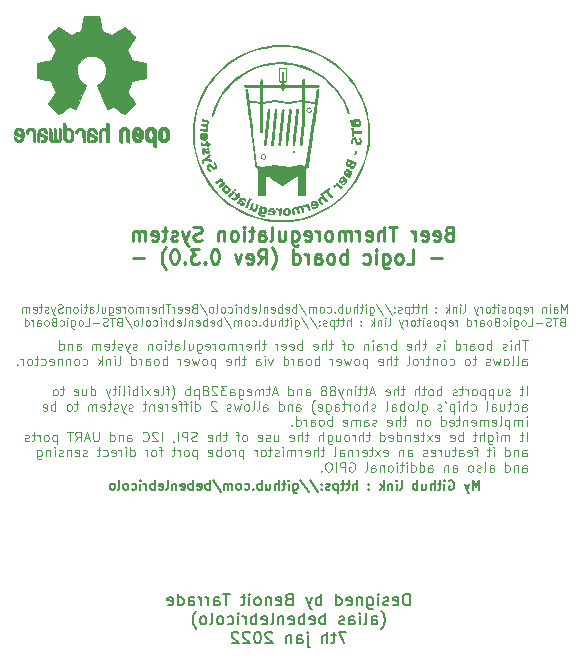
<source format=gbr>
%TF.GenerationSoftware,KiCad,Pcbnew,(6.0.1)*%
%TF.CreationDate,2022-01-20T11:15:22+01:00*%
%TF.ProjectId,LogicBoard_Avr,4c6f6769-6342-46f6-9172-645f4176722e,rev?*%
%TF.SameCoordinates,Original*%
%TF.FileFunction,Legend,Bot*%
%TF.FilePolarity,Positive*%
%FSLAX46Y46*%
G04 Gerber Fmt 4.6, Leading zero omitted, Abs format (unit mm)*
G04 Created by KiCad (PCBNEW (6.0.1)) date 2022-01-20 11:15:22*
%MOMM*%
%LPD*%
G01*
G04 APERTURE LIST*
%ADD10C,0.120000*%
%ADD11C,0.250000*%
%ADD12C,0.150000*%
%ADD13C,0.010000*%
G04 APERTURE END LIST*
D10*
X172150000Y-97253166D02*
X172150000Y-96553166D01*
X171916666Y-97053166D01*
X171683333Y-96553166D01*
X171683333Y-97253166D01*
X171050000Y-97253166D02*
X171050000Y-96886500D01*
X171083333Y-96819833D01*
X171150000Y-96786500D01*
X171283333Y-96786500D01*
X171350000Y-96819833D01*
X171050000Y-97219833D02*
X171116666Y-97253166D01*
X171283333Y-97253166D01*
X171350000Y-97219833D01*
X171383333Y-97153166D01*
X171383333Y-97086500D01*
X171350000Y-97019833D01*
X171283333Y-96986500D01*
X171116666Y-96986500D01*
X171050000Y-96953166D01*
X170716666Y-97253166D02*
X170716666Y-96786500D01*
X170716666Y-96553166D02*
X170750000Y-96586500D01*
X170716666Y-96619833D01*
X170683333Y-96586500D01*
X170716666Y-96553166D01*
X170716666Y-96619833D01*
X170383333Y-96786500D02*
X170383333Y-97253166D01*
X170383333Y-96853166D02*
X170350000Y-96819833D01*
X170283333Y-96786500D01*
X170183333Y-96786500D01*
X170116666Y-96819833D01*
X170083333Y-96886500D01*
X170083333Y-97253166D01*
X169216666Y-97253166D02*
X169216666Y-96786500D01*
X169216666Y-96919833D02*
X169183333Y-96853166D01*
X169150000Y-96819833D01*
X169083333Y-96786500D01*
X169016666Y-96786500D01*
X168516666Y-97219833D02*
X168583333Y-97253166D01*
X168716666Y-97253166D01*
X168783333Y-97219833D01*
X168816666Y-97153166D01*
X168816666Y-96886500D01*
X168783333Y-96819833D01*
X168716666Y-96786500D01*
X168583333Y-96786500D01*
X168516666Y-96819833D01*
X168483333Y-96886500D01*
X168483333Y-96953166D01*
X168816666Y-97019833D01*
X168183333Y-96786500D02*
X168183333Y-97486500D01*
X168183333Y-96819833D02*
X168116666Y-96786500D01*
X167983333Y-96786500D01*
X167916666Y-96819833D01*
X167883333Y-96853166D01*
X167850000Y-96919833D01*
X167850000Y-97119833D01*
X167883333Y-97186500D01*
X167916666Y-97219833D01*
X167983333Y-97253166D01*
X168116666Y-97253166D01*
X168183333Y-97219833D01*
X167450000Y-97253166D02*
X167516666Y-97219833D01*
X167550000Y-97186500D01*
X167583333Y-97119833D01*
X167583333Y-96919833D01*
X167550000Y-96853166D01*
X167516666Y-96819833D01*
X167450000Y-96786500D01*
X167350000Y-96786500D01*
X167283333Y-96819833D01*
X167250000Y-96853166D01*
X167216666Y-96919833D01*
X167216666Y-97119833D01*
X167250000Y-97186500D01*
X167283333Y-97219833D01*
X167350000Y-97253166D01*
X167450000Y-97253166D01*
X166949999Y-97219833D02*
X166883333Y-97253166D01*
X166749999Y-97253166D01*
X166683333Y-97219833D01*
X166649999Y-97153166D01*
X166649999Y-97119833D01*
X166683333Y-97053166D01*
X166749999Y-97019833D01*
X166849999Y-97019833D01*
X166916666Y-96986500D01*
X166949999Y-96919833D01*
X166949999Y-96886500D01*
X166916666Y-96819833D01*
X166849999Y-96786500D01*
X166749999Y-96786500D01*
X166683333Y-96819833D01*
X166350000Y-97253166D02*
X166350000Y-96786500D01*
X166350000Y-96553166D02*
X166383333Y-96586500D01*
X166350000Y-96619833D01*
X166316666Y-96586500D01*
X166350000Y-96553166D01*
X166350000Y-96619833D01*
X166116666Y-96786500D02*
X165849999Y-96786500D01*
X166016666Y-96553166D02*
X166016666Y-97153166D01*
X165983333Y-97219833D01*
X165916666Y-97253166D01*
X165849999Y-97253166D01*
X165516666Y-97253166D02*
X165583333Y-97219833D01*
X165616666Y-97186500D01*
X165649999Y-97119833D01*
X165649999Y-96919833D01*
X165616666Y-96853166D01*
X165583333Y-96819833D01*
X165516666Y-96786500D01*
X165416666Y-96786500D01*
X165349999Y-96819833D01*
X165316666Y-96853166D01*
X165283333Y-96919833D01*
X165283333Y-97119833D01*
X165316666Y-97186500D01*
X165349999Y-97219833D01*
X165416666Y-97253166D01*
X165516666Y-97253166D01*
X164983333Y-97253166D02*
X164983333Y-96786500D01*
X164983333Y-96919833D02*
X164949999Y-96853166D01*
X164916666Y-96819833D01*
X164849999Y-96786500D01*
X164783333Y-96786500D01*
X164616666Y-96786500D02*
X164449999Y-97253166D01*
X164283333Y-96786500D02*
X164449999Y-97253166D01*
X164516666Y-97419833D01*
X164549999Y-97453166D01*
X164616666Y-97486500D01*
X163383333Y-97253166D02*
X163449999Y-97219833D01*
X163483333Y-97153166D01*
X163483333Y-96553166D01*
X163116666Y-97253166D02*
X163116666Y-96786500D01*
X163116666Y-96553166D02*
X163149999Y-96586500D01*
X163116666Y-96619833D01*
X163083333Y-96586500D01*
X163116666Y-96553166D01*
X163116666Y-96619833D01*
X162783333Y-96786500D02*
X162783333Y-97253166D01*
X162783333Y-96853166D02*
X162749999Y-96819833D01*
X162683333Y-96786500D01*
X162583333Y-96786500D01*
X162516666Y-96819833D01*
X162483333Y-96886500D01*
X162483333Y-97253166D01*
X162149999Y-97253166D02*
X162149999Y-96553166D01*
X162083333Y-96986500D02*
X161883333Y-97253166D01*
X161883333Y-96786500D02*
X162149999Y-97053166D01*
X161049999Y-97186500D02*
X161016666Y-97219833D01*
X161049999Y-97253166D01*
X161083333Y-97219833D01*
X161049999Y-97186500D01*
X161049999Y-97253166D01*
X161049999Y-96819833D02*
X161016666Y-96853166D01*
X161049999Y-96886500D01*
X161083333Y-96853166D01*
X161049999Y-96819833D01*
X161049999Y-96886500D01*
X160183333Y-97253166D02*
X160183333Y-96553166D01*
X159883333Y-97253166D02*
X159883333Y-96886500D01*
X159916666Y-96819833D01*
X159983333Y-96786500D01*
X160083333Y-96786500D01*
X160149999Y-96819833D01*
X160183333Y-96853166D01*
X159649999Y-96786500D02*
X159383333Y-96786500D01*
X159549999Y-96553166D02*
X159549999Y-97153166D01*
X159516666Y-97219833D01*
X159449999Y-97253166D01*
X159383333Y-97253166D01*
X159249999Y-96786500D02*
X158983333Y-96786500D01*
X159149999Y-96553166D02*
X159149999Y-97153166D01*
X159116666Y-97219833D01*
X159049999Y-97253166D01*
X158983333Y-97253166D01*
X158749999Y-96786500D02*
X158749999Y-97486500D01*
X158749999Y-96819833D02*
X158683333Y-96786500D01*
X158549999Y-96786500D01*
X158483333Y-96819833D01*
X158449999Y-96853166D01*
X158416666Y-96919833D01*
X158416666Y-97119833D01*
X158449999Y-97186500D01*
X158483333Y-97219833D01*
X158549999Y-97253166D01*
X158683333Y-97253166D01*
X158749999Y-97219833D01*
X158149999Y-97219833D02*
X158083333Y-97253166D01*
X157949999Y-97253166D01*
X157883333Y-97219833D01*
X157849999Y-97153166D01*
X157849999Y-97119833D01*
X157883333Y-97053166D01*
X157949999Y-97019833D01*
X158049999Y-97019833D01*
X158116666Y-96986500D01*
X158149999Y-96919833D01*
X158149999Y-96886500D01*
X158116666Y-96819833D01*
X158049999Y-96786500D01*
X157949999Y-96786500D01*
X157883333Y-96819833D01*
X157549999Y-97186500D02*
X157516666Y-97219833D01*
X157549999Y-97253166D01*
X157583333Y-97219833D01*
X157549999Y-97186500D01*
X157549999Y-97253166D01*
X157549999Y-96819833D02*
X157516666Y-96853166D01*
X157549999Y-96886500D01*
X157583333Y-96853166D01*
X157549999Y-96819833D01*
X157549999Y-96886500D01*
X156716666Y-96519833D02*
X157316666Y-97419833D01*
X155983333Y-96519833D02*
X156583333Y-97419833D01*
X155449999Y-96786500D02*
X155449999Y-97353166D01*
X155483333Y-97419833D01*
X155516666Y-97453166D01*
X155583333Y-97486500D01*
X155683333Y-97486500D01*
X155749999Y-97453166D01*
X155449999Y-97219833D02*
X155516666Y-97253166D01*
X155649999Y-97253166D01*
X155716666Y-97219833D01*
X155749999Y-97186500D01*
X155783333Y-97119833D01*
X155783333Y-96919833D01*
X155749999Y-96853166D01*
X155716666Y-96819833D01*
X155649999Y-96786500D01*
X155516666Y-96786500D01*
X155449999Y-96819833D01*
X155116666Y-97253166D02*
X155116666Y-96786500D01*
X155116666Y-96553166D02*
X155149999Y-96586500D01*
X155116666Y-96619833D01*
X155083333Y-96586500D01*
X155116666Y-96553166D01*
X155116666Y-96619833D01*
X154883333Y-96786500D02*
X154616666Y-96786500D01*
X154783333Y-96553166D02*
X154783333Y-97153166D01*
X154749999Y-97219833D01*
X154683333Y-97253166D01*
X154616666Y-97253166D01*
X154383333Y-97253166D02*
X154383333Y-96553166D01*
X154083333Y-97253166D02*
X154083333Y-96886500D01*
X154116666Y-96819833D01*
X154183333Y-96786500D01*
X154283333Y-96786500D01*
X154349999Y-96819833D01*
X154383333Y-96853166D01*
X153449999Y-96786500D02*
X153449999Y-97253166D01*
X153749999Y-96786500D02*
X153749999Y-97153166D01*
X153716666Y-97219833D01*
X153649999Y-97253166D01*
X153549999Y-97253166D01*
X153483333Y-97219833D01*
X153449999Y-97186500D01*
X153116666Y-97253166D02*
X153116666Y-96553166D01*
X153116666Y-96819833D02*
X153049999Y-96786500D01*
X152916666Y-96786500D01*
X152849999Y-96819833D01*
X152816666Y-96853166D01*
X152783333Y-96919833D01*
X152783333Y-97119833D01*
X152816666Y-97186500D01*
X152849999Y-97219833D01*
X152916666Y-97253166D01*
X153049999Y-97253166D01*
X153116666Y-97219833D01*
X152483333Y-97186500D02*
X152449999Y-97219833D01*
X152483333Y-97253166D01*
X152516666Y-97219833D01*
X152483333Y-97186500D01*
X152483333Y-97253166D01*
X151849999Y-97219833D02*
X151916666Y-97253166D01*
X152049999Y-97253166D01*
X152116666Y-97219833D01*
X152149999Y-97186500D01*
X152183333Y-97119833D01*
X152183333Y-96919833D01*
X152149999Y-96853166D01*
X152116666Y-96819833D01*
X152049999Y-96786500D01*
X151916666Y-96786500D01*
X151849999Y-96819833D01*
X151449999Y-97253166D02*
X151516666Y-97219833D01*
X151549999Y-97186500D01*
X151583333Y-97119833D01*
X151583333Y-96919833D01*
X151549999Y-96853166D01*
X151516666Y-96819833D01*
X151449999Y-96786500D01*
X151349999Y-96786500D01*
X151283333Y-96819833D01*
X151249999Y-96853166D01*
X151216666Y-96919833D01*
X151216666Y-97119833D01*
X151249999Y-97186500D01*
X151283333Y-97219833D01*
X151349999Y-97253166D01*
X151449999Y-97253166D01*
X150916666Y-97253166D02*
X150916666Y-96786500D01*
X150916666Y-96853166D02*
X150883333Y-96819833D01*
X150816666Y-96786500D01*
X150716666Y-96786500D01*
X150649999Y-96819833D01*
X150616666Y-96886500D01*
X150616666Y-97253166D01*
X150616666Y-96886500D02*
X150583333Y-96819833D01*
X150516666Y-96786500D01*
X150416666Y-96786500D01*
X150349999Y-96819833D01*
X150316666Y-96886500D01*
X150316666Y-97253166D01*
X149483333Y-96519833D02*
X150083333Y-97419833D01*
X149249999Y-97253166D02*
X149249999Y-96553166D01*
X149249999Y-96819833D02*
X149183333Y-96786500D01*
X149049999Y-96786500D01*
X148983333Y-96819833D01*
X148949999Y-96853166D01*
X148916666Y-96919833D01*
X148916666Y-97119833D01*
X148949999Y-97186500D01*
X148983333Y-97219833D01*
X149049999Y-97253166D01*
X149183333Y-97253166D01*
X149249999Y-97219833D01*
X148349999Y-97219833D02*
X148416666Y-97253166D01*
X148549999Y-97253166D01*
X148616666Y-97219833D01*
X148649999Y-97153166D01*
X148649999Y-96886500D01*
X148616666Y-96819833D01*
X148549999Y-96786500D01*
X148416666Y-96786500D01*
X148349999Y-96819833D01*
X148316666Y-96886500D01*
X148316666Y-96953166D01*
X148649999Y-97019833D01*
X148016666Y-97253166D02*
X148016666Y-96553166D01*
X148016666Y-96819833D02*
X147949999Y-96786500D01*
X147816666Y-96786500D01*
X147749999Y-96819833D01*
X147716666Y-96853166D01*
X147683333Y-96919833D01*
X147683333Y-97119833D01*
X147716666Y-97186500D01*
X147749999Y-97219833D01*
X147816666Y-97253166D01*
X147949999Y-97253166D01*
X148016666Y-97219833D01*
X147116666Y-97219833D02*
X147183333Y-97253166D01*
X147316666Y-97253166D01*
X147383333Y-97219833D01*
X147416666Y-97153166D01*
X147416666Y-96886500D01*
X147383333Y-96819833D01*
X147316666Y-96786500D01*
X147183333Y-96786500D01*
X147116666Y-96819833D01*
X147083333Y-96886500D01*
X147083333Y-96953166D01*
X147416666Y-97019833D01*
X146783333Y-96786500D02*
X146783333Y-97253166D01*
X146783333Y-96853166D02*
X146749999Y-96819833D01*
X146683333Y-96786500D01*
X146583333Y-96786500D01*
X146516666Y-96819833D01*
X146483333Y-96886500D01*
X146483333Y-97253166D01*
X146049999Y-97253166D02*
X146116666Y-97219833D01*
X146149999Y-97153166D01*
X146149999Y-96553166D01*
X145516666Y-97219833D02*
X145583333Y-97253166D01*
X145716666Y-97253166D01*
X145783333Y-97219833D01*
X145816666Y-97153166D01*
X145816666Y-96886500D01*
X145783333Y-96819833D01*
X145716666Y-96786500D01*
X145583333Y-96786500D01*
X145516666Y-96819833D01*
X145483333Y-96886500D01*
X145483333Y-96953166D01*
X145816666Y-97019833D01*
X145183333Y-97253166D02*
X145183333Y-96553166D01*
X145183333Y-96819833D02*
X145116666Y-96786500D01*
X144983333Y-96786500D01*
X144916666Y-96819833D01*
X144883333Y-96853166D01*
X144849999Y-96919833D01*
X144849999Y-97119833D01*
X144883333Y-97186500D01*
X144916666Y-97219833D01*
X144983333Y-97253166D01*
X145116666Y-97253166D01*
X145183333Y-97219833D01*
X144549999Y-97253166D02*
X144549999Y-96786500D01*
X144549999Y-96919833D02*
X144516666Y-96853166D01*
X144483333Y-96819833D01*
X144416666Y-96786500D01*
X144349999Y-96786500D01*
X144116666Y-97253166D02*
X144116666Y-96786500D01*
X144116666Y-96553166D02*
X144149999Y-96586500D01*
X144116666Y-96619833D01*
X144083333Y-96586500D01*
X144116666Y-96553166D01*
X144116666Y-96619833D01*
X143483333Y-97219833D02*
X143549999Y-97253166D01*
X143683333Y-97253166D01*
X143749999Y-97219833D01*
X143783333Y-97186500D01*
X143816666Y-97119833D01*
X143816666Y-96919833D01*
X143783333Y-96853166D01*
X143749999Y-96819833D01*
X143683333Y-96786500D01*
X143549999Y-96786500D01*
X143483333Y-96819833D01*
X143083333Y-97253166D02*
X143149999Y-97219833D01*
X143183333Y-97186500D01*
X143216666Y-97119833D01*
X143216666Y-96919833D01*
X143183333Y-96853166D01*
X143149999Y-96819833D01*
X143083333Y-96786500D01*
X142983333Y-96786500D01*
X142916666Y-96819833D01*
X142883333Y-96853166D01*
X142849999Y-96919833D01*
X142849999Y-97119833D01*
X142883333Y-97186500D01*
X142916666Y-97219833D01*
X142983333Y-97253166D01*
X143083333Y-97253166D01*
X142449999Y-97253166D02*
X142516666Y-97219833D01*
X142549999Y-97153166D01*
X142549999Y-96553166D01*
X142083333Y-97253166D02*
X142149999Y-97219833D01*
X142183333Y-97186500D01*
X142216666Y-97119833D01*
X142216666Y-96919833D01*
X142183333Y-96853166D01*
X142149999Y-96819833D01*
X142083333Y-96786500D01*
X141983333Y-96786500D01*
X141916666Y-96819833D01*
X141883333Y-96853166D01*
X141849999Y-96919833D01*
X141849999Y-97119833D01*
X141883333Y-97186500D01*
X141916666Y-97219833D01*
X141983333Y-97253166D01*
X142083333Y-97253166D01*
X141049999Y-96519833D02*
X141649999Y-97419833D01*
X140583333Y-96886500D02*
X140483333Y-96919833D01*
X140449999Y-96953166D01*
X140416666Y-97019833D01*
X140416666Y-97119833D01*
X140449999Y-97186500D01*
X140483333Y-97219833D01*
X140549999Y-97253166D01*
X140816666Y-97253166D01*
X140816666Y-96553166D01*
X140583333Y-96553166D01*
X140516666Y-96586500D01*
X140483333Y-96619833D01*
X140449999Y-96686500D01*
X140449999Y-96753166D01*
X140483333Y-96819833D01*
X140516666Y-96853166D01*
X140583333Y-96886500D01*
X140816666Y-96886500D01*
X139849999Y-97219833D02*
X139916666Y-97253166D01*
X140049999Y-97253166D01*
X140116666Y-97219833D01*
X140149999Y-97153166D01*
X140149999Y-96886500D01*
X140116666Y-96819833D01*
X140049999Y-96786500D01*
X139916666Y-96786500D01*
X139849999Y-96819833D01*
X139816666Y-96886500D01*
X139816666Y-96953166D01*
X140149999Y-97019833D01*
X139249999Y-97219833D02*
X139316666Y-97253166D01*
X139449999Y-97253166D01*
X139516666Y-97219833D01*
X139549999Y-97153166D01*
X139549999Y-96886500D01*
X139516666Y-96819833D01*
X139449999Y-96786500D01*
X139316666Y-96786500D01*
X139249999Y-96819833D01*
X139216666Y-96886500D01*
X139216666Y-96953166D01*
X139549999Y-97019833D01*
X138916666Y-97253166D02*
X138916666Y-96786500D01*
X138916666Y-96919833D02*
X138883333Y-96853166D01*
X138849999Y-96819833D01*
X138783333Y-96786500D01*
X138716666Y-96786500D01*
X138583333Y-96553166D02*
X138183333Y-96553166D01*
X138383333Y-97253166D02*
X138383333Y-96553166D01*
X137949999Y-97253166D02*
X137949999Y-96553166D01*
X137649999Y-97253166D02*
X137649999Y-96886500D01*
X137683333Y-96819833D01*
X137749999Y-96786500D01*
X137849999Y-96786500D01*
X137916666Y-96819833D01*
X137949999Y-96853166D01*
X137049999Y-97219833D02*
X137116666Y-97253166D01*
X137249999Y-97253166D01*
X137316666Y-97219833D01*
X137349999Y-97153166D01*
X137349999Y-96886500D01*
X137316666Y-96819833D01*
X137249999Y-96786500D01*
X137116666Y-96786500D01*
X137049999Y-96819833D01*
X137016666Y-96886500D01*
X137016666Y-96953166D01*
X137349999Y-97019833D01*
X136716666Y-97253166D02*
X136716666Y-96786500D01*
X136716666Y-96919833D02*
X136683333Y-96853166D01*
X136649999Y-96819833D01*
X136583333Y-96786500D01*
X136516666Y-96786500D01*
X136283333Y-97253166D02*
X136283333Y-96786500D01*
X136283333Y-96853166D02*
X136249999Y-96819833D01*
X136183333Y-96786500D01*
X136083333Y-96786500D01*
X136016666Y-96819833D01*
X135983333Y-96886500D01*
X135983333Y-97253166D01*
X135983333Y-96886500D02*
X135949999Y-96819833D01*
X135883333Y-96786500D01*
X135783333Y-96786500D01*
X135716666Y-96819833D01*
X135683333Y-96886500D01*
X135683333Y-97253166D01*
X135249999Y-97253166D02*
X135316666Y-97219833D01*
X135349999Y-97186500D01*
X135383333Y-97119833D01*
X135383333Y-96919833D01*
X135349999Y-96853166D01*
X135316666Y-96819833D01*
X135249999Y-96786500D01*
X135149999Y-96786500D01*
X135083333Y-96819833D01*
X135049999Y-96853166D01*
X135016666Y-96919833D01*
X135016666Y-97119833D01*
X135049999Y-97186500D01*
X135083333Y-97219833D01*
X135149999Y-97253166D01*
X135249999Y-97253166D01*
X134716666Y-97253166D02*
X134716666Y-96786500D01*
X134716666Y-96919833D02*
X134683333Y-96853166D01*
X134649999Y-96819833D01*
X134583333Y-96786500D01*
X134516666Y-96786500D01*
X134016666Y-97219833D02*
X134083333Y-97253166D01*
X134216666Y-97253166D01*
X134283333Y-97219833D01*
X134316666Y-97153166D01*
X134316666Y-96886500D01*
X134283333Y-96819833D01*
X134216666Y-96786500D01*
X134083333Y-96786500D01*
X134016666Y-96819833D01*
X133983333Y-96886500D01*
X133983333Y-96953166D01*
X134316666Y-97019833D01*
X133383333Y-96786500D02*
X133383333Y-97353166D01*
X133416666Y-97419833D01*
X133449999Y-97453166D01*
X133516666Y-97486500D01*
X133616666Y-97486500D01*
X133683333Y-97453166D01*
X133383333Y-97219833D02*
X133449999Y-97253166D01*
X133583333Y-97253166D01*
X133649999Y-97219833D01*
X133683333Y-97186500D01*
X133716666Y-97119833D01*
X133716666Y-96919833D01*
X133683333Y-96853166D01*
X133649999Y-96819833D01*
X133583333Y-96786500D01*
X133449999Y-96786500D01*
X133383333Y-96819833D01*
X132749999Y-96786500D02*
X132749999Y-97253166D01*
X133049999Y-96786500D02*
X133049999Y-97153166D01*
X133016666Y-97219833D01*
X132949999Y-97253166D01*
X132849999Y-97253166D01*
X132783333Y-97219833D01*
X132749999Y-97186500D01*
X132316666Y-97253166D02*
X132383333Y-97219833D01*
X132416666Y-97153166D01*
X132416666Y-96553166D01*
X131749999Y-97253166D02*
X131749999Y-96886500D01*
X131783333Y-96819833D01*
X131849999Y-96786500D01*
X131983333Y-96786500D01*
X132049999Y-96819833D01*
X131749999Y-97219833D02*
X131816666Y-97253166D01*
X131983333Y-97253166D01*
X132049999Y-97219833D01*
X132083333Y-97153166D01*
X132083333Y-97086500D01*
X132049999Y-97019833D01*
X131983333Y-96986500D01*
X131816666Y-96986500D01*
X131749999Y-96953166D01*
X131516666Y-96786500D02*
X131249999Y-96786500D01*
X131416666Y-96553166D02*
X131416666Y-97153166D01*
X131383333Y-97219833D01*
X131316666Y-97253166D01*
X131249999Y-97253166D01*
X131016666Y-97253166D02*
X131016666Y-96786500D01*
X131016666Y-96553166D02*
X131049999Y-96586500D01*
X131016666Y-96619833D01*
X130983333Y-96586500D01*
X131016666Y-96553166D01*
X131016666Y-96619833D01*
X130583333Y-97253166D02*
X130649999Y-97219833D01*
X130683333Y-97186500D01*
X130716666Y-97119833D01*
X130716666Y-96919833D01*
X130683333Y-96853166D01*
X130649999Y-96819833D01*
X130583333Y-96786500D01*
X130483333Y-96786500D01*
X130416666Y-96819833D01*
X130383333Y-96853166D01*
X130349999Y-96919833D01*
X130349999Y-97119833D01*
X130383333Y-97186500D01*
X130416666Y-97219833D01*
X130483333Y-97253166D01*
X130583333Y-97253166D01*
X130049999Y-96786500D02*
X130049999Y-97253166D01*
X130049999Y-96853166D02*
X130016666Y-96819833D01*
X129949999Y-96786500D01*
X129849999Y-96786500D01*
X129783333Y-96819833D01*
X129749999Y-96886500D01*
X129749999Y-97253166D01*
X129449999Y-97219833D02*
X129349999Y-97253166D01*
X129183333Y-97253166D01*
X129116666Y-97219833D01*
X129083333Y-97186500D01*
X129049999Y-97119833D01*
X129049999Y-97053166D01*
X129083333Y-96986500D01*
X129116666Y-96953166D01*
X129183333Y-96919833D01*
X129316666Y-96886500D01*
X129383333Y-96853166D01*
X129416666Y-96819833D01*
X129449999Y-96753166D01*
X129449999Y-96686500D01*
X129416666Y-96619833D01*
X129383333Y-96586500D01*
X129316666Y-96553166D01*
X129149999Y-96553166D01*
X129049999Y-96586500D01*
X128816666Y-96786500D02*
X128649999Y-97253166D01*
X128483333Y-96786500D02*
X128649999Y-97253166D01*
X128716666Y-97419833D01*
X128749999Y-97453166D01*
X128816666Y-97486500D01*
X128249999Y-97219833D02*
X128183333Y-97253166D01*
X128049999Y-97253166D01*
X127983333Y-97219833D01*
X127949999Y-97153166D01*
X127949999Y-97119833D01*
X127983333Y-97053166D01*
X128049999Y-97019833D01*
X128149999Y-97019833D01*
X128216666Y-96986500D01*
X128249999Y-96919833D01*
X128249999Y-96886500D01*
X128216666Y-96819833D01*
X128149999Y-96786500D01*
X128049999Y-96786500D01*
X127983333Y-96819833D01*
X127749999Y-96786500D02*
X127483333Y-96786500D01*
X127649999Y-96553166D02*
X127649999Y-97153166D01*
X127616666Y-97219833D01*
X127549999Y-97253166D01*
X127483333Y-97253166D01*
X126983333Y-97219833D02*
X127049999Y-97253166D01*
X127183333Y-97253166D01*
X127249999Y-97219833D01*
X127283333Y-97153166D01*
X127283333Y-96886500D01*
X127249999Y-96819833D01*
X127183333Y-96786500D01*
X127049999Y-96786500D01*
X126983333Y-96819833D01*
X126949999Y-96886500D01*
X126949999Y-96953166D01*
X127283333Y-97019833D01*
X126649999Y-97253166D02*
X126649999Y-96786500D01*
X126649999Y-96853166D02*
X126616666Y-96819833D01*
X126549999Y-96786500D01*
X126449999Y-96786500D01*
X126383333Y-96819833D01*
X126349999Y-96886500D01*
X126349999Y-97253166D01*
X126349999Y-96886500D02*
X126316666Y-96819833D01*
X126249999Y-96786500D01*
X126149999Y-96786500D01*
X126083333Y-96819833D01*
X126049999Y-96886500D01*
X126049999Y-97253166D01*
X171733333Y-98013500D02*
X171633333Y-98046833D01*
X171600000Y-98080166D01*
X171566666Y-98146833D01*
X171566666Y-98246833D01*
X171600000Y-98313500D01*
X171633333Y-98346833D01*
X171700000Y-98380166D01*
X171966666Y-98380166D01*
X171966666Y-97680166D01*
X171733333Y-97680166D01*
X171666666Y-97713500D01*
X171633333Y-97746833D01*
X171600000Y-97813500D01*
X171600000Y-97880166D01*
X171633333Y-97946833D01*
X171666666Y-97980166D01*
X171733333Y-98013500D01*
X171966666Y-98013500D01*
X171366666Y-97680166D02*
X170966666Y-97680166D01*
X171166666Y-98380166D02*
X171166666Y-97680166D01*
X170766666Y-98346833D02*
X170666666Y-98380166D01*
X170500000Y-98380166D01*
X170433333Y-98346833D01*
X170400000Y-98313500D01*
X170366666Y-98246833D01*
X170366666Y-98180166D01*
X170400000Y-98113500D01*
X170433333Y-98080166D01*
X170500000Y-98046833D01*
X170633333Y-98013500D01*
X170700000Y-97980166D01*
X170733333Y-97946833D01*
X170766666Y-97880166D01*
X170766666Y-97813500D01*
X170733333Y-97746833D01*
X170700000Y-97713500D01*
X170633333Y-97680166D01*
X170466666Y-97680166D01*
X170366666Y-97713500D01*
X170066666Y-98113500D02*
X169533333Y-98113500D01*
X168866666Y-98380166D02*
X169200000Y-98380166D01*
X169200000Y-97680166D01*
X168533333Y-98380166D02*
X168600000Y-98346833D01*
X168633333Y-98313500D01*
X168666666Y-98246833D01*
X168666666Y-98046833D01*
X168633333Y-97980166D01*
X168600000Y-97946833D01*
X168533333Y-97913500D01*
X168433333Y-97913500D01*
X168366666Y-97946833D01*
X168333333Y-97980166D01*
X168300000Y-98046833D01*
X168300000Y-98246833D01*
X168333333Y-98313500D01*
X168366666Y-98346833D01*
X168433333Y-98380166D01*
X168533333Y-98380166D01*
X167700000Y-97913500D02*
X167700000Y-98480166D01*
X167733333Y-98546833D01*
X167766666Y-98580166D01*
X167833333Y-98613500D01*
X167933333Y-98613500D01*
X168000000Y-98580166D01*
X167700000Y-98346833D02*
X167766666Y-98380166D01*
X167900000Y-98380166D01*
X167966666Y-98346833D01*
X168000000Y-98313500D01*
X168033333Y-98246833D01*
X168033333Y-98046833D01*
X168000000Y-97980166D01*
X167966666Y-97946833D01*
X167900000Y-97913500D01*
X167766666Y-97913500D01*
X167700000Y-97946833D01*
X167366666Y-98380166D02*
X167366666Y-97913500D01*
X167366666Y-97680166D02*
X167400000Y-97713500D01*
X167366666Y-97746833D01*
X167333333Y-97713500D01*
X167366666Y-97680166D01*
X167366666Y-97746833D01*
X166733333Y-98346833D02*
X166800000Y-98380166D01*
X166933333Y-98380166D01*
X167000000Y-98346833D01*
X167033333Y-98313500D01*
X167066666Y-98246833D01*
X167066666Y-98046833D01*
X167033333Y-97980166D01*
X167000000Y-97946833D01*
X166933333Y-97913500D01*
X166800000Y-97913500D01*
X166733333Y-97946833D01*
X166200000Y-98013500D02*
X166100000Y-98046833D01*
X166066666Y-98080166D01*
X166033333Y-98146833D01*
X166033333Y-98246833D01*
X166066666Y-98313500D01*
X166100000Y-98346833D01*
X166166666Y-98380166D01*
X166433333Y-98380166D01*
X166433333Y-97680166D01*
X166200000Y-97680166D01*
X166133333Y-97713500D01*
X166100000Y-97746833D01*
X166066666Y-97813500D01*
X166066666Y-97880166D01*
X166100000Y-97946833D01*
X166133333Y-97980166D01*
X166200000Y-98013500D01*
X166433333Y-98013500D01*
X165633333Y-98380166D02*
X165700000Y-98346833D01*
X165733333Y-98313500D01*
X165766666Y-98246833D01*
X165766666Y-98046833D01*
X165733333Y-97980166D01*
X165700000Y-97946833D01*
X165633333Y-97913500D01*
X165533333Y-97913500D01*
X165466666Y-97946833D01*
X165433333Y-97980166D01*
X165400000Y-98046833D01*
X165400000Y-98246833D01*
X165433333Y-98313500D01*
X165466666Y-98346833D01*
X165533333Y-98380166D01*
X165633333Y-98380166D01*
X164800000Y-98380166D02*
X164800000Y-98013500D01*
X164833333Y-97946833D01*
X164900000Y-97913500D01*
X165033333Y-97913500D01*
X165100000Y-97946833D01*
X164800000Y-98346833D02*
X164866666Y-98380166D01*
X165033333Y-98380166D01*
X165100000Y-98346833D01*
X165133333Y-98280166D01*
X165133333Y-98213500D01*
X165100000Y-98146833D01*
X165033333Y-98113500D01*
X164866666Y-98113500D01*
X164800000Y-98080166D01*
X164466666Y-98380166D02*
X164466666Y-97913500D01*
X164466666Y-98046833D02*
X164433333Y-97980166D01*
X164399999Y-97946833D01*
X164333333Y-97913500D01*
X164266666Y-97913500D01*
X163733333Y-98380166D02*
X163733333Y-97680166D01*
X163733333Y-98346833D02*
X163799999Y-98380166D01*
X163933333Y-98380166D01*
X163999999Y-98346833D01*
X164033333Y-98313500D01*
X164066666Y-98246833D01*
X164066666Y-98046833D01*
X164033333Y-97980166D01*
X163999999Y-97946833D01*
X163933333Y-97913500D01*
X163799999Y-97913500D01*
X163733333Y-97946833D01*
X162866666Y-98380166D02*
X162866666Y-97913500D01*
X162866666Y-98046833D02*
X162833333Y-97980166D01*
X162799999Y-97946833D01*
X162733333Y-97913500D01*
X162666666Y-97913500D01*
X162166666Y-98346833D02*
X162233333Y-98380166D01*
X162366666Y-98380166D01*
X162433333Y-98346833D01*
X162466666Y-98280166D01*
X162466666Y-98013500D01*
X162433333Y-97946833D01*
X162366666Y-97913500D01*
X162233333Y-97913500D01*
X162166666Y-97946833D01*
X162133333Y-98013500D01*
X162133333Y-98080166D01*
X162466666Y-98146833D01*
X161833333Y-97913500D02*
X161833333Y-98613500D01*
X161833333Y-97946833D02*
X161766666Y-97913500D01*
X161633333Y-97913500D01*
X161566666Y-97946833D01*
X161533333Y-97980166D01*
X161499999Y-98046833D01*
X161499999Y-98246833D01*
X161533333Y-98313500D01*
X161566666Y-98346833D01*
X161633333Y-98380166D01*
X161766666Y-98380166D01*
X161833333Y-98346833D01*
X161099999Y-98380166D02*
X161166666Y-98346833D01*
X161199999Y-98313500D01*
X161233333Y-98246833D01*
X161233333Y-98046833D01*
X161199999Y-97980166D01*
X161166666Y-97946833D01*
X161099999Y-97913500D01*
X160999999Y-97913500D01*
X160933333Y-97946833D01*
X160899999Y-97980166D01*
X160866666Y-98046833D01*
X160866666Y-98246833D01*
X160899999Y-98313500D01*
X160933333Y-98346833D01*
X160999999Y-98380166D01*
X161099999Y-98380166D01*
X160599999Y-98346833D02*
X160533333Y-98380166D01*
X160399999Y-98380166D01*
X160333333Y-98346833D01*
X160299999Y-98280166D01*
X160299999Y-98246833D01*
X160333333Y-98180166D01*
X160399999Y-98146833D01*
X160499999Y-98146833D01*
X160566666Y-98113500D01*
X160599999Y-98046833D01*
X160599999Y-98013500D01*
X160566666Y-97946833D01*
X160499999Y-97913500D01*
X160399999Y-97913500D01*
X160333333Y-97946833D01*
X159999999Y-98380166D02*
X159999999Y-97913500D01*
X159999999Y-97680166D02*
X160033333Y-97713500D01*
X159999999Y-97746833D01*
X159966666Y-97713500D01*
X159999999Y-97680166D01*
X159999999Y-97746833D01*
X159766666Y-97913500D02*
X159499999Y-97913500D01*
X159666666Y-97680166D02*
X159666666Y-98280166D01*
X159633333Y-98346833D01*
X159566666Y-98380166D01*
X159499999Y-98380166D01*
X159166666Y-98380166D02*
X159233333Y-98346833D01*
X159266666Y-98313500D01*
X159299999Y-98246833D01*
X159299999Y-98046833D01*
X159266666Y-97980166D01*
X159233333Y-97946833D01*
X159166666Y-97913500D01*
X159066666Y-97913500D01*
X158999999Y-97946833D01*
X158966666Y-97980166D01*
X158933333Y-98046833D01*
X158933333Y-98246833D01*
X158966666Y-98313500D01*
X158999999Y-98346833D01*
X159066666Y-98380166D01*
X159166666Y-98380166D01*
X158633333Y-98380166D02*
X158633333Y-97913500D01*
X158633333Y-98046833D02*
X158599999Y-97980166D01*
X158566666Y-97946833D01*
X158499999Y-97913500D01*
X158433333Y-97913500D01*
X158266666Y-97913500D02*
X158099999Y-98380166D01*
X157933333Y-97913500D02*
X158099999Y-98380166D01*
X158166666Y-98546833D01*
X158199999Y-98580166D01*
X158266666Y-98613500D01*
X157033333Y-98380166D02*
X157099999Y-98346833D01*
X157133333Y-98280166D01*
X157133333Y-97680166D01*
X156766666Y-98380166D02*
X156766666Y-97913500D01*
X156766666Y-97680166D02*
X156799999Y-97713500D01*
X156766666Y-97746833D01*
X156733333Y-97713500D01*
X156766666Y-97680166D01*
X156766666Y-97746833D01*
X156433333Y-97913500D02*
X156433333Y-98380166D01*
X156433333Y-97980166D02*
X156399999Y-97946833D01*
X156333333Y-97913500D01*
X156233333Y-97913500D01*
X156166666Y-97946833D01*
X156133333Y-98013500D01*
X156133333Y-98380166D01*
X155799999Y-98380166D02*
X155799999Y-97680166D01*
X155733333Y-98113500D02*
X155533333Y-98380166D01*
X155533333Y-97913500D02*
X155799999Y-98180166D01*
X154699999Y-98313500D02*
X154666666Y-98346833D01*
X154699999Y-98380166D01*
X154733333Y-98346833D01*
X154699999Y-98313500D01*
X154699999Y-98380166D01*
X154699999Y-97946833D02*
X154666666Y-97980166D01*
X154699999Y-98013500D01*
X154733333Y-97980166D01*
X154699999Y-97946833D01*
X154699999Y-98013500D01*
X153833333Y-98380166D02*
X153833333Y-97680166D01*
X153533333Y-98380166D02*
X153533333Y-98013500D01*
X153566666Y-97946833D01*
X153633333Y-97913500D01*
X153733333Y-97913500D01*
X153799999Y-97946833D01*
X153833333Y-97980166D01*
X153299999Y-97913500D02*
X153033333Y-97913500D01*
X153199999Y-97680166D02*
X153199999Y-98280166D01*
X153166666Y-98346833D01*
X153099999Y-98380166D01*
X153033333Y-98380166D01*
X152899999Y-97913500D02*
X152633333Y-97913500D01*
X152799999Y-97680166D02*
X152799999Y-98280166D01*
X152766666Y-98346833D01*
X152699999Y-98380166D01*
X152633333Y-98380166D01*
X152399999Y-97913500D02*
X152399999Y-98613500D01*
X152399999Y-97946833D02*
X152333333Y-97913500D01*
X152199999Y-97913500D01*
X152133333Y-97946833D01*
X152099999Y-97980166D01*
X152066666Y-98046833D01*
X152066666Y-98246833D01*
X152099999Y-98313500D01*
X152133333Y-98346833D01*
X152199999Y-98380166D01*
X152333333Y-98380166D01*
X152399999Y-98346833D01*
X151799999Y-98346833D02*
X151733333Y-98380166D01*
X151599999Y-98380166D01*
X151533333Y-98346833D01*
X151499999Y-98280166D01*
X151499999Y-98246833D01*
X151533333Y-98180166D01*
X151599999Y-98146833D01*
X151699999Y-98146833D01*
X151766666Y-98113500D01*
X151799999Y-98046833D01*
X151799999Y-98013500D01*
X151766666Y-97946833D01*
X151699999Y-97913500D01*
X151599999Y-97913500D01*
X151533333Y-97946833D01*
X151199999Y-98313500D02*
X151166666Y-98346833D01*
X151199999Y-98380166D01*
X151233333Y-98346833D01*
X151199999Y-98313500D01*
X151199999Y-98380166D01*
X151199999Y-97946833D02*
X151166666Y-97980166D01*
X151199999Y-98013500D01*
X151233333Y-97980166D01*
X151199999Y-97946833D01*
X151199999Y-98013500D01*
X150366666Y-97646833D02*
X150966666Y-98546833D01*
X149633333Y-97646833D02*
X150233333Y-98546833D01*
X149099999Y-97913500D02*
X149099999Y-98480166D01*
X149133333Y-98546833D01*
X149166666Y-98580166D01*
X149233333Y-98613500D01*
X149333333Y-98613500D01*
X149399999Y-98580166D01*
X149099999Y-98346833D02*
X149166666Y-98380166D01*
X149299999Y-98380166D01*
X149366666Y-98346833D01*
X149399999Y-98313500D01*
X149433333Y-98246833D01*
X149433333Y-98046833D01*
X149399999Y-97980166D01*
X149366666Y-97946833D01*
X149299999Y-97913500D01*
X149166666Y-97913500D01*
X149099999Y-97946833D01*
X148766666Y-98380166D02*
X148766666Y-97913500D01*
X148766666Y-97680166D02*
X148799999Y-97713500D01*
X148766666Y-97746833D01*
X148733333Y-97713500D01*
X148766666Y-97680166D01*
X148766666Y-97746833D01*
X148533333Y-97913500D02*
X148266666Y-97913500D01*
X148433333Y-97680166D02*
X148433333Y-98280166D01*
X148399999Y-98346833D01*
X148333333Y-98380166D01*
X148266666Y-98380166D01*
X148033333Y-98380166D02*
X148033333Y-97680166D01*
X147733333Y-98380166D02*
X147733333Y-98013500D01*
X147766666Y-97946833D01*
X147833333Y-97913500D01*
X147933333Y-97913500D01*
X147999999Y-97946833D01*
X148033333Y-97980166D01*
X147099999Y-97913500D02*
X147099999Y-98380166D01*
X147399999Y-97913500D02*
X147399999Y-98280166D01*
X147366666Y-98346833D01*
X147299999Y-98380166D01*
X147199999Y-98380166D01*
X147133333Y-98346833D01*
X147099999Y-98313500D01*
X146766666Y-98380166D02*
X146766666Y-97680166D01*
X146766666Y-97946833D02*
X146700000Y-97913500D01*
X146566666Y-97913500D01*
X146500000Y-97946833D01*
X146466666Y-97980166D01*
X146433333Y-98046833D01*
X146433333Y-98246833D01*
X146466666Y-98313500D01*
X146500000Y-98346833D01*
X146566666Y-98380166D01*
X146700000Y-98380166D01*
X146766666Y-98346833D01*
X146133333Y-98313500D02*
X146100000Y-98346833D01*
X146133333Y-98380166D01*
X146166666Y-98346833D01*
X146133333Y-98313500D01*
X146133333Y-98380166D01*
X145500000Y-98346833D02*
X145566666Y-98380166D01*
X145700000Y-98380166D01*
X145766666Y-98346833D01*
X145800000Y-98313500D01*
X145833333Y-98246833D01*
X145833333Y-98046833D01*
X145800000Y-97980166D01*
X145766666Y-97946833D01*
X145700000Y-97913500D01*
X145566666Y-97913500D01*
X145500000Y-97946833D01*
X145100000Y-98380166D02*
X145166666Y-98346833D01*
X145200000Y-98313500D01*
X145233333Y-98246833D01*
X145233333Y-98046833D01*
X145200000Y-97980166D01*
X145166666Y-97946833D01*
X145100000Y-97913500D01*
X145000000Y-97913500D01*
X144933333Y-97946833D01*
X144900000Y-97980166D01*
X144866666Y-98046833D01*
X144866666Y-98246833D01*
X144900000Y-98313500D01*
X144933333Y-98346833D01*
X145000000Y-98380166D01*
X145100000Y-98380166D01*
X144566666Y-98380166D02*
X144566666Y-97913500D01*
X144566666Y-97980166D02*
X144533333Y-97946833D01*
X144466666Y-97913500D01*
X144366666Y-97913500D01*
X144300000Y-97946833D01*
X144266666Y-98013500D01*
X144266666Y-98380166D01*
X144266666Y-98013500D02*
X144233333Y-97946833D01*
X144166666Y-97913500D01*
X144066666Y-97913500D01*
X144000000Y-97946833D01*
X143966666Y-98013500D01*
X143966666Y-98380166D01*
X143133333Y-97646833D02*
X143733333Y-98546833D01*
X142900000Y-98380166D02*
X142900000Y-97680166D01*
X142900000Y-97946833D02*
X142833333Y-97913500D01*
X142700000Y-97913500D01*
X142633333Y-97946833D01*
X142600000Y-97980166D01*
X142566666Y-98046833D01*
X142566666Y-98246833D01*
X142600000Y-98313500D01*
X142633333Y-98346833D01*
X142700000Y-98380166D01*
X142833333Y-98380166D01*
X142900000Y-98346833D01*
X142000000Y-98346833D02*
X142066666Y-98380166D01*
X142200000Y-98380166D01*
X142266666Y-98346833D01*
X142300000Y-98280166D01*
X142300000Y-98013500D01*
X142266666Y-97946833D01*
X142200000Y-97913500D01*
X142066666Y-97913500D01*
X142000000Y-97946833D01*
X141966666Y-98013500D01*
X141966666Y-98080166D01*
X142300000Y-98146833D01*
X141666666Y-98380166D02*
X141666666Y-97680166D01*
X141666666Y-97946833D02*
X141600000Y-97913500D01*
X141466666Y-97913500D01*
X141400000Y-97946833D01*
X141366666Y-97980166D01*
X141333333Y-98046833D01*
X141333333Y-98246833D01*
X141366666Y-98313500D01*
X141400000Y-98346833D01*
X141466666Y-98380166D01*
X141600000Y-98380166D01*
X141666666Y-98346833D01*
X140766666Y-98346833D02*
X140833333Y-98380166D01*
X140966666Y-98380166D01*
X141033333Y-98346833D01*
X141066666Y-98280166D01*
X141066666Y-98013500D01*
X141033333Y-97946833D01*
X140966666Y-97913500D01*
X140833333Y-97913500D01*
X140766666Y-97946833D01*
X140733333Y-98013500D01*
X140733333Y-98080166D01*
X141066666Y-98146833D01*
X140433333Y-97913500D02*
X140433333Y-98380166D01*
X140433333Y-97980166D02*
X140400000Y-97946833D01*
X140333333Y-97913500D01*
X140233333Y-97913500D01*
X140166666Y-97946833D01*
X140133333Y-98013500D01*
X140133333Y-98380166D01*
X139700000Y-98380166D02*
X139766666Y-98346833D01*
X139800000Y-98280166D01*
X139800000Y-97680166D01*
X139166666Y-98346833D02*
X139233333Y-98380166D01*
X139366666Y-98380166D01*
X139433333Y-98346833D01*
X139466666Y-98280166D01*
X139466666Y-98013500D01*
X139433333Y-97946833D01*
X139366666Y-97913500D01*
X139233333Y-97913500D01*
X139166666Y-97946833D01*
X139133333Y-98013500D01*
X139133333Y-98080166D01*
X139466666Y-98146833D01*
X138833333Y-98380166D02*
X138833333Y-97680166D01*
X138833333Y-97946833D02*
X138766666Y-97913500D01*
X138633333Y-97913500D01*
X138566666Y-97946833D01*
X138533333Y-97980166D01*
X138500000Y-98046833D01*
X138500000Y-98246833D01*
X138533333Y-98313500D01*
X138566666Y-98346833D01*
X138633333Y-98380166D01*
X138766666Y-98380166D01*
X138833333Y-98346833D01*
X138200000Y-98380166D02*
X138200000Y-97913500D01*
X138200000Y-98046833D02*
X138166666Y-97980166D01*
X138133333Y-97946833D01*
X138066666Y-97913500D01*
X138000000Y-97913500D01*
X137766666Y-98380166D02*
X137766666Y-97913500D01*
X137766666Y-97680166D02*
X137800000Y-97713500D01*
X137766666Y-97746833D01*
X137733333Y-97713500D01*
X137766666Y-97680166D01*
X137766666Y-97746833D01*
X137133333Y-98346833D02*
X137200000Y-98380166D01*
X137333333Y-98380166D01*
X137400000Y-98346833D01*
X137433333Y-98313500D01*
X137466666Y-98246833D01*
X137466666Y-98046833D01*
X137433333Y-97980166D01*
X137400000Y-97946833D01*
X137333333Y-97913500D01*
X137200000Y-97913500D01*
X137133333Y-97946833D01*
X136733333Y-98380166D02*
X136800000Y-98346833D01*
X136833333Y-98313500D01*
X136866666Y-98246833D01*
X136866666Y-98046833D01*
X136833333Y-97980166D01*
X136800000Y-97946833D01*
X136733333Y-97913500D01*
X136633333Y-97913500D01*
X136566666Y-97946833D01*
X136533333Y-97980166D01*
X136500000Y-98046833D01*
X136500000Y-98246833D01*
X136533333Y-98313500D01*
X136566666Y-98346833D01*
X136633333Y-98380166D01*
X136733333Y-98380166D01*
X136100000Y-98380166D02*
X136166666Y-98346833D01*
X136200000Y-98280166D01*
X136200000Y-97680166D01*
X135733333Y-98380166D02*
X135800000Y-98346833D01*
X135833333Y-98313500D01*
X135866666Y-98246833D01*
X135866666Y-98046833D01*
X135833333Y-97980166D01*
X135800000Y-97946833D01*
X135733333Y-97913500D01*
X135633333Y-97913500D01*
X135566666Y-97946833D01*
X135533333Y-97980166D01*
X135500000Y-98046833D01*
X135500000Y-98246833D01*
X135533333Y-98313500D01*
X135566666Y-98346833D01*
X135633333Y-98380166D01*
X135733333Y-98380166D01*
X134700000Y-97646833D02*
X135300000Y-98546833D01*
X134233333Y-98013500D02*
X134133333Y-98046833D01*
X134099999Y-98080166D01*
X134066666Y-98146833D01*
X134066666Y-98246833D01*
X134099999Y-98313500D01*
X134133333Y-98346833D01*
X134199999Y-98380166D01*
X134466666Y-98380166D01*
X134466666Y-97680166D01*
X134233333Y-97680166D01*
X134166666Y-97713500D01*
X134133333Y-97746833D01*
X134099999Y-97813500D01*
X134099999Y-97880166D01*
X134133333Y-97946833D01*
X134166666Y-97980166D01*
X134233333Y-98013500D01*
X134466666Y-98013500D01*
X133866666Y-97680166D02*
X133466666Y-97680166D01*
X133666666Y-98380166D02*
X133666666Y-97680166D01*
X133266666Y-98346833D02*
X133166666Y-98380166D01*
X132999999Y-98380166D01*
X132933333Y-98346833D01*
X132899999Y-98313500D01*
X132866666Y-98246833D01*
X132866666Y-98180166D01*
X132899999Y-98113500D01*
X132933333Y-98080166D01*
X132999999Y-98046833D01*
X133133333Y-98013500D01*
X133199999Y-97980166D01*
X133233333Y-97946833D01*
X133266666Y-97880166D01*
X133266666Y-97813500D01*
X133233333Y-97746833D01*
X133199999Y-97713500D01*
X133133333Y-97680166D01*
X132966666Y-97680166D01*
X132866666Y-97713500D01*
X132566666Y-98113500D02*
X132033333Y-98113500D01*
X131366666Y-98380166D02*
X131699999Y-98380166D01*
X131699999Y-97680166D01*
X131033333Y-98380166D02*
X131099999Y-98346833D01*
X131133333Y-98313500D01*
X131166666Y-98246833D01*
X131166666Y-98046833D01*
X131133333Y-97980166D01*
X131099999Y-97946833D01*
X131033333Y-97913500D01*
X130933333Y-97913500D01*
X130866666Y-97946833D01*
X130833333Y-97980166D01*
X130799999Y-98046833D01*
X130799999Y-98246833D01*
X130833333Y-98313500D01*
X130866666Y-98346833D01*
X130933333Y-98380166D01*
X131033333Y-98380166D01*
X130199999Y-97913500D02*
X130199999Y-98480166D01*
X130233333Y-98546833D01*
X130266666Y-98580166D01*
X130333333Y-98613500D01*
X130433333Y-98613500D01*
X130499999Y-98580166D01*
X130199999Y-98346833D02*
X130266666Y-98380166D01*
X130399999Y-98380166D01*
X130466666Y-98346833D01*
X130499999Y-98313500D01*
X130533333Y-98246833D01*
X130533333Y-98046833D01*
X130499999Y-97980166D01*
X130466666Y-97946833D01*
X130399999Y-97913500D01*
X130266666Y-97913500D01*
X130199999Y-97946833D01*
X129866666Y-98380166D02*
X129866666Y-97913500D01*
X129866666Y-97680166D02*
X129899999Y-97713500D01*
X129866666Y-97746833D01*
X129833333Y-97713500D01*
X129866666Y-97680166D01*
X129866666Y-97746833D01*
X129233333Y-98346833D02*
X129299999Y-98380166D01*
X129433333Y-98380166D01*
X129499999Y-98346833D01*
X129533333Y-98313500D01*
X129566666Y-98246833D01*
X129566666Y-98046833D01*
X129533333Y-97980166D01*
X129499999Y-97946833D01*
X129433333Y-97913500D01*
X129299999Y-97913500D01*
X129233333Y-97946833D01*
X128699999Y-98013500D02*
X128599999Y-98046833D01*
X128566666Y-98080166D01*
X128533333Y-98146833D01*
X128533333Y-98246833D01*
X128566666Y-98313500D01*
X128599999Y-98346833D01*
X128666666Y-98380166D01*
X128933333Y-98380166D01*
X128933333Y-97680166D01*
X128699999Y-97680166D01*
X128633333Y-97713500D01*
X128599999Y-97746833D01*
X128566666Y-97813500D01*
X128566666Y-97880166D01*
X128599999Y-97946833D01*
X128633333Y-97980166D01*
X128699999Y-98013500D01*
X128933333Y-98013500D01*
X128133333Y-98380166D02*
X128199999Y-98346833D01*
X128233333Y-98313500D01*
X128266666Y-98246833D01*
X128266666Y-98046833D01*
X128233333Y-97980166D01*
X128199999Y-97946833D01*
X128133333Y-97913500D01*
X128033333Y-97913500D01*
X127966666Y-97946833D01*
X127933333Y-97980166D01*
X127899999Y-98046833D01*
X127899999Y-98246833D01*
X127933333Y-98313500D01*
X127966666Y-98346833D01*
X128033333Y-98380166D01*
X128133333Y-98380166D01*
X127299999Y-98380166D02*
X127299999Y-98013500D01*
X127333333Y-97946833D01*
X127399999Y-97913500D01*
X127533333Y-97913500D01*
X127599999Y-97946833D01*
X127299999Y-98346833D02*
X127366666Y-98380166D01*
X127533333Y-98380166D01*
X127599999Y-98346833D01*
X127633333Y-98280166D01*
X127633333Y-98213500D01*
X127599999Y-98146833D01*
X127533333Y-98113500D01*
X127366666Y-98113500D01*
X127299999Y-98080166D01*
X126966666Y-98380166D02*
X126966666Y-97913500D01*
X126966666Y-98046833D02*
X126933333Y-97980166D01*
X126899999Y-97946833D01*
X126833333Y-97913500D01*
X126766666Y-97913500D01*
X126233333Y-98380166D02*
X126233333Y-97680166D01*
X126233333Y-98346833D02*
X126299999Y-98380166D01*
X126433333Y-98380166D01*
X126499999Y-98346833D01*
X126533333Y-98313500D01*
X126566666Y-98246833D01*
X126566666Y-98046833D01*
X126533333Y-97980166D01*
X126499999Y-97946833D01*
X126433333Y-97913500D01*
X126299999Y-97913500D01*
X126233333Y-97946833D01*
X168845809Y-99609904D02*
X168388666Y-99609904D01*
X168617238Y-100409904D02*
X168617238Y-99609904D01*
X168122000Y-100409904D02*
X168122000Y-99609904D01*
X167779142Y-100409904D02*
X167779142Y-99990857D01*
X167817238Y-99914666D01*
X167893428Y-99876571D01*
X168007714Y-99876571D01*
X168083904Y-99914666D01*
X168122000Y-99952761D01*
X167398190Y-100409904D02*
X167398190Y-99876571D01*
X167398190Y-99609904D02*
X167436285Y-99648000D01*
X167398190Y-99686095D01*
X167360095Y-99648000D01*
X167398190Y-99609904D01*
X167398190Y-99686095D01*
X167055333Y-100371809D02*
X166979142Y-100409904D01*
X166826761Y-100409904D01*
X166750571Y-100371809D01*
X166712476Y-100295619D01*
X166712476Y-100257523D01*
X166750571Y-100181333D01*
X166826761Y-100143238D01*
X166941047Y-100143238D01*
X167017238Y-100105142D01*
X167055333Y-100028952D01*
X167055333Y-99990857D01*
X167017238Y-99914666D01*
X166941047Y-99876571D01*
X166826761Y-99876571D01*
X166750571Y-99914666D01*
X165760095Y-100409904D02*
X165760095Y-99609904D01*
X165760095Y-99914666D02*
X165683904Y-99876571D01*
X165531523Y-99876571D01*
X165455333Y-99914666D01*
X165417238Y-99952761D01*
X165379142Y-100028952D01*
X165379142Y-100257523D01*
X165417238Y-100333714D01*
X165455333Y-100371809D01*
X165531523Y-100409904D01*
X165683904Y-100409904D01*
X165760095Y-100371809D01*
X164922000Y-100409904D02*
X164998190Y-100371809D01*
X165036285Y-100333714D01*
X165074380Y-100257523D01*
X165074380Y-100028952D01*
X165036285Y-99952761D01*
X164998190Y-99914666D01*
X164922000Y-99876571D01*
X164807714Y-99876571D01*
X164731523Y-99914666D01*
X164693428Y-99952761D01*
X164655333Y-100028952D01*
X164655333Y-100257523D01*
X164693428Y-100333714D01*
X164731523Y-100371809D01*
X164807714Y-100409904D01*
X164922000Y-100409904D01*
X163969619Y-100409904D02*
X163969619Y-99990857D01*
X164007714Y-99914666D01*
X164083904Y-99876571D01*
X164236285Y-99876571D01*
X164312476Y-99914666D01*
X163969619Y-100371809D02*
X164045809Y-100409904D01*
X164236285Y-100409904D01*
X164312476Y-100371809D01*
X164350571Y-100295619D01*
X164350571Y-100219428D01*
X164312476Y-100143238D01*
X164236285Y-100105142D01*
X164045809Y-100105142D01*
X163969619Y-100067047D01*
X163588666Y-100409904D02*
X163588666Y-99876571D01*
X163588666Y-100028952D02*
X163550571Y-99952761D01*
X163512476Y-99914666D01*
X163436285Y-99876571D01*
X163360095Y-99876571D01*
X162750571Y-100409904D02*
X162750571Y-99609904D01*
X162750571Y-100371809D02*
X162826761Y-100409904D01*
X162979142Y-100409904D01*
X163055333Y-100371809D01*
X163093428Y-100333714D01*
X163131523Y-100257523D01*
X163131523Y-100028952D01*
X163093428Y-99952761D01*
X163055333Y-99914666D01*
X162979142Y-99876571D01*
X162826761Y-99876571D01*
X162750571Y-99914666D01*
X161760095Y-100409904D02*
X161760095Y-99876571D01*
X161760095Y-99609904D02*
X161798190Y-99648000D01*
X161760095Y-99686095D01*
X161722000Y-99648000D01*
X161760095Y-99609904D01*
X161760095Y-99686095D01*
X161417238Y-100371809D02*
X161341047Y-100409904D01*
X161188666Y-100409904D01*
X161112476Y-100371809D01*
X161074380Y-100295619D01*
X161074380Y-100257523D01*
X161112476Y-100181333D01*
X161188666Y-100143238D01*
X161302952Y-100143238D01*
X161379142Y-100105142D01*
X161417238Y-100028952D01*
X161417238Y-99990857D01*
X161379142Y-99914666D01*
X161302952Y-99876571D01*
X161188666Y-99876571D01*
X161112476Y-99914666D01*
X160236285Y-99876571D02*
X159931523Y-99876571D01*
X160122000Y-99609904D02*
X160122000Y-100295619D01*
X160083904Y-100371809D01*
X160007714Y-100409904D01*
X159931523Y-100409904D01*
X159664857Y-100409904D02*
X159664857Y-99609904D01*
X159322000Y-100409904D02*
X159322000Y-99990857D01*
X159360095Y-99914666D01*
X159436285Y-99876571D01*
X159550571Y-99876571D01*
X159626761Y-99914666D01*
X159664857Y-99952761D01*
X158636285Y-100371809D02*
X158712476Y-100409904D01*
X158864857Y-100409904D01*
X158941047Y-100371809D01*
X158979142Y-100295619D01*
X158979142Y-99990857D01*
X158941047Y-99914666D01*
X158864857Y-99876571D01*
X158712476Y-99876571D01*
X158636285Y-99914666D01*
X158598190Y-99990857D01*
X158598190Y-100067047D01*
X158979142Y-100143238D01*
X157645809Y-100409904D02*
X157645809Y-99609904D01*
X157645809Y-99914666D02*
X157569619Y-99876571D01*
X157417238Y-99876571D01*
X157341047Y-99914666D01*
X157302952Y-99952761D01*
X157264857Y-100028952D01*
X157264857Y-100257523D01*
X157302952Y-100333714D01*
X157341047Y-100371809D01*
X157417238Y-100409904D01*
X157569619Y-100409904D01*
X157645809Y-100371809D01*
X156922000Y-100409904D02*
X156922000Y-99876571D01*
X156922000Y-100028952D02*
X156883904Y-99952761D01*
X156845809Y-99914666D01*
X156769619Y-99876571D01*
X156693428Y-99876571D01*
X156083904Y-100409904D02*
X156083904Y-99990857D01*
X156122000Y-99914666D01*
X156198190Y-99876571D01*
X156350571Y-99876571D01*
X156426761Y-99914666D01*
X156083904Y-100371809D02*
X156160095Y-100409904D01*
X156350571Y-100409904D01*
X156426761Y-100371809D01*
X156464857Y-100295619D01*
X156464857Y-100219428D01*
X156426761Y-100143238D01*
X156350571Y-100105142D01*
X156160095Y-100105142D01*
X156083904Y-100067047D01*
X155702952Y-100409904D02*
X155702952Y-99876571D01*
X155702952Y-99609904D02*
X155741047Y-99648000D01*
X155702952Y-99686095D01*
X155664857Y-99648000D01*
X155702952Y-99609904D01*
X155702952Y-99686095D01*
X155322000Y-99876571D02*
X155322000Y-100409904D01*
X155322000Y-99952761D02*
X155283904Y-99914666D01*
X155207714Y-99876571D01*
X155093428Y-99876571D01*
X155017238Y-99914666D01*
X154979142Y-99990857D01*
X154979142Y-100409904D01*
X153874380Y-100409904D02*
X153950571Y-100371809D01*
X153988666Y-100333714D01*
X154026761Y-100257523D01*
X154026761Y-100028952D01*
X153988666Y-99952761D01*
X153950571Y-99914666D01*
X153874380Y-99876571D01*
X153760095Y-99876571D01*
X153683904Y-99914666D01*
X153645809Y-99952761D01*
X153607714Y-100028952D01*
X153607714Y-100257523D01*
X153645809Y-100333714D01*
X153683904Y-100371809D01*
X153760095Y-100409904D01*
X153874380Y-100409904D01*
X153379142Y-99876571D02*
X153074380Y-99876571D01*
X153264857Y-100409904D02*
X153264857Y-99724190D01*
X153226761Y-99648000D01*
X153150571Y-99609904D01*
X153074380Y-99609904D01*
X152312476Y-99876571D02*
X152007714Y-99876571D01*
X152198190Y-99609904D02*
X152198190Y-100295619D01*
X152160095Y-100371809D01*
X152083904Y-100409904D01*
X152007714Y-100409904D01*
X151741047Y-100409904D02*
X151741047Y-99609904D01*
X151398190Y-100409904D02*
X151398190Y-99990857D01*
X151436285Y-99914666D01*
X151512476Y-99876571D01*
X151626761Y-99876571D01*
X151702952Y-99914666D01*
X151741047Y-99952761D01*
X150712476Y-100371809D02*
X150788666Y-100409904D01*
X150941047Y-100409904D01*
X151017238Y-100371809D01*
X151055333Y-100295619D01*
X151055333Y-99990857D01*
X151017238Y-99914666D01*
X150941047Y-99876571D01*
X150788666Y-99876571D01*
X150712476Y-99914666D01*
X150674380Y-99990857D01*
X150674380Y-100067047D01*
X151055333Y-100143238D01*
X149722000Y-100409904D02*
X149722000Y-99609904D01*
X149722000Y-99914666D02*
X149645809Y-99876571D01*
X149493428Y-99876571D01*
X149417238Y-99914666D01*
X149379142Y-99952761D01*
X149341047Y-100028952D01*
X149341047Y-100257523D01*
X149379142Y-100333714D01*
X149417238Y-100371809D01*
X149493428Y-100409904D01*
X149645809Y-100409904D01*
X149722000Y-100371809D01*
X148693428Y-100371809D02*
X148769619Y-100409904D01*
X148922000Y-100409904D01*
X148998190Y-100371809D01*
X149036285Y-100295619D01*
X149036285Y-99990857D01*
X148998190Y-99914666D01*
X148922000Y-99876571D01*
X148769619Y-99876571D01*
X148693428Y-99914666D01*
X148655333Y-99990857D01*
X148655333Y-100067047D01*
X149036285Y-100143238D01*
X148007714Y-100371809D02*
X148083904Y-100409904D01*
X148236285Y-100409904D01*
X148312476Y-100371809D01*
X148350571Y-100295619D01*
X148350571Y-99990857D01*
X148312476Y-99914666D01*
X148236285Y-99876571D01*
X148083904Y-99876571D01*
X148007714Y-99914666D01*
X147969619Y-99990857D01*
X147969619Y-100067047D01*
X148350571Y-100143238D01*
X147626761Y-100409904D02*
X147626761Y-99876571D01*
X147626761Y-100028952D02*
X147588666Y-99952761D01*
X147550571Y-99914666D01*
X147474380Y-99876571D01*
X147398190Y-99876571D01*
X146636285Y-99876571D02*
X146331523Y-99876571D01*
X146522000Y-99609904D02*
X146522000Y-100295619D01*
X146483904Y-100371809D01*
X146407714Y-100409904D01*
X146331523Y-100409904D01*
X146064857Y-100409904D02*
X146064857Y-99609904D01*
X145722000Y-100409904D02*
X145722000Y-99990857D01*
X145760095Y-99914666D01*
X145836285Y-99876571D01*
X145950571Y-99876571D01*
X146026761Y-99914666D01*
X146064857Y-99952761D01*
X145036285Y-100371809D02*
X145112476Y-100409904D01*
X145264857Y-100409904D01*
X145341047Y-100371809D01*
X145379142Y-100295619D01*
X145379142Y-99990857D01*
X145341047Y-99914666D01*
X145264857Y-99876571D01*
X145112476Y-99876571D01*
X145036285Y-99914666D01*
X144998190Y-99990857D01*
X144998190Y-100067047D01*
X145379142Y-100143238D01*
X144655333Y-100409904D02*
X144655333Y-99876571D01*
X144655333Y-100028952D02*
X144617238Y-99952761D01*
X144579142Y-99914666D01*
X144502952Y-99876571D01*
X144426761Y-99876571D01*
X144160095Y-100409904D02*
X144160095Y-99876571D01*
X144160095Y-99952761D02*
X144122000Y-99914666D01*
X144045809Y-99876571D01*
X143931523Y-99876571D01*
X143855333Y-99914666D01*
X143817238Y-99990857D01*
X143817238Y-100409904D01*
X143817238Y-99990857D02*
X143779142Y-99914666D01*
X143702952Y-99876571D01*
X143588666Y-99876571D01*
X143512476Y-99914666D01*
X143474380Y-99990857D01*
X143474380Y-100409904D01*
X142979142Y-100409904D02*
X143055333Y-100371809D01*
X143093428Y-100333714D01*
X143131523Y-100257523D01*
X143131523Y-100028952D01*
X143093428Y-99952761D01*
X143055333Y-99914666D01*
X142979142Y-99876571D01*
X142864857Y-99876571D01*
X142788666Y-99914666D01*
X142750571Y-99952761D01*
X142712476Y-100028952D01*
X142712476Y-100257523D01*
X142750571Y-100333714D01*
X142788666Y-100371809D01*
X142864857Y-100409904D01*
X142979142Y-100409904D01*
X142369619Y-100409904D02*
X142369619Y-99876571D01*
X142369619Y-100028952D02*
X142331523Y-99952761D01*
X142293428Y-99914666D01*
X142217238Y-99876571D01*
X142141047Y-99876571D01*
X141569619Y-100371809D02*
X141645809Y-100409904D01*
X141798190Y-100409904D01*
X141874380Y-100371809D01*
X141912476Y-100295619D01*
X141912476Y-99990857D01*
X141874380Y-99914666D01*
X141798190Y-99876571D01*
X141645809Y-99876571D01*
X141569619Y-99914666D01*
X141531523Y-99990857D01*
X141531523Y-100067047D01*
X141912476Y-100143238D01*
X140845809Y-99876571D02*
X140845809Y-100524190D01*
X140883904Y-100600380D01*
X140922000Y-100638476D01*
X140998190Y-100676571D01*
X141112476Y-100676571D01*
X141188666Y-100638476D01*
X140845809Y-100371809D02*
X140922000Y-100409904D01*
X141074380Y-100409904D01*
X141150571Y-100371809D01*
X141188666Y-100333714D01*
X141226761Y-100257523D01*
X141226761Y-100028952D01*
X141188666Y-99952761D01*
X141150571Y-99914666D01*
X141074380Y-99876571D01*
X140922000Y-99876571D01*
X140845809Y-99914666D01*
X140122000Y-99876571D02*
X140122000Y-100409904D01*
X140464857Y-99876571D02*
X140464857Y-100295619D01*
X140426761Y-100371809D01*
X140350571Y-100409904D01*
X140236285Y-100409904D01*
X140160095Y-100371809D01*
X140122000Y-100333714D01*
X139626761Y-100409904D02*
X139702952Y-100371809D01*
X139741047Y-100295619D01*
X139741047Y-99609904D01*
X138979142Y-100409904D02*
X138979142Y-99990857D01*
X139017238Y-99914666D01*
X139093428Y-99876571D01*
X139245809Y-99876571D01*
X139322000Y-99914666D01*
X138979142Y-100371809D02*
X139055333Y-100409904D01*
X139245809Y-100409904D01*
X139322000Y-100371809D01*
X139360095Y-100295619D01*
X139360095Y-100219428D01*
X139322000Y-100143238D01*
X139245809Y-100105142D01*
X139055333Y-100105142D01*
X138979142Y-100067047D01*
X138712476Y-99876571D02*
X138407714Y-99876571D01*
X138598190Y-99609904D02*
X138598190Y-100295619D01*
X138560095Y-100371809D01*
X138483904Y-100409904D01*
X138407714Y-100409904D01*
X138141047Y-100409904D02*
X138141047Y-99876571D01*
X138141047Y-99609904D02*
X138179142Y-99648000D01*
X138141047Y-99686095D01*
X138102952Y-99648000D01*
X138141047Y-99609904D01*
X138141047Y-99686095D01*
X137645809Y-100409904D02*
X137722000Y-100371809D01*
X137760095Y-100333714D01*
X137798190Y-100257523D01*
X137798190Y-100028952D01*
X137760095Y-99952761D01*
X137722000Y-99914666D01*
X137645809Y-99876571D01*
X137531523Y-99876571D01*
X137455333Y-99914666D01*
X137417238Y-99952761D01*
X137379142Y-100028952D01*
X137379142Y-100257523D01*
X137417238Y-100333714D01*
X137455333Y-100371809D01*
X137531523Y-100409904D01*
X137645809Y-100409904D01*
X137036285Y-99876571D02*
X137036285Y-100409904D01*
X137036285Y-99952761D02*
X136998190Y-99914666D01*
X136922000Y-99876571D01*
X136807714Y-99876571D01*
X136731523Y-99914666D01*
X136693428Y-99990857D01*
X136693428Y-100409904D01*
X135741047Y-100371809D02*
X135664857Y-100409904D01*
X135512476Y-100409904D01*
X135436285Y-100371809D01*
X135398190Y-100295619D01*
X135398190Y-100257523D01*
X135436285Y-100181333D01*
X135512476Y-100143238D01*
X135626761Y-100143238D01*
X135702952Y-100105142D01*
X135741047Y-100028952D01*
X135741047Y-99990857D01*
X135702952Y-99914666D01*
X135626761Y-99876571D01*
X135512476Y-99876571D01*
X135436285Y-99914666D01*
X135131523Y-99876571D02*
X134941047Y-100409904D01*
X134750571Y-99876571D02*
X134941047Y-100409904D01*
X135017238Y-100600380D01*
X135055333Y-100638476D01*
X135131523Y-100676571D01*
X134483904Y-100371809D02*
X134407714Y-100409904D01*
X134255333Y-100409904D01*
X134179142Y-100371809D01*
X134141047Y-100295619D01*
X134141047Y-100257523D01*
X134179142Y-100181333D01*
X134255333Y-100143238D01*
X134369619Y-100143238D01*
X134445809Y-100105142D01*
X134483904Y-100028952D01*
X134483904Y-99990857D01*
X134445809Y-99914666D01*
X134369619Y-99876571D01*
X134255333Y-99876571D01*
X134179142Y-99914666D01*
X133912476Y-99876571D02*
X133607714Y-99876571D01*
X133798190Y-99609904D02*
X133798190Y-100295619D01*
X133760095Y-100371809D01*
X133683904Y-100409904D01*
X133607714Y-100409904D01*
X133036285Y-100371809D02*
X133112476Y-100409904D01*
X133264857Y-100409904D01*
X133341047Y-100371809D01*
X133379142Y-100295619D01*
X133379142Y-99990857D01*
X133341047Y-99914666D01*
X133264857Y-99876571D01*
X133112476Y-99876571D01*
X133036285Y-99914666D01*
X132998190Y-99990857D01*
X132998190Y-100067047D01*
X133379142Y-100143238D01*
X132655333Y-100409904D02*
X132655333Y-99876571D01*
X132655333Y-99952761D02*
X132617238Y-99914666D01*
X132541047Y-99876571D01*
X132426761Y-99876571D01*
X132350571Y-99914666D01*
X132312476Y-99990857D01*
X132312476Y-100409904D01*
X132312476Y-99990857D02*
X132274380Y-99914666D01*
X132198190Y-99876571D01*
X132083904Y-99876571D01*
X132007714Y-99914666D01*
X131969619Y-99990857D01*
X131969619Y-100409904D01*
X130636285Y-100409904D02*
X130636285Y-99990857D01*
X130674380Y-99914666D01*
X130750571Y-99876571D01*
X130902952Y-99876571D01*
X130979142Y-99914666D01*
X130636285Y-100371809D02*
X130712476Y-100409904D01*
X130902952Y-100409904D01*
X130979142Y-100371809D01*
X131017238Y-100295619D01*
X131017238Y-100219428D01*
X130979142Y-100143238D01*
X130902952Y-100105142D01*
X130712476Y-100105142D01*
X130636285Y-100067047D01*
X130255333Y-99876571D02*
X130255333Y-100409904D01*
X130255333Y-99952761D02*
X130217238Y-99914666D01*
X130141047Y-99876571D01*
X130026761Y-99876571D01*
X129950571Y-99914666D01*
X129912476Y-99990857D01*
X129912476Y-100409904D01*
X129188666Y-100409904D02*
X129188666Y-99609904D01*
X129188666Y-100371809D02*
X129264857Y-100409904D01*
X129417238Y-100409904D01*
X129493428Y-100371809D01*
X129531523Y-100333714D01*
X129569619Y-100257523D01*
X129569619Y-100028952D01*
X129531523Y-99952761D01*
X129493428Y-99914666D01*
X129417238Y-99876571D01*
X129264857Y-99876571D01*
X129188666Y-99914666D01*
X168388666Y-101697904D02*
X168388666Y-101278857D01*
X168426761Y-101202666D01*
X168502952Y-101164571D01*
X168655333Y-101164571D01*
X168731523Y-101202666D01*
X168388666Y-101659809D02*
X168464857Y-101697904D01*
X168655333Y-101697904D01*
X168731523Y-101659809D01*
X168769619Y-101583619D01*
X168769619Y-101507428D01*
X168731523Y-101431238D01*
X168655333Y-101393142D01*
X168464857Y-101393142D01*
X168388666Y-101355047D01*
X167893428Y-101697904D02*
X167969619Y-101659809D01*
X168007714Y-101583619D01*
X168007714Y-100897904D01*
X167474380Y-101697904D02*
X167550571Y-101659809D01*
X167588666Y-101583619D01*
X167588666Y-100897904D01*
X167055333Y-101697904D02*
X167131523Y-101659809D01*
X167169619Y-101621714D01*
X167207714Y-101545523D01*
X167207714Y-101316952D01*
X167169619Y-101240761D01*
X167131523Y-101202666D01*
X167055333Y-101164571D01*
X166941047Y-101164571D01*
X166864857Y-101202666D01*
X166826761Y-101240761D01*
X166788666Y-101316952D01*
X166788666Y-101545523D01*
X166826761Y-101621714D01*
X166864857Y-101659809D01*
X166941047Y-101697904D01*
X167055333Y-101697904D01*
X166522000Y-101164571D02*
X166369619Y-101697904D01*
X166217238Y-101316952D01*
X166064857Y-101697904D01*
X165912476Y-101164571D01*
X165645809Y-101659809D02*
X165569619Y-101697904D01*
X165417238Y-101697904D01*
X165341047Y-101659809D01*
X165302952Y-101583619D01*
X165302952Y-101545523D01*
X165341047Y-101469333D01*
X165417238Y-101431238D01*
X165531523Y-101431238D01*
X165607714Y-101393142D01*
X165645809Y-101316952D01*
X165645809Y-101278857D01*
X165607714Y-101202666D01*
X165531523Y-101164571D01*
X165417238Y-101164571D01*
X165341047Y-101202666D01*
X164464857Y-101164571D02*
X164160095Y-101164571D01*
X164350571Y-100897904D02*
X164350571Y-101583619D01*
X164312476Y-101659809D01*
X164236285Y-101697904D01*
X164160095Y-101697904D01*
X163779142Y-101697904D02*
X163855333Y-101659809D01*
X163893428Y-101621714D01*
X163931523Y-101545523D01*
X163931523Y-101316952D01*
X163893428Y-101240761D01*
X163855333Y-101202666D01*
X163779142Y-101164571D01*
X163664857Y-101164571D01*
X163588666Y-101202666D01*
X163550571Y-101240761D01*
X163512476Y-101316952D01*
X163512476Y-101545523D01*
X163550571Y-101621714D01*
X163588666Y-101659809D01*
X163664857Y-101697904D01*
X163779142Y-101697904D01*
X162217238Y-101659809D02*
X162293428Y-101697904D01*
X162445809Y-101697904D01*
X162522000Y-101659809D01*
X162560095Y-101621714D01*
X162598190Y-101545523D01*
X162598190Y-101316952D01*
X162560095Y-101240761D01*
X162522000Y-101202666D01*
X162445809Y-101164571D01*
X162293428Y-101164571D01*
X162217238Y-101202666D01*
X161760095Y-101697904D02*
X161836285Y-101659809D01*
X161874380Y-101621714D01*
X161912476Y-101545523D01*
X161912476Y-101316952D01*
X161874380Y-101240761D01*
X161836285Y-101202666D01*
X161760095Y-101164571D01*
X161645809Y-101164571D01*
X161569619Y-101202666D01*
X161531523Y-101240761D01*
X161493428Y-101316952D01*
X161493428Y-101545523D01*
X161531523Y-101621714D01*
X161569619Y-101659809D01*
X161645809Y-101697904D01*
X161760095Y-101697904D01*
X161150571Y-101164571D02*
X161150571Y-101697904D01*
X161150571Y-101240761D02*
X161112476Y-101202666D01*
X161036285Y-101164571D01*
X160922000Y-101164571D01*
X160845809Y-101202666D01*
X160807714Y-101278857D01*
X160807714Y-101697904D01*
X160541047Y-101164571D02*
X160236285Y-101164571D01*
X160426761Y-100897904D02*
X160426761Y-101583619D01*
X160388666Y-101659809D01*
X160312476Y-101697904D01*
X160236285Y-101697904D01*
X159969619Y-101697904D02*
X159969619Y-101164571D01*
X159969619Y-101316952D02*
X159931523Y-101240761D01*
X159893428Y-101202666D01*
X159817238Y-101164571D01*
X159741047Y-101164571D01*
X159360095Y-101697904D02*
X159436285Y-101659809D01*
X159474380Y-101621714D01*
X159512476Y-101545523D01*
X159512476Y-101316952D01*
X159474380Y-101240761D01*
X159436285Y-101202666D01*
X159360095Y-101164571D01*
X159245809Y-101164571D01*
X159169619Y-101202666D01*
X159131523Y-101240761D01*
X159093428Y-101316952D01*
X159093428Y-101545523D01*
X159131523Y-101621714D01*
X159169619Y-101659809D01*
X159245809Y-101697904D01*
X159360095Y-101697904D01*
X158636285Y-101697904D02*
X158712476Y-101659809D01*
X158750571Y-101583619D01*
X158750571Y-100897904D01*
X157836285Y-101164571D02*
X157531523Y-101164571D01*
X157722000Y-100897904D02*
X157722000Y-101583619D01*
X157683904Y-101659809D01*
X157607714Y-101697904D01*
X157531523Y-101697904D01*
X157264857Y-101697904D02*
X157264857Y-100897904D01*
X156922000Y-101697904D02*
X156922000Y-101278857D01*
X156960095Y-101202666D01*
X157036285Y-101164571D01*
X157150571Y-101164571D01*
X157226761Y-101202666D01*
X157264857Y-101240761D01*
X156236285Y-101659809D02*
X156312476Y-101697904D01*
X156464857Y-101697904D01*
X156541047Y-101659809D01*
X156579142Y-101583619D01*
X156579142Y-101278857D01*
X156541047Y-101202666D01*
X156464857Y-101164571D01*
X156312476Y-101164571D01*
X156236285Y-101202666D01*
X156198190Y-101278857D01*
X156198190Y-101355047D01*
X156579142Y-101431238D01*
X155245809Y-101164571D02*
X155245809Y-101964571D01*
X155245809Y-101202666D02*
X155169619Y-101164571D01*
X155017238Y-101164571D01*
X154941047Y-101202666D01*
X154902952Y-101240761D01*
X154864857Y-101316952D01*
X154864857Y-101545523D01*
X154902952Y-101621714D01*
X154941047Y-101659809D01*
X155017238Y-101697904D01*
X155169619Y-101697904D01*
X155245809Y-101659809D01*
X154407714Y-101697904D02*
X154483904Y-101659809D01*
X154522000Y-101621714D01*
X154560095Y-101545523D01*
X154560095Y-101316952D01*
X154522000Y-101240761D01*
X154483904Y-101202666D01*
X154407714Y-101164571D01*
X154293428Y-101164571D01*
X154217238Y-101202666D01*
X154179142Y-101240761D01*
X154141047Y-101316952D01*
X154141047Y-101545523D01*
X154179142Y-101621714D01*
X154217238Y-101659809D01*
X154293428Y-101697904D01*
X154407714Y-101697904D01*
X153874380Y-101164571D02*
X153722000Y-101697904D01*
X153569619Y-101316952D01*
X153417238Y-101697904D01*
X153264857Y-101164571D01*
X152655333Y-101659809D02*
X152731523Y-101697904D01*
X152883904Y-101697904D01*
X152960095Y-101659809D01*
X152998190Y-101583619D01*
X152998190Y-101278857D01*
X152960095Y-101202666D01*
X152883904Y-101164571D01*
X152731523Y-101164571D01*
X152655333Y-101202666D01*
X152617238Y-101278857D01*
X152617238Y-101355047D01*
X152998190Y-101431238D01*
X152274380Y-101697904D02*
X152274380Y-101164571D01*
X152274380Y-101316952D02*
X152236285Y-101240761D01*
X152198190Y-101202666D01*
X152122000Y-101164571D01*
X152045809Y-101164571D01*
X151169619Y-101697904D02*
X151169619Y-100897904D01*
X151169619Y-101202666D02*
X151093428Y-101164571D01*
X150941047Y-101164571D01*
X150864857Y-101202666D01*
X150826761Y-101240761D01*
X150788666Y-101316952D01*
X150788666Y-101545523D01*
X150826761Y-101621714D01*
X150864857Y-101659809D01*
X150941047Y-101697904D01*
X151093428Y-101697904D01*
X151169619Y-101659809D01*
X150331523Y-101697904D02*
X150407714Y-101659809D01*
X150445809Y-101621714D01*
X150483904Y-101545523D01*
X150483904Y-101316952D01*
X150445809Y-101240761D01*
X150407714Y-101202666D01*
X150331523Y-101164571D01*
X150217238Y-101164571D01*
X150141047Y-101202666D01*
X150102952Y-101240761D01*
X150064857Y-101316952D01*
X150064857Y-101545523D01*
X150102952Y-101621714D01*
X150141047Y-101659809D01*
X150217238Y-101697904D01*
X150331523Y-101697904D01*
X149379142Y-101697904D02*
X149379142Y-101278857D01*
X149417238Y-101202666D01*
X149493428Y-101164571D01*
X149645809Y-101164571D01*
X149722000Y-101202666D01*
X149379142Y-101659809D02*
X149455333Y-101697904D01*
X149645809Y-101697904D01*
X149722000Y-101659809D01*
X149760095Y-101583619D01*
X149760095Y-101507428D01*
X149722000Y-101431238D01*
X149645809Y-101393142D01*
X149455333Y-101393142D01*
X149379142Y-101355047D01*
X148998190Y-101697904D02*
X148998190Y-101164571D01*
X148998190Y-101316952D02*
X148960095Y-101240761D01*
X148922000Y-101202666D01*
X148845809Y-101164571D01*
X148769619Y-101164571D01*
X148160095Y-101697904D02*
X148160095Y-100897904D01*
X148160095Y-101659809D02*
X148236285Y-101697904D01*
X148388666Y-101697904D01*
X148464857Y-101659809D01*
X148502952Y-101621714D01*
X148541047Y-101545523D01*
X148541047Y-101316952D01*
X148502952Y-101240761D01*
X148464857Y-101202666D01*
X148388666Y-101164571D01*
X148236285Y-101164571D01*
X148160095Y-101202666D01*
X147245809Y-101164571D02*
X147055333Y-101697904D01*
X146864857Y-101164571D01*
X146560095Y-101697904D02*
X146560095Y-101164571D01*
X146560095Y-100897904D02*
X146598190Y-100936000D01*
X146560095Y-100974095D01*
X146522000Y-100936000D01*
X146560095Y-100897904D01*
X146560095Y-100974095D01*
X145836285Y-101697904D02*
X145836285Y-101278857D01*
X145874380Y-101202666D01*
X145950571Y-101164571D01*
X146102952Y-101164571D01*
X146179142Y-101202666D01*
X145836285Y-101659809D02*
X145912476Y-101697904D01*
X146102952Y-101697904D01*
X146179142Y-101659809D01*
X146217238Y-101583619D01*
X146217238Y-101507428D01*
X146179142Y-101431238D01*
X146102952Y-101393142D01*
X145912476Y-101393142D01*
X145836285Y-101355047D01*
X144960095Y-101164571D02*
X144655333Y-101164571D01*
X144845809Y-100897904D02*
X144845809Y-101583619D01*
X144807714Y-101659809D01*
X144731523Y-101697904D01*
X144655333Y-101697904D01*
X144388666Y-101697904D02*
X144388666Y-100897904D01*
X144045809Y-101697904D02*
X144045809Y-101278857D01*
X144083904Y-101202666D01*
X144160095Y-101164571D01*
X144274380Y-101164571D01*
X144350571Y-101202666D01*
X144388666Y-101240761D01*
X143360095Y-101659809D02*
X143436285Y-101697904D01*
X143588666Y-101697904D01*
X143664857Y-101659809D01*
X143702952Y-101583619D01*
X143702952Y-101278857D01*
X143664857Y-101202666D01*
X143588666Y-101164571D01*
X143436285Y-101164571D01*
X143360095Y-101202666D01*
X143322000Y-101278857D01*
X143322000Y-101355047D01*
X143702952Y-101431238D01*
X142369619Y-101164571D02*
X142369619Y-101964571D01*
X142369619Y-101202666D02*
X142293428Y-101164571D01*
X142141047Y-101164571D01*
X142064857Y-101202666D01*
X142026761Y-101240761D01*
X141988666Y-101316952D01*
X141988666Y-101545523D01*
X142026761Y-101621714D01*
X142064857Y-101659809D01*
X142141047Y-101697904D01*
X142293428Y-101697904D01*
X142369619Y-101659809D01*
X141531523Y-101697904D02*
X141607714Y-101659809D01*
X141645809Y-101621714D01*
X141683904Y-101545523D01*
X141683904Y-101316952D01*
X141645809Y-101240761D01*
X141607714Y-101202666D01*
X141531523Y-101164571D01*
X141417238Y-101164571D01*
X141341047Y-101202666D01*
X141302952Y-101240761D01*
X141264857Y-101316952D01*
X141264857Y-101545523D01*
X141302952Y-101621714D01*
X141341047Y-101659809D01*
X141417238Y-101697904D01*
X141531523Y-101697904D01*
X140998190Y-101164571D02*
X140845809Y-101697904D01*
X140693428Y-101316952D01*
X140541047Y-101697904D01*
X140388666Y-101164571D01*
X139779142Y-101659809D02*
X139855333Y-101697904D01*
X140007714Y-101697904D01*
X140083904Y-101659809D01*
X140122000Y-101583619D01*
X140122000Y-101278857D01*
X140083904Y-101202666D01*
X140007714Y-101164571D01*
X139855333Y-101164571D01*
X139779142Y-101202666D01*
X139741047Y-101278857D01*
X139741047Y-101355047D01*
X140122000Y-101431238D01*
X139398190Y-101697904D02*
X139398190Y-101164571D01*
X139398190Y-101316952D02*
X139360095Y-101240761D01*
X139322000Y-101202666D01*
X139245809Y-101164571D01*
X139169619Y-101164571D01*
X138293428Y-101697904D02*
X138293428Y-100897904D01*
X138293428Y-101202666D02*
X138217238Y-101164571D01*
X138064857Y-101164571D01*
X137988666Y-101202666D01*
X137950571Y-101240761D01*
X137912476Y-101316952D01*
X137912476Y-101545523D01*
X137950571Y-101621714D01*
X137988666Y-101659809D01*
X138064857Y-101697904D01*
X138217238Y-101697904D01*
X138293428Y-101659809D01*
X137455333Y-101697904D02*
X137531523Y-101659809D01*
X137569619Y-101621714D01*
X137607714Y-101545523D01*
X137607714Y-101316952D01*
X137569619Y-101240761D01*
X137531523Y-101202666D01*
X137455333Y-101164571D01*
X137341047Y-101164571D01*
X137264857Y-101202666D01*
X137226761Y-101240761D01*
X137188666Y-101316952D01*
X137188666Y-101545523D01*
X137226761Y-101621714D01*
X137264857Y-101659809D01*
X137341047Y-101697904D01*
X137455333Y-101697904D01*
X136502952Y-101697904D02*
X136502952Y-101278857D01*
X136541047Y-101202666D01*
X136617238Y-101164571D01*
X136769619Y-101164571D01*
X136845809Y-101202666D01*
X136502952Y-101659809D02*
X136579142Y-101697904D01*
X136769619Y-101697904D01*
X136845809Y-101659809D01*
X136883904Y-101583619D01*
X136883904Y-101507428D01*
X136845809Y-101431238D01*
X136769619Y-101393142D01*
X136579142Y-101393142D01*
X136502952Y-101355047D01*
X136122000Y-101697904D02*
X136122000Y-101164571D01*
X136122000Y-101316952D02*
X136083904Y-101240761D01*
X136045809Y-101202666D01*
X135969619Y-101164571D01*
X135893428Y-101164571D01*
X135283904Y-101697904D02*
X135283904Y-100897904D01*
X135283904Y-101659809D02*
X135360095Y-101697904D01*
X135512476Y-101697904D01*
X135588666Y-101659809D01*
X135626761Y-101621714D01*
X135664857Y-101545523D01*
X135664857Y-101316952D01*
X135626761Y-101240761D01*
X135588666Y-101202666D01*
X135512476Y-101164571D01*
X135360095Y-101164571D01*
X135283904Y-101202666D01*
X134179142Y-101697904D02*
X134255333Y-101659809D01*
X134293428Y-101583619D01*
X134293428Y-100897904D01*
X133874380Y-101697904D02*
X133874380Y-101164571D01*
X133874380Y-100897904D02*
X133912476Y-100936000D01*
X133874380Y-100974095D01*
X133836285Y-100936000D01*
X133874380Y-100897904D01*
X133874380Y-100974095D01*
X133493428Y-101164571D02*
X133493428Y-101697904D01*
X133493428Y-101240761D02*
X133455333Y-101202666D01*
X133379142Y-101164571D01*
X133264857Y-101164571D01*
X133188666Y-101202666D01*
X133150571Y-101278857D01*
X133150571Y-101697904D01*
X132769619Y-101697904D02*
X132769619Y-100897904D01*
X132693428Y-101393142D02*
X132464857Y-101697904D01*
X132464857Y-101164571D02*
X132769619Y-101469333D01*
X131169619Y-101659809D02*
X131245809Y-101697904D01*
X131398190Y-101697904D01*
X131474380Y-101659809D01*
X131512476Y-101621714D01*
X131550571Y-101545523D01*
X131550571Y-101316952D01*
X131512476Y-101240761D01*
X131474380Y-101202666D01*
X131398190Y-101164571D01*
X131245809Y-101164571D01*
X131169619Y-101202666D01*
X130712476Y-101697904D02*
X130788666Y-101659809D01*
X130826761Y-101621714D01*
X130864857Y-101545523D01*
X130864857Y-101316952D01*
X130826761Y-101240761D01*
X130788666Y-101202666D01*
X130712476Y-101164571D01*
X130598190Y-101164571D01*
X130522000Y-101202666D01*
X130483904Y-101240761D01*
X130445809Y-101316952D01*
X130445809Y-101545523D01*
X130483904Y-101621714D01*
X130522000Y-101659809D01*
X130598190Y-101697904D01*
X130712476Y-101697904D01*
X130102952Y-101164571D02*
X130102952Y-101697904D01*
X130102952Y-101240761D02*
X130064857Y-101202666D01*
X129988666Y-101164571D01*
X129874380Y-101164571D01*
X129798190Y-101202666D01*
X129760095Y-101278857D01*
X129760095Y-101697904D01*
X129379142Y-101164571D02*
X129379142Y-101697904D01*
X129379142Y-101240761D02*
X129341047Y-101202666D01*
X129264857Y-101164571D01*
X129150571Y-101164571D01*
X129074380Y-101202666D01*
X129036285Y-101278857D01*
X129036285Y-101697904D01*
X128350571Y-101659809D02*
X128426761Y-101697904D01*
X128579142Y-101697904D01*
X128655333Y-101659809D01*
X128693428Y-101583619D01*
X128693428Y-101278857D01*
X128655333Y-101202666D01*
X128579142Y-101164571D01*
X128426761Y-101164571D01*
X128350571Y-101202666D01*
X128312476Y-101278857D01*
X128312476Y-101355047D01*
X128693428Y-101431238D01*
X127626761Y-101659809D02*
X127702952Y-101697904D01*
X127855333Y-101697904D01*
X127931523Y-101659809D01*
X127969619Y-101621714D01*
X128007714Y-101545523D01*
X128007714Y-101316952D01*
X127969619Y-101240761D01*
X127931523Y-101202666D01*
X127855333Y-101164571D01*
X127702952Y-101164571D01*
X127626761Y-101202666D01*
X127398190Y-101164571D02*
X127093428Y-101164571D01*
X127283904Y-100897904D02*
X127283904Y-101583619D01*
X127245809Y-101659809D01*
X127169619Y-101697904D01*
X127093428Y-101697904D01*
X126712476Y-101697904D02*
X126788666Y-101659809D01*
X126826761Y-101621714D01*
X126864857Y-101545523D01*
X126864857Y-101316952D01*
X126826761Y-101240761D01*
X126788666Y-101202666D01*
X126712476Y-101164571D01*
X126598190Y-101164571D01*
X126522000Y-101202666D01*
X126483904Y-101240761D01*
X126445809Y-101316952D01*
X126445809Y-101545523D01*
X126483904Y-101621714D01*
X126522000Y-101659809D01*
X126598190Y-101697904D01*
X126712476Y-101697904D01*
X126102952Y-101697904D02*
X126102952Y-101164571D01*
X126102952Y-101316952D02*
X126064857Y-101240761D01*
X126026761Y-101202666D01*
X125950571Y-101164571D01*
X125874380Y-101164571D01*
X125607714Y-101621714D02*
X125569619Y-101659809D01*
X125607714Y-101697904D01*
X125645809Y-101659809D01*
X125607714Y-101621714D01*
X125607714Y-101697904D01*
X168731523Y-104273904D02*
X168731523Y-103473904D01*
X168464857Y-103740571D02*
X168160095Y-103740571D01*
X168350571Y-103473904D02*
X168350571Y-104159619D01*
X168312476Y-104235809D01*
X168236285Y-104273904D01*
X168160095Y-104273904D01*
X167322000Y-104235809D02*
X167245809Y-104273904D01*
X167093428Y-104273904D01*
X167017238Y-104235809D01*
X166979142Y-104159619D01*
X166979142Y-104121523D01*
X167017238Y-104045333D01*
X167093428Y-104007238D01*
X167207714Y-104007238D01*
X167283904Y-103969142D01*
X167322000Y-103892952D01*
X167322000Y-103854857D01*
X167283904Y-103778666D01*
X167207714Y-103740571D01*
X167093428Y-103740571D01*
X167017238Y-103778666D01*
X166293428Y-103740571D02*
X166293428Y-104273904D01*
X166636285Y-103740571D02*
X166636285Y-104159619D01*
X166598190Y-104235809D01*
X166522000Y-104273904D01*
X166407714Y-104273904D01*
X166331523Y-104235809D01*
X166293428Y-104197714D01*
X165912476Y-103740571D02*
X165912476Y-104540571D01*
X165912476Y-103778666D02*
X165836285Y-103740571D01*
X165683904Y-103740571D01*
X165607714Y-103778666D01*
X165569619Y-103816761D01*
X165531523Y-103892952D01*
X165531523Y-104121523D01*
X165569619Y-104197714D01*
X165607714Y-104235809D01*
X165683904Y-104273904D01*
X165836285Y-104273904D01*
X165912476Y-104235809D01*
X165188666Y-103740571D02*
X165188666Y-104540571D01*
X165188666Y-103778666D02*
X165112476Y-103740571D01*
X164960095Y-103740571D01*
X164883904Y-103778666D01*
X164845809Y-103816761D01*
X164807714Y-103892952D01*
X164807714Y-104121523D01*
X164845809Y-104197714D01*
X164883904Y-104235809D01*
X164960095Y-104273904D01*
X165112476Y-104273904D01*
X165188666Y-104235809D01*
X164350571Y-104273904D02*
X164426761Y-104235809D01*
X164464857Y-104197714D01*
X164502952Y-104121523D01*
X164502952Y-103892952D01*
X164464857Y-103816761D01*
X164426761Y-103778666D01*
X164350571Y-103740571D01*
X164236285Y-103740571D01*
X164160095Y-103778666D01*
X164122000Y-103816761D01*
X164083904Y-103892952D01*
X164083904Y-104121523D01*
X164122000Y-104197714D01*
X164160095Y-104235809D01*
X164236285Y-104273904D01*
X164350571Y-104273904D01*
X163741047Y-104273904D02*
X163741047Y-103740571D01*
X163741047Y-103892952D02*
X163702952Y-103816761D01*
X163664857Y-103778666D01*
X163588666Y-103740571D01*
X163512476Y-103740571D01*
X163360095Y-103740571D02*
X163055333Y-103740571D01*
X163245809Y-103473904D02*
X163245809Y-104159619D01*
X163207714Y-104235809D01*
X163131523Y-104273904D01*
X163055333Y-104273904D01*
X162826761Y-104235809D02*
X162750571Y-104273904D01*
X162598190Y-104273904D01*
X162522000Y-104235809D01*
X162483904Y-104159619D01*
X162483904Y-104121523D01*
X162522000Y-104045333D01*
X162598190Y-104007238D01*
X162712476Y-104007238D01*
X162788666Y-103969142D01*
X162826761Y-103892952D01*
X162826761Y-103854857D01*
X162788666Y-103778666D01*
X162712476Y-103740571D01*
X162598190Y-103740571D01*
X162522000Y-103778666D01*
X161531523Y-104273904D02*
X161531523Y-103473904D01*
X161531523Y-103778666D02*
X161455333Y-103740571D01*
X161302952Y-103740571D01*
X161226761Y-103778666D01*
X161188666Y-103816761D01*
X161150571Y-103892952D01*
X161150571Y-104121523D01*
X161188666Y-104197714D01*
X161226761Y-104235809D01*
X161302952Y-104273904D01*
X161455333Y-104273904D01*
X161531523Y-104235809D01*
X160693428Y-104273904D02*
X160769619Y-104235809D01*
X160807714Y-104197714D01*
X160845809Y-104121523D01*
X160845809Y-103892952D01*
X160807714Y-103816761D01*
X160769619Y-103778666D01*
X160693428Y-103740571D01*
X160579142Y-103740571D01*
X160502952Y-103778666D01*
X160464857Y-103816761D01*
X160426761Y-103892952D01*
X160426761Y-104121523D01*
X160464857Y-104197714D01*
X160502952Y-104235809D01*
X160579142Y-104273904D01*
X160693428Y-104273904D01*
X160198190Y-103740571D02*
X159893428Y-103740571D01*
X160083904Y-103473904D02*
X160083904Y-104159619D01*
X160045809Y-104235809D01*
X159969619Y-104273904D01*
X159893428Y-104273904D01*
X159626761Y-104273904D02*
X159626761Y-103473904D01*
X159283904Y-104273904D02*
X159283904Y-103854857D01*
X159322000Y-103778666D01*
X159398190Y-103740571D01*
X159512476Y-103740571D01*
X159588666Y-103778666D01*
X159626761Y-103816761D01*
X158407714Y-103740571D02*
X158102952Y-103740571D01*
X158293428Y-103473904D02*
X158293428Y-104159619D01*
X158255333Y-104235809D01*
X158179142Y-104273904D01*
X158102952Y-104273904D01*
X157836285Y-104273904D02*
X157836285Y-103473904D01*
X157493428Y-104273904D02*
X157493428Y-103854857D01*
X157531523Y-103778666D01*
X157607714Y-103740571D01*
X157722000Y-103740571D01*
X157798190Y-103778666D01*
X157836285Y-103816761D01*
X156807714Y-104235809D02*
X156883904Y-104273904D01*
X157036285Y-104273904D01*
X157112476Y-104235809D01*
X157150571Y-104159619D01*
X157150571Y-103854857D01*
X157112476Y-103778666D01*
X157036285Y-103740571D01*
X156883904Y-103740571D01*
X156807714Y-103778666D01*
X156769619Y-103854857D01*
X156769619Y-103931047D01*
X157150571Y-104007238D01*
X155855333Y-104045333D02*
X155474380Y-104045333D01*
X155931523Y-104273904D02*
X155664857Y-103473904D01*
X155398190Y-104273904D01*
X155245809Y-103740571D02*
X154941047Y-103740571D01*
X155131523Y-103473904D02*
X155131523Y-104159619D01*
X155093428Y-104235809D01*
X155017238Y-104273904D01*
X154941047Y-104273904D01*
X154788666Y-103740571D02*
X154483904Y-103740571D01*
X154674380Y-103473904D02*
X154674380Y-104159619D01*
X154636285Y-104235809D01*
X154560095Y-104273904D01*
X154483904Y-104273904D01*
X154217238Y-104273904D02*
X154217238Y-103740571D01*
X154217238Y-103473904D02*
X154255333Y-103512000D01*
X154217238Y-103550095D01*
X154179142Y-103512000D01*
X154217238Y-103473904D01*
X154217238Y-103550095D01*
X153836285Y-103740571D02*
X153836285Y-104273904D01*
X153836285Y-103816761D02*
X153798190Y-103778666D01*
X153722000Y-103740571D01*
X153607714Y-103740571D01*
X153531523Y-103778666D01*
X153493428Y-103854857D01*
X153493428Y-104273904D01*
X153188666Y-103740571D02*
X152998190Y-104273904D01*
X152807714Y-103740571D02*
X152998190Y-104273904D01*
X153074380Y-104464380D01*
X153112476Y-104502476D01*
X153188666Y-104540571D01*
X152388666Y-103816761D02*
X152464857Y-103778666D01*
X152502952Y-103740571D01*
X152541047Y-103664380D01*
X152541047Y-103626285D01*
X152502952Y-103550095D01*
X152464857Y-103512000D01*
X152388666Y-103473904D01*
X152236285Y-103473904D01*
X152160095Y-103512000D01*
X152122000Y-103550095D01*
X152083904Y-103626285D01*
X152083904Y-103664380D01*
X152122000Y-103740571D01*
X152160095Y-103778666D01*
X152236285Y-103816761D01*
X152388666Y-103816761D01*
X152464857Y-103854857D01*
X152502952Y-103892952D01*
X152541047Y-103969142D01*
X152541047Y-104121523D01*
X152502952Y-104197714D01*
X152464857Y-104235809D01*
X152388666Y-104273904D01*
X152236285Y-104273904D01*
X152160095Y-104235809D01*
X152122000Y-104197714D01*
X152083904Y-104121523D01*
X152083904Y-103969142D01*
X152122000Y-103892952D01*
X152160095Y-103854857D01*
X152236285Y-103816761D01*
X151626761Y-103816761D02*
X151702952Y-103778666D01*
X151741047Y-103740571D01*
X151779142Y-103664380D01*
X151779142Y-103626285D01*
X151741047Y-103550095D01*
X151702952Y-103512000D01*
X151626761Y-103473904D01*
X151474380Y-103473904D01*
X151398190Y-103512000D01*
X151360095Y-103550095D01*
X151322000Y-103626285D01*
X151322000Y-103664380D01*
X151360095Y-103740571D01*
X151398190Y-103778666D01*
X151474380Y-103816761D01*
X151626761Y-103816761D01*
X151702952Y-103854857D01*
X151741047Y-103892952D01*
X151779142Y-103969142D01*
X151779142Y-104121523D01*
X151741047Y-104197714D01*
X151702952Y-104235809D01*
X151626761Y-104273904D01*
X151474380Y-104273904D01*
X151398190Y-104235809D01*
X151360095Y-104197714D01*
X151322000Y-104121523D01*
X151322000Y-103969142D01*
X151360095Y-103892952D01*
X151398190Y-103854857D01*
X151474380Y-103816761D01*
X150026761Y-104273904D02*
X150026761Y-103854857D01*
X150064857Y-103778666D01*
X150141047Y-103740571D01*
X150293428Y-103740571D01*
X150369619Y-103778666D01*
X150026761Y-104235809D02*
X150102952Y-104273904D01*
X150293428Y-104273904D01*
X150369619Y-104235809D01*
X150407714Y-104159619D01*
X150407714Y-104083428D01*
X150369619Y-104007238D01*
X150293428Y-103969142D01*
X150102952Y-103969142D01*
X150026761Y-103931047D01*
X149645809Y-103740571D02*
X149645809Y-104273904D01*
X149645809Y-103816761D02*
X149607714Y-103778666D01*
X149531523Y-103740571D01*
X149417238Y-103740571D01*
X149341047Y-103778666D01*
X149302952Y-103854857D01*
X149302952Y-104273904D01*
X148579142Y-104273904D02*
X148579142Y-103473904D01*
X148579142Y-104235809D02*
X148655333Y-104273904D01*
X148807714Y-104273904D01*
X148883904Y-104235809D01*
X148922000Y-104197714D01*
X148960095Y-104121523D01*
X148960095Y-103892952D01*
X148922000Y-103816761D01*
X148883904Y-103778666D01*
X148807714Y-103740571D01*
X148655333Y-103740571D01*
X148579142Y-103778666D01*
X147626761Y-104045333D02*
X147245809Y-104045333D01*
X147702952Y-104273904D02*
X147436285Y-103473904D01*
X147169619Y-104273904D01*
X147017238Y-103740571D02*
X146712476Y-103740571D01*
X146902952Y-103473904D02*
X146902952Y-104159619D01*
X146864857Y-104235809D01*
X146788666Y-104273904D01*
X146712476Y-104273904D01*
X146445809Y-104273904D02*
X146445809Y-103740571D01*
X146445809Y-103816761D02*
X146407714Y-103778666D01*
X146331523Y-103740571D01*
X146217238Y-103740571D01*
X146141047Y-103778666D01*
X146102952Y-103854857D01*
X146102952Y-104273904D01*
X146102952Y-103854857D02*
X146064857Y-103778666D01*
X145988666Y-103740571D01*
X145874380Y-103740571D01*
X145798190Y-103778666D01*
X145760095Y-103854857D01*
X145760095Y-104273904D01*
X145074380Y-104235809D02*
X145150571Y-104273904D01*
X145302952Y-104273904D01*
X145379142Y-104235809D01*
X145417238Y-104159619D01*
X145417238Y-103854857D01*
X145379142Y-103778666D01*
X145302952Y-103740571D01*
X145150571Y-103740571D01*
X145074380Y-103778666D01*
X145036285Y-103854857D01*
X145036285Y-103931047D01*
X145417238Y-104007238D01*
X144350571Y-103740571D02*
X144350571Y-104388190D01*
X144388666Y-104464380D01*
X144426761Y-104502476D01*
X144502952Y-104540571D01*
X144617238Y-104540571D01*
X144693428Y-104502476D01*
X144350571Y-104235809D02*
X144426761Y-104273904D01*
X144579142Y-104273904D01*
X144655333Y-104235809D01*
X144693428Y-104197714D01*
X144731523Y-104121523D01*
X144731523Y-103892952D01*
X144693428Y-103816761D01*
X144655333Y-103778666D01*
X144579142Y-103740571D01*
X144426761Y-103740571D01*
X144350571Y-103778666D01*
X143626761Y-104273904D02*
X143626761Y-103854857D01*
X143664857Y-103778666D01*
X143741047Y-103740571D01*
X143893428Y-103740571D01*
X143969619Y-103778666D01*
X143626761Y-104235809D02*
X143702952Y-104273904D01*
X143893428Y-104273904D01*
X143969619Y-104235809D01*
X144007714Y-104159619D01*
X144007714Y-104083428D01*
X143969619Y-104007238D01*
X143893428Y-103969142D01*
X143702952Y-103969142D01*
X143626761Y-103931047D01*
X143322000Y-103473904D02*
X142826761Y-103473904D01*
X143093428Y-103778666D01*
X142979142Y-103778666D01*
X142902952Y-103816761D01*
X142864857Y-103854857D01*
X142826761Y-103931047D01*
X142826761Y-104121523D01*
X142864857Y-104197714D01*
X142902952Y-104235809D01*
X142979142Y-104273904D01*
X143207714Y-104273904D01*
X143283904Y-104235809D01*
X143322000Y-104197714D01*
X142522000Y-103550095D02*
X142483904Y-103512000D01*
X142407714Y-103473904D01*
X142217238Y-103473904D01*
X142141047Y-103512000D01*
X142102952Y-103550095D01*
X142064857Y-103626285D01*
X142064857Y-103702476D01*
X142102952Y-103816761D01*
X142560095Y-104273904D01*
X142064857Y-104273904D01*
X141607714Y-103816761D02*
X141683904Y-103778666D01*
X141722000Y-103740571D01*
X141760095Y-103664380D01*
X141760095Y-103626285D01*
X141722000Y-103550095D01*
X141683904Y-103512000D01*
X141607714Y-103473904D01*
X141455333Y-103473904D01*
X141379142Y-103512000D01*
X141341047Y-103550095D01*
X141302952Y-103626285D01*
X141302952Y-103664380D01*
X141341047Y-103740571D01*
X141379142Y-103778666D01*
X141455333Y-103816761D01*
X141607714Y-103816761D01*
X141683904Y-103854857D01*
X141722000Y-103892952D01*
X141760095Y-103969142D01*
X141760095Y-104121523D01*
X141722000Y-104197714D01*
X141683904Y-104235809D01*
X141607714Y-104273904D01*
X141455333Y-104273904D01*
X141379142Y-104235809D01*
X141341047Y-104197714D01*
X141302952Y-104121523D01*
X141302952Y-103969142D01*
X141341047Y-103892952D01*
X141379142Y-103854857D01*
X141455333Y-103816761D01*
X140960095Y-103740571D02*
X140960095Y-104540571D01*
X140960095Y-103778666D02*
X140883904Y-103740571D01*
X140731523Y-103740571D01*
X140655333Y-103778666D01*
X140617238Y-103816761D01*
X140579142Y-103892952D01*
X140579142Y-104121523D01*
X140617238Y-104197714D01*
X140655333Y-104235809D01*
X140731523Y-104273904D01*
X140883904Y-104273904D01*
X140960095Y-104235809D01*
X140236285Y-104273904D02*
X140236285Y-103473904D01*
X140236285Y-103778666D02*
X140160095Y-103740571D01*
X140007714Y-103740571D01*
X139931523Y-103778666D01*
X139893428Y-103816761D01*
X139855333Y-103892952D01*
X139855333Y-104121523D01*
X139893428Y-104197714D01*
X139931523Y-104235809D01*
X140007714Y-104273904D01*
X140160095Y-104273904D01*
X140236285Y-104235809D01*
X138674380Y-104578666D02*
X138712476Y-104540571D01*
X138788666Y-104426285D01*
X138826761Y-104350095D01*
X138864857Y-104235809D01*
X138902952Y-104045333D01*
X138902952Y-103892952D01*
X138864857Y-103702476D01*
X138826761Y-103588190D01*
X138788666Y-103512000D01*
X138712476Y-103397714D01*
X138674380Y-103359619D01*
X138483904Y-103740571D02*
X138179142Y-103740571D01*
X138369619Y-104273904D02*
X138369619Y-103588190D01*
X138331523Y-103512000D01*
X138255333Y-103473904D01*
X138179142Y-103473904D01*
X137798190Y-104273904D02*
X137874380Y-104235809D01*
X137912476Y-104159619D01*
X137912476Y-103473904D01*
X137188666Y-104235809D02*
X137264857Y-104273904D01*
X137417238Y-104273904D01*
X137493428Y-104235809D01*
X137531523Y-104159619D01*
X137531523Y-103854857D01*
X137493428Y-103778666D01*
X137417238Y-103740571D01*
X137264857Y-103740571D01*
X137188666Y-103778666D01*
X137150571Y-103854857D01*
X137150571Y-103931047D01*
X137531523Y-104007238D01*
X136883904Y-104273904D02*
X136464857Y-103740571D01*
X136883904Y-103740571D02*
X136464857Y-104273904D01*
X136160095Y-104273904D02*
X136160095Y-103740571D01*
X136160095Y-103473904D02*
X136198190Y-103512000D01*
X136160095Y-103550095D01*
X136122000Y-103512000D01*
X136160095Y-103473904D01*
X136160095Y-103550095D01*
X135779142Y-104273904D02*
X135779142Y-103473904D01*
X135779142Y-103778666D02*
X135702952Y-103740571D01*
X135550571Y-103740571D01*
X135474380Y-103778666D01*
X135436285Y-103816761D01*
X135398190Y-103892952D01*
X135398190Y-104121523D01*
X135436285Y-104197714D01*
X135474380Y-104235809D01*
X135550571Y-104273904D01*
X135702952Y-104273904D01*
X135779142Y-104235809D01*
X135055333Y-104273904D02*
X135055333Y-103740571D01*
X135055333Y-103473904D02*
X135093428Y-103512000D01*
X135055333Y-103550095D01*
X135017238Y-103512000D01*
X135055333Y-103473904D01*
X135055333Y-103550095D01*
X134560095Y-104273904D02*
X134636285Y-104235809D01*
X134674380Y-104159619D01*
X134674380Y-103473904D01*
X134255333Y-104273904D02*
X134255333Y-103740571D01*
X134255333Y-103473904D02*
X134293428Y-103512000D01*
X134255333Y-103550095D01*
X134217238Y-103512000D01*
X134255333Y-103473904D01*
X134255333Y-103550095D01*
X133988666Y-103740571D02*
X133683904Y-103740571D01*
X133874380Y-103473904D02*
X133874380Y-104159619D01*
X133836285Y-104235809D01*
X133760095Y-104273904D01*
X133683904Y-104273904D01*
X133493428Y-103740571D02*
X133302952Y-104273904D01*
X133112476Y-103740571D02*
X133302952Y-104273904D01*
X133379142Y-104464380D01*
X133417238Y-104502476D01*
X133493428Y-104540571D01*
X131855333Y-104273904D02*
X131855333Y-103473904D01*
X131855333Y-104235809D02*
X131931523Y-104273904D01*
X132083904Y-104273904D01*
X132160095Y-104235809D01*
X132198190Y-104197714D01*
X132236285Y-104121523D01*
X132236285Y-103892952D01*
X132198190Y-103816761D01*
X132160095Y-103778666D01*
X132083904Y-103740571D01*
X131931523Y-103740571D01*
X131855333Y-103778666D01*
X131131523Y-103740571D02*
X131131523Y-104273904D01*
X131474380Y-103740571D02*
X131474380Y-104159619D01*
X131436285Y-104235809D01*
X131360095Y-104273904D01*
X131245809Y-104273904D01*
X131169619Y-104235809D01*
X131131523Y-104197714D01*
X130445809Y-104235809D02*
X130522000Y-104273904D01*
X130674380Y-104273904D01*
X130750571Y-104235809D01*
X130788666Y-104159619D01*
X130788666Y-103854857D01*
X130750571Y-103778666D01*
X130674380Y-103740571D01*
X130522000Y-103740571D01*
X130445809Y-103778666D01*
X130407714Y-103854857D01*
X130407714Y-103931047D01*
X130788666Y-104007238D01*
X129569619Y-103740571D02*
X129264857Y-103740571D01*
X129455333Y-103473904D02*
X129455333Y-104159619D01*
X129417238Y-104235809D01*
X129341047Y-104273904D01*
X129264857Y-104273904D01*
X128883904Y-104273904D02*
X128960095Y-104235809D01*
X128998190Y-104197714D01*
X129036285Y-104121523D01*
X129036285Y-103892952D01*
X128998190Y-103816761D01*
X128960095Y-103778666D01*
X128883904Y-103740571D01*
X128769619Y-103740571D01*
X128693428Y-103778666D01*
X128655333Y-103816761D01*
X128617238Y-103892952D01*
X128617238Y-104121523D01*
X128655333Y-104197714D01*
X128693428Y-104235809D01*
X128769619Y-104273904D01*
X128883904Y-104273904D01*
X168388666Y-105561904D02*
X168388666Y-105142857D01*
X168426761Y-105066666D01*
X168502952Y-105028571D01*
X168655333Y-105028571D01*
X168731523Y-105066666D01*
X168388666Y-105523809D02*
X168464857Y-105561904D01*
X168655333Y-105561904D01*
X168731523Y-105523809D01*
X168769619Y-105447619D01*
X168769619Y-105371428D01*
X168731523Y-105295238D01*
X168655333Y-105257142D01*
X168464857Y-105257142D01*
X168388666Y-105219047D01*
X167664857Y-105523809D02*
X167741047Y-105561904D01*
X167893428Y-105561904D01*
X167969619Y-105523809D01*
X168007714Y-105485714D01*
X168045809Y-105409523D01*
X168045809Y-105180952D01*
X168007714Y-105104761D01*
X167969619Y-105066666D01*
X167893428Y-105028571D01*
X167741047Y-105028571D01*
X167664857Y-105066666D01*
X167436285Y-105028571D02*
X167131523Y-105028571D01*
X167322000Y-104761904D02*
X167322000Y-105447619D01*
X167283904Y-105523809D01*
X167207714Y-105561904D01*
X167131523Y-105561904D01*
X166522000Y-105028571D02*
X166522000Y-105561904D01*
X166864857Y-105028571D02*
X166864857Y-105447619D01*
X166826761Y-105523809D01*
X166750571Y-105561904D01*
X166636285Y-105561904D01*
X166560095Y-105523809D01*
X166522000Y-105485714D01*
X165798190Y-105561904D02*
X165798190Y-105142857D01*
X165836285Y-105066666D01*
X165912476Y-105028571D01*
X166064857Y-105028571D01*
X166141047Y-105066666D01*
X165798190Y-105523809D02*
X165874380Y-105561904D01*
X166064857Y-105561904D01*
X166141047Y-105523809D01*
X166179142Y-105447619D01*
X166179142Y-105371428D01*
X166141047Y-105295238D01*
X166064857Y-105257142D01*
X165874380Y-105257142D01*
X165798190Y-105219047D01*
X165302952Y-105561904D02*
X165379142Y-105523809D01*
X165417238Y-105447619D01*
X165417238Y-104761904D01*
X164045809Y-105523809D02*
X164122000Y-105561904D01*
X164274380Y-105561904D01*
X164350571Y-105523809D01*
X164388666Y-105485714D01*
X164426761Y-105409523D01*
X164426761Y-105180952D01*
X164388666Y-105104761D01*
X164350571Y-105066666D01*
X164274380Y-105028571D01*
X164122000Y-105028571D01*
X164045809Y-105066666D01*
X163702952Y-105561904D02*
X163702952Y-104761904D01*
X163360095Y-105561904D02*
X163360095Y-105142857D01*
X163398190Y-105066666D01*
X163474380Y-105028571D01*
X163588666Y-105028571D01*
X163664857Y-105066666D01*
X163702952Y-105104761D01*
X162979142Y-105561904D02*
X162979142Y-105028571D01*
X162979142Y-104761904D02*
X163017238Y-104800000D01*
X162979142Y-104838095D01*
X162941047Y-104800000D01*
X162979142Y-104761904D01*
X162979142Y-104838095D01*
X162598190Y-105028571D02*
X162598190Y-105828571D01*
X162598190Y-105066666D02*
X162522000Y-105028571D01*
X162369619Y-105028571D01*
X162293428Y-105066666D01*
X162255333Y-105104761D01*
X162217238Y-105180952D01*
X162217238Y-105409523D01*
X162255333Y-105485714D01*
X162293428Y-105523809D01*
X162369619Y-105561904D01*
X162522000Y-105561904D01*
X162598190Y-105523809D01*
X161836285Y-104761904D02*
X161912476Y-104914285D01*
X161531523Y-105523809D02*
X161455333Y-105561904D01*
X161302952Y-105561904D01*
X161226761Y-105523809D01*
X161188666Y-105447619D01*
X161188666Y-105409523D01*
X161226761Y-105333333D01*
X161302952Y-105295238D01*
X161417238Y-105295238D01*
X161493428Y-105257142D01*
X161531523Y-105180952D01*
X161531523Y-105142857D01*
X161493428Y-105066666D01*
X161417238Y-105028571D01*
X161302952Y-105028571D01*
X161226761Y-105066666D01*
X159893428Y-105028571D02*
X159893428Y-105676190D01*
X159931523Y-105752380D01*
X159969619Y-105790476D01*
X160045809Y-105828571D01*
X160160095Y-105828571D01*
X160236285Y-105790476D01*
X159893428Y-105523809D02*
X159969619Y-105561904D01*
X160122000Y-105561904D01*
X160198190Y-105523809D01*
X160236285Y-105485714D01*
X160274380Y-105409523D01*
X160274380Y-105180952D01*
X160236285Y-105104761D01*
X160198190Y-105066666D01*
X160122000Y-105028571D01*
X159969619Y-105028571D01*
X159893428Y-105066666D01*
X159398190Y-105561904D02*
X159474380Y-105523809D01*
X159512476Y-105447619D01*
X159512476Y-104761904D01*
X158979142Y-105561904D02*
X159055333Y-105523809D01*
X159093428Y-105485714D01*
X159131523Y-105409523D01*
X159131523Y-105180952D01*
X159093428Y-105104761D01*
X159055333Y-105066666D01*
X158979142Y-105028571D01*
X158864857Y-105028571D01*
X158788666Y-105066666D01*
X158750571Y-105104761D01*
X158712476Y-105180952D01*
X158712476Y-105409523D01*
X158750571Y-105485714D01*
X158788666Y-105523809D01*
X158864857Y-105561904D01*
X158979142Y-105561904D01*
X158369619Y-105561904D02*
X158369619Y-104761904D01*
X158369619Y-105066666D02*
X158293428Y-105028571D01*
X158141047Y-105028571D01*
X158064857Y-105066666D01*
X158026761Y-105104761D01*
X157988666Y-105180952D01*
X157988666Y-105409523D01*
X158026761Y-105485714D01*
X158064857Y-105523809D01*
X158141047Y-105561904D01*
X158293428Y-105561904D01*
X158369619Y-105523809D01*
X157302952Y-105561904D02*
X157302952Y-105142857D01*
X157341047Y-105066666D01*
X157417238Y-105028571D01*
X157569619Y-105028571D01*
X157645809Y-105066666D01*
X157302952Y-105523809D02*
X157379142Y-105561904D01*
X157569619Y-105561904D01*
X157645809Y-105523809D01*
X157683904Y-105447619D01*
X157683904Y-105371428D01*
X157645809Y-105295238D01*
X157569619Y-105257142D01*
X157379142Y-105257142D01*
X157302952Y-105219047D01*
X156807714Y-105561904D02*
X156883904Y-105523809D01*
X156922000Y-105447619D01*
X156922000Y-104761904D01*
X155931523Y-105523809D02*
X155855333Y-105561904D01*
X155702952Y-105561904D01*
X155626761Y-105523809D01*
X155588666Y-105447619D01*
X155588666Y-105409523D01*
X155626761Y-105333333D01*
X155702952Y-105295238D01*
X155817238Y-105295238D01*
X155893428Y-105257142D01*
X155931523Y-105180952D01*
X155931523Y-105142857D01*
X155893428Y-105066666D01*
X155817238Y-105028571D01*
X155702952Y-105028571D01*
X155626761Y-105066666D01*
X155245809Y-105561904D02*
X155245809Y-104761904D01*
X154902952Y-105561904D02*
X154902952Y-105142857D01*
X154941047Y-105066666D01*
X155017238Y-105028571D01*
X155131523Y-105028571D01*
X155207714Y-105066666D01*
X155245809Y-105104761D01*
X154407714Y-105561904D02*
X154483904Y-105523809D01*
X154522000Y-105485714D01*
X154560095Y-105409523D01*
X154560095Y-105180952D01*
X154522000Y-105104761D01*
X154483904Y-105066666D01*
X154407714Y-105028571D01*
X154293428Y-105028571D01*
X154217238Y-105066666D01*
X154179142Y-105104761D01*
X154141047Y-105180952D01*
X154141047Y-105409523D01*
X154179142Y-105485714D01*
X154217238Y-105523809D01*
X154293428Y-105561904D01*
X154407714Y-105561904D01*
X153798190Y-105561904D02*
X153798190Y-105028571D01*
X153798190Y-105180952D02*
X153760095Y-105104761D01*
X153722000Y-105066666D01*
X153645809Y-105028571D01*
X153569619Y-105028571D01*
X153417238Y-105028571D02*
X153112476Y-105028571D01*
X153302952Y-104761904D02*
X153302952Y-105447619D01*
X153264857Y-105523809D01*
X153188666Y-105561904D01*
X153112476Y-105561904D01*
X152502952Y-105561904D02*
X152502952Y-105142857D01*
X152541047Y-105066666D01*
X152617238Y-105028571D01*
X152769619Y-105028571D01*
X152845809Y-105066666D01*
X152502952Y-105523809D02*
X152579142Y-105561904D01*
X152769619Y-105561904D01*
X152845809Y-105523809D01*
X152883904Y-105447619D01*
X152883904Y-105371428D01*
X152845809Y-105295238D01*
X152769619Y-105257142D01*
X152579142Y-105257142D01*
X152502952Y-105219047D01*
X151779142Y-105028571D02*
X151779142Y-105676190D01*
X151817238Y-105752380D01*
X151855333Y-105790476D01*
X151931523Y-105828571D01*
X152045809Y-105828571D01*
X152122000Y-105790476D01*
X151779142Y-105523809D02*
X151855333Y-105561904D01*
X152007714Y-105561904D01*
X152083904Y-105523809D01*
X152122000Y-105485714D01*
X152160095Y-105409523D01*
X152160095Y-105180952D01*
X152122000Y-105104761D01*
X152083904Y-105066666D01*
X152007714Y-105028571D01*
X151855333Y-105028571D01*
X151779142Y-105066666D01*
X151093428Y-105523809D02*
X151169619Y-105561904D01*
X151322000Y-105561904D01*
X151398190Y-105523809D01*
X151436285Y-105447619D01*
X151436285Y-105142857D01*
X151398190Y-105066666D01*
X151322000Y-105028571D01*
X151169619Y-105028571D01*
X151093428Y-105066666D01*
X151055333Y-105142857D01*
X151055333Y-105219047D01*
X151436285Y-105295238D01*
X150788666Y-105866666D02*
X150750571Y-105828571D01*
X150674380Y-105714285D01*
X150636285Y-105638095D01*
X150598190Y-105523809D01*
X150560095Y-105333333D01*
X150560095Y-105180952D01*
X150598190Y-104990476D01*
X150636285Y-104876190D01*
X150674380Y-104800000D01*
X150750571Y-104685714D01*
X150788666Y-104647619D01*
X149226761Y-105561904D02*
X149226761Y-105142857D01*
X149264857Y-105066666D01*
X149341047Y-105028571D01*
X149493428Y-105028571D01*
X149569619Y-105066666D01*
X149226761Y-105523809D02*
X149302952Y-105561904D01*
X149493428Y-105561904D01*
X149569619Y-105523809D01*
X149607714Y-105447619D01*
X149607714Y-105371428D01*
X149569619Y-105295238D01*
X149493428Y-105257142D01*
X149302952Y-105257142D01*
X149226761Y-105219047D01*
X148845809Y-105028571D02*
X148845809Y-105561904D01*
X148845809Y-105104761D02*
X148807714Y-105066666D01*
X148731523Y-105028571D01*
X148617238Y-105028571D01*
X148541047Y-105066666D01*
X148502952Y-105142857D01*
X148502952Y-105561904D01*
X147779142Y-105561904D02*
X147779142Y-104761904D01*
X147779142Y-105523809D02*
X147855333Y-105561904D01*
X148007714Y-105561904D01*
X148083904Y-105523809D01*
X148122000Y-105485714D01*
X148160095Y-105409523D01*
X148160095Y-105180952D01*
X148122000Y-105104761D01*
X148083904Y-105066666D01*
X148007714Y-105028571D01*
X147855333Y-105028571D01*
X147779142Y-105066666D01*
X146445809Y-105561904D02*
X146445809Y-105142857D01*
X146483904Y-105066666D01*
X146560095Y-105028571D01*
X146712476Y-105028571D01*
X146788666Y-105066666D01*
X146445809Y-105523809D02*
X146522000Y-105561904D01*
X146712476Y-105561904D01*
X146788666Y-105523809D01*
X146826761Y-105447619D01*
X146826761Y-105371428D01*
X146788666Y-105295238D01*
X146712476Y-105257142D01*
X146522000Y-105257142D01*
X146445809Y-105219047D01*
X145950571Y-105561904D02*
X146026761Y-105523809D01*
X146064857Y-105447619D01*
X146064857Y-104761904D01*
X145531523Y-105561904D02*
X145607714Y-105523809D01*
X145645809Y-105447619D01*
X145645809Y-104761904D01*
X145112476Y-105561904D02*
X145188666Y-105523809D01*
X145226761Y-105485714D01*
X145264857Y-105409523D01*
X145264857Y-105180952D01*
X145226761Y-105104761D01*
X145188666Y-105066666D01*
X145112476Y-105028571D01*
X144998190Y-105028571D01*
X144922000Y-105066666D01*
X144883904Y-105104761D01*
X144845809Y-105180952D01*
X144845809Y-105409523D01*
X144883904Y-105485714D01*
X144922000Y-105523809D01*
X144998190Y-105561904D01*
X145112476Y-105561904D01*
X144579142Y-105028571D02*
X144426761Y-105561904D01*
X144274380Y-105180952D01*
X144122000Y-105561904D01*
X143969619Y-105028571D01*
X143702952Y-105523809D02*
X143626761Y-105561904D01*
X143474380Y-105561904D01*
X143398190Y-105523809D01*
X143360095Y-105447619D01*
X143360095Y-105409523D01*
X143398190Y-105333333D01*
X143474380Y-105295238D01*
X143588666Y-105295238D01*
X143664857Y-105257142D01*
X143702952Y-105180952D01*
X143702952Y-105142857D01*
X143664857Y-105066666D01*
X143588666Y-105028571D01*
X143474380Y-105028571D01*
X143398190Y-105066666D01*
X142445809Y-104838095D02*
X142407714Y-104800000D01*
X142331523Y-104761904D01*
X142141047Y-104761904D01*
X142064857Y-104800000D01*
X142026761Y-104838095D01*
X141988666Y-104914285D01*
X141988666Y-104990476D01*
X142026761Y-105104761D01*
X142483904Y-105561904D01*
X141988666Y-105561904D01*
X140693428Y-105561904D02*
X140693428Y-104761904D01*
X140693428Y-105523809D02*
X140769619Y-105561904D01*
X140922000Y-105561904D01*
X140998190Y-105523809D01*
X141036285Y-105485714D01*
X141074380Y-105409523D01*
X141074380Y-105180952D01*
X141036285Y-105104761D01*
X140998190Y-105066666D01*
X140922000Y-105028571D01*
X140769619Y-105028571D01*
X140693428Y-105066666D01*
X140312476Y-105561904D02*
X140312476Y-105028571D01*
X140312476Y-104761904D02*
X140350571Y-104800000D01*
X140312476Y-104838095D01*
X140274380Y-104800000D01*
X140312476Y-104761904D01*
X140312476Y-104838095D01*
X140045809Y-105028571D02*
X139741047Y-105028571D01*
X139931523Y-105561904D02*
X139931523Y-104876190D01*
X139893428Y-104800000D01*
X139817238Y-104761904D01*
X139741047Y-104761904D01*
X139588666Y-105028571D02*
X139283904Y-105028571D01*
X139474380Y-105561904D02*
X139474380Y-104876190D01*
X139436285Y-104800000D01*
X139360095Y-104761904D01*
X139283904Y-104761904D01*
X138712476Y-105523809D02*
X138788666Y-105561904D01*
X138941047Y-105561904D01*
X139017238Y-105523809D01*
X139055333Y-105447619D01*
X139055333Y-105142857D01*
X139017238Y-105066666D01*
X138941047Y-105028571D01*
X138788666Y-105028571D01*
X138712476Y-105066666D01*
X138674380Y-105142857D01*
X138674380Y-105219047D01*
X139055333Y-105295238D01*
X138331523Y-105561904D02*
X138331523Y-105028571D01*
X138331523Y-105180952D02*
X138293428Y-105104761D01*
X138255333Y-105066666D01*
X138179142Y-105028571D01*
X138102952Y-105028571D01*
X137531523Y-105523809D02*
X137607714Y-105561904D01*
X137760095Y-105561904D01*
X137836285Y-105523809D01*
X137874380Y-105447619D01*
X137874380Y-105142857D01*
X137836285Y-105066666D01*
X137760095Y-105028571D01*
X137607714Y-105028571D01*
X137531523Y-105066666D01*
X137493428Y-105142857D01*
X137493428Y-105219047D01*
X137874380Y-105295238D01*
X137150571Y-105028571D02*
X137150571Y-105561904D01*
X137150571Y-105104761D02*
X137112476Y-105066666D01*
X137036285Y-105028571D01*
X136922000Y-105028571D01*
X136845809Y-105066666D01*
X136807714Y-105142857D01*
X136807714Y-105561904D01*
X136541047Y-105028571D02*
X136236285Y-105028571D01*
X136426761Y-104761904D02*
X136426761Y-105447619D01*
X136388666Y-105523809D01*
X136312476Y-105561904D01*
X136236285Y-105561904D01*
X135398190Y-105523809D02*
X135322000Y-105561904D01*
X135169619Y-105561904D01*
X135093428Y-105523809D01*
X135055333Y-105447619D01*
X135055333Y-105409523D01*
X135093428Y-105333333D01*
X135169619Y-105295238D01*
X135283904Y-105295238D01*
X135360095Y-105257142D01*
X135398190Y-105180952D01*
X135398190Y-105142857D01*
X135360095Y-105066666D01*
X135283904Y-105028571D01*
X135169619Y-105028571D01*
X135093428Y-105066666D01*
X134788666Y-105028571D02*
X134598190Y-105561904D01*
X134407714Y-105028571D02*
X134598190Y-105561904D01*
X134674380Y-105752380D01*
X134712476Y-105790476D01*
X134788666Y-105828571D01*
X134141047Y-105523809D02*
X134064857Y-105561904D01*
X133912476Y-105561904D01*
X133836285Y-105523809D01*
X133798190Y-105447619D01*
X133798190Y-105409523D01*
X133836285Y-105333333D01*
X133912476Y-105295238D01*
X134026761Y-105295238D01*
X134102952Y-105257142D01*
X134141047Y-105180952D01*
X134141047Y-105142857D01*
X134102952Y-105066666D01*
X134026761Y-105028571D01*
X133912476Y-105028571D01*
X133836285Y-105066666D01*
X133569619Y-105028571D02*
X133264857Y-105028571D01*
X133455333Y-104761904D02*
X133455333Y-105447619D01*
X133417238Y-105523809D01*
X133341047Y-105561904D01*
X133264857Y-105561904D01*
X132693428Y-105523809D02*
X132769619Y-105561904D01*
X132922000Y-105561904D01*
X132998190Y-105523809D01*
X133036285Y-105447619D01*
X133036285Y-105142857D01*
X132998190Y-105066666D01*
X132922000Y-105028571D01*
X132769619Y-105028571D01*
X132693428Y-105066666D01*
X132655333Y-105142857D01*
X132655333Y-105219047D01*
X133036285Y-105295238D01*
X132312476Y-105561904D02*
X132312476Y-105028571D01*
X132312476Y-105104761D02*
X132274380Y-105066666D01*
X132198190Y-105028571D01*
X132083904Y-105028571D01*
X132007714Y-105066666D01*
X131969619Y-105142857D01*
X131969619Y-105561904D01*
X131969619Y-105142857D02*
X131931523Y-105066666D01*
X131855333Y-105028571D01*
X131741047Y-105028571D01*
X131664857Y-105066666D01*
X131626761Y-105142857D01*
X131626761Y-105561904D01*
X130750571Y-105028571D02*
X130445809Y-105028571D01*
X130636285Y-104761904D02*
X130636285Y-105447619D01*
X130598190Y-105523809D01*
X130522000Y-105561904D01*
X130445809Y-105561904D01*
X130064857Y-105561904D02*
X130141047Y-105523809D01*
X130179142Y-105485714D01*
X130217238Y-105409523D01*
X130217238Y-105180952D01*
X130179142Y-105104761D01*
X130141047Y-105066666D01*
X130064857Y-105028571D01*
X129950571Y-105028571D01*
X129874380Y-105066666D01*
X129836285Y-105104761D01*
X129798190Y-105180952D01*
X129798190Y-105409523D01*
X129836285Y-105485714D01*
X129874380Y-105523809D01*
X129950571Y-105561904D01*
X130064857Y-105561904D01*
X128845809Y-105561904D02*
X128845809Y-104761904D01*
X128845809Y-105066666D02*
X128769619Y-105028571D01*
X128617238Y-105028571D01*
X128541047Y-105066666D01*
X128502952Y-105104761D01*
X128464857Y-105180952D01*
X128464857Y-105409523D01*
X128502952Y-105485714D01*
X128541047Y-105523809D01*
X128617238Y-105561904D01*
X128769619Y-105561904D01*
X128845809Y-105523809D01*
X127817238Y-105523809D02*
X127893428Y-105561904D01*
X128045809Y-105561904D01*
X128122000Y-105523809D01*
X128160095Y-105447619D01*
X128160095Y-105142857D01*
X128122000Y-105066666D01*
X128045809Y-105028571D01*
X127893428Y-105028571D01*
X127817238Y-105066666D01*
X127779142Y-105142857D01*
X127779142Y-105219047D01*
X128160095Y-105295238D01*
X168731523Y-106849904D02*
X168731523Y-106316571D01*
X168731523Y-106049904D02*
X168769619Y-106088000D01*
X168731523Y-106126095D01*
X168693428Y-106088000D01*
X168731523Y-106049904D01*
X168731523Y-106126095D01*
X168350571Y-106849904D02*
X168350571Y-106316571D01*
X168350571Y-106392761D02*
X168312476Y-106354666D01*
X168236285Y-106316571D01*
X168122000Y-106316571D01*
X168045809Y-106354666D01*
X168007714Y-106430857D01*
X168007714Y-106849904D01*
X168007714Y-106430857D02*
X167969619Y-106354666D01*
X167893428Y-106316571D01*
X167779142Y-106316571D01*
X167702952Y-106354666D01*
X167664857Y-106430857D01*
X167664857Y-106849904D01*
X167283904Y-106316571D02*
X167283904Y-107116571D01*
X167283904Y-106354666D02*
X167207714Y-106316571D01*
X167055333Y-106316571D01*
X166979142Y-106354666D01*
X166941047Y-106392761D01*
X166902952Y-106468952D01*
X166902952Y-106697523D01*
X166941047Y-106773714D01*
X166979142Y-106811809D01*
X167055333Y-106849904D01*
X167207714Y-106849904D01*
X167283904Y-106811809D01*
X166445809Y-106849904D02*
X166522000Y-106811809D01*
X166560095Y-106735619D01*
X166560095Y-106049904D01*
X165836285Y-106811809D02*
X165912476Y-106849904D01*
X166064857Y-106849904D01*
X166141047Y-106811809D01*
X166179142Y-106735619D01*
X166179142Y-106430857D01*
X166141047Y-106354666D01*
X166064857Y-106316571D01*
X165912476Y-106316571D01*
X165836285Y-106354666D01*
X165798190Y-106430857D01*
X165798190Y-106507047D01*
X166179142Y-106583238D01*
X165455333Y-106849904D02*
X165455333Y-106316571D01*
X165455333Y-106392761D02*
X165417238Y-106354666D01*
X165341047Y-106316571D01*
X165226761Y-106316571D01*
X165150571Y-106354666D01*
X165112476Y-106430857D01*
X165112476Y-106849904D01*
X165112476Y-106430857D02*
X165074380Y-106354666D01*
X164998190Y-106316571D01*
X164883904Y-106316571D01*
X164807714Y-106354666D01*
X164769619Y-106430857D01*
X164769619Y-106849904D01*
X164083904Y-106811809D02*
X164160095Y-106849904D01*
X164312476Y-106849904D01*
X164388666Y-106811809D01*
X164426761Y-106735619D01*
X164426761Y-106430857D01*
X164388666Y-106354666D01*
X164312476Y-106316571D01*
X164160095Y-106316571D01*
X164083904Y-106354666D01*
X164045809Y-106430857D01*
X164045809Y-106507047D01*
X164426761Y-106583238D01*
X163702952Y-106316571D02*
X163702952Y-106849904D01*
X163702952Y-106392761D02*
X163664857Y-106354666D01*
X163588666Y-106316571D01*
X163474380Y-106316571D01*
X163398190Y-106354666D01*
X163360095Y-106430857D01*
X163360095Y-106849904D01*
X163093428Y-106316571D02*
X162788666Y-106316571D01*
X162979142Y-106049904D02*
X162979142Y-106735619D01*
X162941047Y-106811809D01*
X162864857Y-106849904D01*
X162788666Y-106849904D01*
X162217238Y-106811809D02*
X162293428Y-106849904D01*
X162445809Y-106849904D01*
X162522000Y-106811809D01*
X162560095Y-106735619D01*
X162560095Y-106430857D01*
X162522000Y-106354666D01*
X162445809Y-106316571D01*
X162293428Y-106316571D01*
X162217238Y-106354666D01*
X162179142Y-106430857D01*
X162179142Y-106507047D01*
X162560095Y-106583238D01*
X161493428Y-106849904D02*
X161493428Y-106049904D01*
X161493428Y-106811809D02*
X161569619Y-106849904D01*
X161722000Y-106849904D01*
X161798190Y-106811809D01*
X161836285Y-106773714D01*
X161874380Y-106697523D01*
X161874380Y-106468952D01*
X161836285Y-106392761D01*
X161798190Y-106354666D01*
X161722000Y-106316571D01*
X161569619Y-106316571D01*
X161493428Y-106354666D01*
X160388666Y-106849904D02*
X160464857Y-106811809D01*
X160502952Y-106773714D01*
X160541047Y-106697523D01*
X160541047Y-106468952D01*
X160502952Y-106392761D01*
X160464857Y-106354666D01*
X160388666Y-106316571D01*
X160274380Y-106316571D01*
X160198190Y-106354666D01*
X160160095Y-106392761D01*
X160122000Y-106468952D01*
X160122000Y-106697523D01*
X160160095Y-106773714D01*
X160198190Y-106811809D01*
X160274380Y-106849904D01*
X160388666Y-106849904D01*
X159779142Y-106316571D02*
X159779142Y-106849904D01*
X159779142Y-106392761D02*
X159741047Y-106354666D01*
X159664857Y-106316571D01*
X159550571Y-106316571D01*
X159474380Y-106354666D01*
X159436285Y-106430857D01*
X159436285Y-106849904D01*
X158560095Y-106316571D02*
X158255333Y-106316571D01*
X158445809Y-106049904D02*
X158445809Y-106735619D01*
X158407714Y-106811809D01*
X158331523Y-106849904D01*
X158255333Y-106849904D01*
X157988666Y-106849904D02*
X157988666Y-106049904D01*
X157645809Y-106849904D02*
X157645809Y-106430857D01*
X157683904Y-106354666D01*
X157760095Y-106316571D01*
X157874380Y-106316571D01*
X157950571Y-106354666D01*
X157988666Y-106392761D01*
X156960095Y-106811809D02*
X157036285Y-106849904D01*
X157188666Y-106849904D01*
X157264857Y-106811809D01*
X157302952Y-106735619D01*
X157302952Y-106430857D01*
X157264857Y-106354666D01*
X157188666Y-106316571D01*
X157036285Y-106316571D01*
X156960095Y-106354666D01*
X156922000Y-106430857D01*
X156922000Y-106507047D01*
X157302952Y-106583238D01*
X156007714Y-106811809D02*
X155931523Y-106849904D01*
X155779142Y-106849904D01*
X155702952Y-106811809D01*
X155664857Y-106735619D01*
X155664857Y-106697523D01*
X155702952Y-106621333D01*
X155779142Y-106583238D01*
X155893428Y-106583238D01*
X155969619Y-106545142D01*
X156007714Y-106468952D01*
X156007714Y-106430857D01*
X155969619Y-106354666D01*
X155893428Y-106316571D01*
X155779142Y-106316571D01*
X155702952Y-106354666D01*
X154979142Y-106849904D02*
X154979142Y-106430857D01*
X155017238Y-106354666D01*
X155093428Y-106316571D01*
X155245809Y-106316571D01*
X155322000Y-106354666D01*
X154979142Y-106811809D02*
X155055333Y-106849904D01*
X155245809Y-106849904D01*
X155322000Y-106811809D01*
X155360095Y-106735619D01*
X155360095Y-106659428D01*
X155322000Y-106583238D01*
X155245809Y-106545142D01*
X155055333Y-106545142D01*
X154979142Y-106507047D01*
X154598190Y-106849904D02*
X154598190Y-106316571D01*
X154598190Y-106392761D02*
X154560095Y-106354666D01*
X154483904Y-106316571D01*
X154369619Y-106316571D01*
X154293428Y-106354666D01*
X154255333Y-106430857D01*
X154255333Y-106849904D01*
X154255333Y-106430857D02*
X154217238Y-106354666D01*
X154141047Y-106316571D01*
X154026761Y-106316571D01*
X153950571Y-106354666D01*
X153912476Y-106430857D01*
X153912476Y-106849904D01*
X153226761Y-106811809D02*
X153302952Y-106849904D01*
X153455333Y-106849904D01*
X153531523Y-106811809D01*
X153569619Y-106735619D01*
X153569619Y-106430857D01*
X153531523Y-106354666D01*
X153455333Y-106316571D01*
X153302952Y-106316571D01*
X153226761Y-106354666D01*
X153188666Y-106430857D01*
X153188666Y-106507047D01*
X153569619Y-106583238D01*
X152236285Y-106849904D02*
X152236285Y-106049904D01*
X152236285Y-106354666D02*
X152160095Y-106316571D01*
X152007714Y-106316571D01*
X151931523Y-106354666D01*
X151893428Y-106392761D01*
X151855333Y-106468952D01*
X151855333Y-106697523D01*
X151893428Y-106773714D01*
X151931523Y-106811809D01*
X152007714Y-106849904D01*
X152160095Y-106849904D01*
X152236285Y-106811809D01*
X151398190Y-106849904D02*
X151474380Y-106811809D01*
X151512476Y-106773714D01*
X151550571Y-106697523D01*
X151550571Y-106468952D01*
X151512476Y-106392761D01*
X151474380Y-106354666D01*
X151398190Y-106316571D01*
X151283904Y-106316571D01*
X151207714Y-106354666D01*
X151169619Y-106392761D01*
X151131523Y-106468952D01*
X151131523Y-106697523D01*
X151169619Y-106773714D01*
X151207714Y-106811809D01*
X151283904Y-106849904D01*
X151398190Y-106849904D01*
X150445809Y-106849904D02*
X150445809Y-106430857D01*
X150483904Y-106354666D01*
X150560095Y-106316571D01*
X150712476Y-106316571D01*
X150788666Y-106354666D01*
X150445809Y-106811809D02*
X150522000Y-106849904D01*
X150712476Y-106849904D01*
X150788666Y-106811809D01*
X150826761Y-106735619D01*
X150826761Y-106659428D01*
X150788666Y-106583238D01*
X150712476Y-106545142D01*
X150522000Y-106545142D01*
X150445809Y-106507047D01*
X150064857Y-106849904D02*
X150064857Y-106316571D01*
X150064857Y-106468952D02*
X150026761Y-106392761D01*
X149988666Y-106354666D01*
X149912476Y-106316571D01*
X149836285Y-106316571D01*
X149226761Y-106849904D02*
X149226761Y-106049904D01*
X149226761Y-106811809D02*
X149302952Y-106849904D01*
X149455333Y-106849904D01*
X149531523Y-106811809D01*
X149569619Y-106773714D01*
X149607714Y-106697523D01*
X149607714Y-106468952D01*
X149569619Y-106392761D01*
X149531523Y-106354666D01*
X149455333Y-106316571D01*
X149302952Y-106316571D01*
X149226761Y-106354666D01*
X148845809Y-106773714D02*
X148807714Y-106811809D01*
X148845809Y-106849904D01*
X148883904Y-106811809D01*
X148845809Y-106773714D01*
X148845809Y-106849904D01*
X168731523Y-108137904D02*
X168731523Y-107337904D01*
X168464857Y-107604571D02*
X168160095Y-107604571D01*
X168350571Y-107337904D02*
X168350571Y-108023619D01*
X168312476Y-108099809D01*
X168236285Y-108137904D01*
X168160095Y-108137904D01*
X167283904Y-108137904D02*
X167283904Y-107604571D01*
X167283904Y-107680761D02*
X167245809Y-107642666D01*
X167169619Y-107604571D01*
X167055333Y-107604571D01*
X166979142Y-107642666D01*
X166941047Y-107718857D01*
X166941047Y-108137904D01*
X166941047Y-107718857D02*
X166902952Y-107642666D01*
X166826761Y-107604571D01*
X166712476Y-107604571D01*
X166636285Y-107642666D01*
X166598190Y-107718857D01*
X166598190Y-108137904D01*
X166217238Y-108137904D02*
X166217238Y-107604571D01*
X166217238Y-107337904D02*
X166255333Y-107376000D01*
X166217238Y-107414095D01*
X166179142Y-107376000D01*
X166217238Y-107337904D01*
X166217238Y-107414095D01*
X165493428Y-107604571D02*
X165493428Y-108252190D01*
X165531523Y-108328380D01*
X165569619Y-108366476D01*
X165645809Y-108404571D01*
X165760095Y-108404571D01*
X165836285Y-108366476D01*
X165493428Y-108099809D02*
X165569619Y-108137904D01*
X165722000Y-108137904D01*
X165798190Y-108099809D01*
X165836285Y-108061714D01*
X165874380Y-107985523D01*
X165874380Y-107756952D01*
X165836285Y-107680761D01*
X165798190Y-107642666D01*
X165722000Y-107604571D01*
X165569619Y-107604571D01*
X165493428Y-107642666D01*
X165112476Y-108137904D02*
X165112476Y-107337904D01*
X164769619Y-108137904D02*
X164769619Y-107718857D01*
X164807714Y-107642666D01*
X164883904Y-107604571D01*
X164998190Y-107604571D01*
X165074380Y-107642666D01*
X165112476Y-107680761D01*
X164502952Y-107604571D02*
X164198190Y-107604571D01*
X164388666Y-107337904D02*
X164388666Y-108023619D01*
X164350571Y-108099809D01*
X164274380Y-108137904D01*
X164198190Y-108137904D01*
X163322000Y-108137904D02*
X163322000Y-107337904D01*
X163322000Y-107642666D02*
X163245809Y-107604571D01*
X163093428Y-107604571D01*
X163017238Y-107642666D01*
X162979142Y-107680761D01*
X162941047Y-107756952D01*
X162941047Y-107985523D01*
X162979142Y-108061714D01*
X163017238Y-108099809D01*
X163093428Y-108137904D01*
X163245809Y-108137904D01*
X163322000Y-108099809D01*
X162293428Y-108099809D02*
X162369619Y-108137904D01*
X162522000Y-108137904D01*
X162598190Y-108099809D01*
X162636285Y-108023619D01*
X162636285Y-107718857D01*
X162598190Y-107642666D01*
X162522000Y-107604571D01*
X162369619Y-107604571D01*
X162293428Y-107642666D01*
X162255333Y-107718857D01*
X162255333Y-107795047D01*
X162636285Y-107871238D01*
X160998190Y-108099809D02*
X161074380Y-108137904D01*
X161226761Y-108137904D01*
X161302952Y-108099809D01*
X161341047Y-108023619D01*
X161341047Y-107718857D01*
X161302952Y-107642666D01*
X161226761Y-107604571D01*
X161074380Y-107604571D01*
X160998190Y-107642666D01*
X160960095Y-107718857D01*
X160960095Y-107795047D01*
X161341047Y-107871238D01*
X160693428Y-108137904D02*
X160274380Y-107604571D01*
X160693428Y-107604571D02*
X160274380Y-108137904D01*
X160083904Y-107604571D02*
X159779142Y-107604571D01*
X159969619Y-107337904D02*
X159969619Y-108023619D01*
X159931523Y-108099809D01*
X159855333Y-108137904D01*
X159779142Y-108137904D01*
X159207714Y-108099809D02*
X159283904Y-108137904D01*
X159436285Y-108137904D01*
X159512476Y-108099809D01*
X159550571Y-108023619D01*
X159550571Y-107718857D01*
X159512476Y-107642666D01*
X159436285Y-107604571D01*
X159283904Y-107604571D01*
X159207714Y-107642666D01*
X159169619Y-107718857D01*
X159169619Y-107795047D01*
X159550571Y-107871238D01*
X158826761Y-107604571D02*
X158826761Y-108137904D01*
X158826761Y-107680761D02*
X158788666Y-107642666D01*
X158712476Y-107604571D01*
X158598190Y-107604571D01*
X158522000Y-107642666D01*
X158483904Y-107718857D01*
X158483904Y-108137904D01*
X157760095Y-108137904D02*
X157760095Y-107337904D01*
X157760095Y-108099809D02*
X157836285Y-108137904D01*
X157988666Y-108137904D01*
X158064857Y-108099809D01*
X158102952Y-108061714D01*
X158141047Y-107985523D01*
X158141047Y-107756952D01*
X158102952Y-107680761D01*
X158064857Y-107642666D01*
X157988666Y-107604571D01*
X157836285Y-107604571D01*
X157760095Y-107642666D01*
X157074380Y-108099809D02*
X157150571Y-108137904D01*
X157302952Y-108137904D01*
X157379142Y-108099809D01*
X157417238Y-108023619D01*
X157417238Y-107718857D01*
X157379142Y-107642666D01*
X157302952Y-107604571D01*
X157150571Y-107604571D01*
X157074380Y-107642666D01*
X157036285Y-107718857D01*
X157036285Y-107795047D01*
X157417238Y-107871238D01*
X156350571Y-108137904D02*
X156350571Y-107337904D01*
X156350571Y-108099809D02*
X156426761Y-108137904D01*
X156579142Y-108137904D01*
X156655333Y-108099809D01*
X156693428Y-108061714D01*
X156731523Y-107985523D01*
X156731523Y-107756952D01*
X156693428Y-107680761D01*
X156655333Y-107642666D01*
X156579142Y-107604571D01*
X156426761Y-107604571D01*
X156350571Y-107642666D01*
X155474380Y-107604571D02*
X155169619Y-107604571D01*
X155360095Y-107337904D02*
X155360095Y-108023619D01*
X155322000Y-108099809D01*
X155245809Y-108137904D01*
X155169619Y-108137904D01*
X154902952Y-108137904D02*
X154902952Y-107337904D01*
X154560095Y-108137904D02*
X154560095Y-107718857D01*
X154598190Y-107642666D01*
X154674380Y-107604571D01*
X154788666Y-107604571D01*
X154864857Y-107642666D01*
X154902952Y-107680761D01*
X154179142Y-108137904D02*
X154179142Y-107604571D01*
X154179142Y-107756952D02*
X154141047Y-107680761D01*
X154102952Y-107642666D01*
X154026761Y-107604571D01*
X153950571Y-107604571D01*
X153569619Y-108137904D02*
X153645809Y-108099809D01*
X153683904Y-108061714D01*
X153722000Y-107985523D01*
X153722000Y-107756952D01*
X153683904Y-107680761D01*
X153645809Y-107642666D01*
X153569619Y-107604571D01*
X153455333Y-107604571D01*
X153379142Y-107642666D01*
X153341047Y-107680761D01*
X153302952Y-107756952D01*
X153302952Y-107985523D01*
X153341047Y-108061714D01*
X153379142Y-108099809D01*
X153455333Y-108137904D01*
X153569619Y-108137904D01*
X152617238Y-107604571D02*
X152617238Y-108137904D01*
X152960095Y-107604571D02*
X152960095Y-108023619D01*
X152922000Y-108099809D01*
X152845809Y-108137904D01*
X152731523Y-108137904D01*
X152655333Y-108099809D01*
X152617238Y-108061714D01*
X151893428Y-107604571D02*
X151893428Y-108252190D01*
X151931523Y-108328380D01*
X151969619Y-108366476D01*
X152045809Y-108404571D01*
X152160095Y-108404571D01*
X152236285Y-108366476D01*
X151893428Y-108099809D02*
X151969619Y-108137904D01*
X152122000Y-108137904D01*
X152198190Y-108099809D01*
X152236285Y-108061714D01*
X152274380Y-107985523D01*
X152274380Y-107756952D01*
X152236285Y-107680761D01*
X152198190Y-107642666D01*
X152122000Y-107604571D01*
X151969619Y-107604571D01*
X151893428Y-107642666D01*
X151512476Y-108137904D02*
X151512476Y-107337904D01*
X151169619Y-108137904D02*
X151169619Y-107718857D01*
X151207714Y-107642666D01*
X151283904Y-107604571D01*
X151398190Y-107604571D01*
X151474380Y-107642666D01*
X151512476Y-107680761D01*
X150293428Y-107604571D02*
X149988666Y-107604571D01*
X150179142Y-107337904D02*
X150179142Y-108023619D01*
X150141047Y-108099809D01*
X150064857Y-108137904D01*
X149988666Y-108137904D01*
X149722000Y-108137904D02*
X149722000Y-107337904D01*
X149379142Y-108137904D02*
X149379142Y-107718857D01*
X149417238Y-107642666D01*
X149493428Y-107604571D01*
X149607714Y-107604571D01*
X149683904Y-107642666D01*
X149722000Y-107680761D01*
X148693428Y-108099809D02*
X148769619Y-108137904D01*
X148922000Y-108137904D01*
X148998190Y-108099809D01*
X149036285Y-108023619D01*
X149036285Y-107718857D01*
X148998190Y-107642666D01*
X148922000Y-107604571D01*
X148769619Y-107604571D01*
X148693428Y-107642666D01*
X148655333Y-107718857D01*
X148655333Y-107795047D01*
X149036285Y-107871238D01*
X147360095Y-107604571D02*
X147360095Y-108137904D01*
X147702952Y-107604571D02*
X147702952Y-108023619D01*
X147664857Y-108099809D01*
X147588666Y-108137904D01*
X147474380Y-108137904D01*
X147398190Y-108099809D01*
X147360095Y-108061714D01*
X147017238Y-108099809D02*
X146941047Y-108137904D01*
X146788666Y-108137904D01*
X146712476Y-108099809D01*
X146674380Y-108023619D01*
X146674380Y-107985523D01*
X146712476Y-107909333D01*
X146788666Y-107871238D01*
X146902952Y-107871238D01*
X146979142Y-107833142D01*
X147017238Y-107756952D01*
X147017238Y-107718857D01*
X146979142Y-107642666D01*
X146902952Y-107604571D01*
X146788666Y-107604571D01*
X146712476Y-107642666D01*
X146026761Y-108099809D02*
X146102952Y-108137904D01*
X146255333Y-108137904D01*
X146331523Y-108099809D01*
X146369619Y-108023619D01*
X146369619Y-107718857D01*
X146331523Y-107642666D01*
X146255333Y-107604571D01*
X146102952Y-107604571D01*
X146026761Y-107642666D01*
X145988666Y-107718857D01*
X145988666Y-107795047D01*
X146369619Y-107871238D01*
X144922000Y-108137904D02*
X144998190Y-108099809D01*
X145036285Y-108061714D01*
X145074380Y-107985523D01*
X145074380Y-107756952D01*
X145036285Y-107680761D01*
X144998190Y-107642666D01*
X144922000Y-107604571D01*
X144807714Y-107604571D01*
X144731523Y-107642666D01*
X144693428Y-107680761D01*
X144655333Y-107756952D01*
X144655333Y-107985523D01*
X144693428Y-108061714D01*
X144731523Y-108099809D01*
X144807714Y-108137904D01*
X144922000Y-108137904D01*
X144426761Y-107604571D02*
X144122000Y-107604571D01*
X144312476Y-108137904D02*
X144312476Y-107452190D01*
X144274380Y-107376000D01*
X144198190Y-107337904D01*
X144122000Y-107337904D01*
X143360095Y-107604571D02*
X143055333Y-107604571D01*
X143245809Y-107337904D02*
X143245809Y-108023619D01*
X143207714Y-108099809D01*
X143131523Y-108137904D01*
X143055333Y-108137904D01*
X142788666Y-108137904D02*
X142788666Y-107337904D01*
X142445809Y-108137904D02*
X142445809Y-107718857D01*
X142483904Y-107642666D01*
X142560095Y-107604571D01*
X142674380Y-107604571D01*
X142750571Y-107642666D01*
X142788666Y-107680761D01*
X141760095Y-108099809D02*
X141836285Y-108137904D01*
X141988666Y-108137904D01*
X142064857Y-108099809D01*
X142102952Y-108023619D01*
X142102952Y-107718857D01*
X142064857Y-107642666D01*
X141988666Y-107604571D01*
X141836285Y-107604571D01*
X141760095Y-107642666D01*
X141722000Y-107718857D01*
X141722000Y-107795047D01*
X142102952Y-107871238D01*
X140807714Y-108099809D02*
X140693428Y-108137904D01*
X140502952Y-108137904D01*
X140426761Y-108099809D01*
X140388666Y-108061714D01*
X140350571Y-107985523D01*
X140350571Y-107909333D01*
X140388666Y-107833142D01*
X140426761Y-107795047D01*
X140502952Y-107756952D01*
X140655333Y-107718857D01*
X140731523Y-107680761D01*
X140769619Y-107642666D01*
X140807714Y-107566476D01*
X140807714Y-107490285D01*
X140769619Y-107414095D01*
X140731523Y-107376000D01*
X140655333Y-107337904D01*
X140464857Y-107337904D01*
X140350571Y-107376000D01*
X140007714Y-108137904D02*
X140007714Y-107337904D01*
X139702952Y-107337904D01*
X139626761Y-107376000D01*
X139588666Y-107414095D01*
X139550571Y-107490285D01*
X139550571Y-107604571D01*
X139588666Y-107680761D01*
X139626761Y-107718857D01*
X139702952Y-107756952D01*
X140007714Y-107756952D01*
X139207714Y-108137904D02*
X139207714Y-107337904D01*
X138788666Y-108099809D02*
X138788666Y-108137904D01*
X138826761Y-108214095D01*
X138864857Y-108252190D01*
X137836285Y-108137904D02*
X137836285Y-107337904D01*
X137493428Y-107414095D02*
X137455333Y-107376000D01*
X137379142Y-107337904D01*
X137188666Y-107337904D01*
X137112476Y-107376000D01*
X137074380Y-107414095D01*
X137036285Y-107490285D01*
X137036285Y-107566476D01*
X137074380Y-107680761D01*
X137531523Y-108137904D01*
X137036285Y-108137904D01*
X136236285Y-108061714D02*
X136274380Y-108099809D01*
X136388666Y-108137904D01*
X136464857Y-108137904D01*
X136579142Y-108099809D01*
X136655333Y-108023619D01*
X136693428Y-107947428D01*
X136731523Y-107795047D01*
X136731523Y-107680761D01*
X136693428Y-107528380D01*
X136655333Y-107452190D01*
X136579142Y-107376000D01*
X136464857Y-107337904D01*
X136388666Y-107337904D01*
X136274380Y-107376000D01*
X136236285Y-107414095D01*
X134941047Y-108137904D02*
X134941047Y-107718857D01*
X134979142Y-107642666D01*
X135055333Y-107604571D01*
X135207714Y-107604571D01*
X135283904Y-107642666D01*
X134941047Y-108099809D02*
X135017238Y-108137904D01*
X135207714Y-108137904D01*
X135283904Y-108099809D01*
X135322000Y-108023619D01*
X135322000Y-107947428D01*
X135283904Y-107871238D01*
X135207714Y-107833142D01*
X135017238Y-107833142D01*
X134941047Y-107795047D01*
X134560095Y-107604571D02*
X134560095Y-108137904D01*
X134560095Y-107680761D02*
X134522000Y-107642666D01*
X134445809Y-107604571D01*
X134331523Y-107604571D01*
X134255333Y-107642666D01*
X134217238Y-107718857D01*
X134217238Y-108137904D01*
X133493428Y-108137904D02*
X133493428Y-107337904D01*
X133493428Y-108099809D02*
X133569619Y-108137904D01*
X133722000Y-108137904D01*
X133798190Y-108099809D01*
X133836285Y-108061714D01*
X133874380Y-107985523D01*
X133874380Y-107756952D01*
X133836285Y-107680761D01*
X133798190Y-107642666D01*
X133722000Y-107604571D01*
X133569619Y-107604571D01*
X133493428Y-107642666D01*
X132502952Y-107337904D02*
X132502952Y-107985523D01*
X132464857Y-108061714D01*
X132426761Y-108099809D01*
X132350571Y-108137904D01*
X132198190Y-108137904D01*
X132122000Y-108099809D01*
X132083904Y-108061714D01*
X132045809Y-107985523D01*
X132045809Y-107337904D01*
X131702952Y-107909333D02*
X131322000Y-107909333D01*
X131779142Y-108137904D02*
X131512476Y-107337904D01*
X131245809Y-108137904D01*
X130522000Y-108137904D02*
X130788666Y-107756952D01*
X130979142Y-108137904D02*
X130979142Y-107337904D01*
X130674380Y-107337904D01*
X130598190Y-107376000D01*
X130560095Y-107414095D01*
X130522000Y-107490285D01*
X130522000Y-107604571D01*
X130560095Y-107680761D01*
X130598190Y-107718857D01*
X130674380Y-107756952D01*
X130979142Y-107756952D01*
X130293428Y-107337904D02*
X129836285Y-107337904D01*
X130064857Y-108137904D02*
X130064857Y-107337904D01*
X128960095Y-107604571D02*
X128960095Y-108404571D01*
X128960095Y-107642666D02*
X128883904Y-107604571D01*
X128731523Y-107604571D01*
X128655333Y-107642666D01*
X128617238Y-107680761D01*
X128579142Y-107756952D01*
X128579142Y-107985523D01*
X128617238Y-108061714D01*
X128655333Y-108099809D01*
X128731523Y-108137904D01*
X128883904Y-108137904D01*
X128960095Y-108099809D01*
X128122000Y-108137904D02*
X128198190Y-108099809D01*
X128236285Y-108061714D01*
X128274380Y-107985523D01*
X128274380Y-107756952D01*
X128236285Y-107680761D01*
X128198190Y-107642666D01*
X128122000Y-107604571D01*
X128007714Y-107604571D01*
X127931523Y-107642666D01*
X127893428Y-107680761D01*
X127855333Y-107756952D01*
X127855333Y-107985523D01*
X127893428Y-108061714D01*
X127931523Y-108099809D01*
X128007714Y-108137904D01*
X128122000Y-108137904D01*
X127512476Y-108137904D02*
X127512476Y-107604571D01*
X127512476Y-107756952D02*
X127474380Y-107680761D01*
X127436285Y-107642666D01*
X127360095Y-107604571D01*
X127283904Y-107604571D01*
X127131523Y-107604571D02*
X126826761Y-107604571D01*
X127017238Y-107337904D02*
X127017238Y-108023619D01*
X126979142Y-108099809D01*
X126902952Y-108137904D01*
X126826761Y-108137904D01*
X126598190Y-108099809D02*
X126522000Y-108137904D01*
X126369619Y-108137904D01*
X126293428Y-108099809D01*
X126255333Y-108023619D01*
X126255333Y-107985523D01*
X126293428Y-107909333D01*
X126369619Y-107871238D01*
X126483904Y-107871238D01*
X126560095Y-107833142D01*
X126598190Y-107756952D01*
X126598190Y-107718857D01*
X126560095Y-107642666D01*
X126483904Y-107604571D01*
X126369619Y-107604571D01*
X126293428Y-107642666D01*
X168388666Y-109425904D02*
X168388666Y-109006857D01*
X168426761Y-108930666D01*
X168502952Y-108892571D01*
X168655333Y-108892571D01*
X168731523Y-108930666D01*
X168388666Y-109387809D02*
X168464857Y-109425904D01*
X168655333Y-109425904D01*
X168731523Y-109387809D01*
X168769619Y-109311619D01*
X168769619Y-109235428D01*
X168731523Y-109159238D01*
X168655333Y-109121142D01*
X168464857Y-109121142D01*
X168388666Y-109083047D01*
X168007714Y-108892571D02*
X168007714Y-109425904D01*
X168007714Y-108968761D02*
X167969619Y-108930666D01*
X167893428Y-108892571D01*
X167779142Y-108892571D01*
X167702952Y-108930666D01*
X167664857Y-109006857D01*
X167664857Y-109425904D01*
X166941047Y-109425904D02*
X166941047Y-108625904D01*
X166941047Y-109387809D02*
X167017238Y-109425904D01*
X167169619Y-109425904D01*
X167245809Y-109387809D01*
X167283904Y-109349714D01*
X167322000Y-109273523D01*
X167322000Y-109044952D01*
X167283904Y-108968761D01*
X167245809Y-108930666D01*
X167169619Y-108892571D01*
X167017238Y-108892571D01*
X166941047Y-108930666D01*
X165950571Y-109425904D02*
X165950571Y-108892571D01*
X165950571Y-108625904D02*
X165988666Y-108664000D01*
X165950571Y-108702095D01*
X165912476Y-108664000D01*
X165950571Y-108625904D01*
X165950571Y-108702095D01*
X165683904Y-108892571D02*
X165379142Y-108892571D01*
X165569619Y-108625904D02*
X165569619Y-109311619D01*
X165531523Y-109387809D01*
X165455333Y-109425904D01*
X165379142Y-109425904D01*
X164617238Y-108892571D02*
X164312476Y-108892571D01*
X164502952Y-109425904D02*
X164502952Y-108740190D01*
X164464857Y-108664000D01*
X164388666Y-108625904D01*
X164312476Y-108625904D01*
X163741047Y-109387809D02*
X163817238Y-109425904D01*
X163969619Y-109425904D01*
X164045809Y-109387809D01*
X164083904Y-109311619D01*
X164083904Y-109006857D01*
X164045809Y-108930666D01*
X163969619Y-108892571D01*
X163817238Y-108892571D01*
X163741047Y-108930666D01*
X163702952Y-109006857D01*
X163702952Y-109083047D01*
X164083904Y-109159238D01*
X163017238Y-109425904D02*
X163017238Y-109006857D01*
X163055333Y-108930666D01*
X163131523Y-108892571D01*
X163283904Y-108892571D01*
X163360095Y-108930666D01*
X163017238Y-109387809D02*
X163093428Y-109425904D01*
X163283904Y-109425904D01*
X163360095Y-109387809D01*
X163398190Y-109311619D01*
X163398190Y-109235428D01*
X163360095Y-109159238D01*
X163283904Y-109121142D01*
X163093428Y-109121142D01*
X163017238Y-109083047D01*
X162750571Y-108892571D02*
X162445809Y-108892571D01*
X162636285Y-108625904D02*
X162636285Y-109311619D01*
X162598190Y-109387809D01*
X162522000Y-109425904D01*
X162445809Y-109425904D01*
X161836285Y-108892571D02*
X161836285Y-109425904D01*
X162179142Y-108892571D02*
X162179142Y-109311619D01*
X162141047Y-109387809D01*
X162064857Y-109425904D01*
X161950571Y-109425904D01*
X161874380Y-109387809D01*
X161836285Y-109349714D01*
X161455333Y-109425904D02*
X161455333Y-108892571D01*
X161455333Y-109044952D02*
X161417238Y-108968761D01*
X161379142Y-108930666D01*
X161302952Y-108892571D01*
X161226761Y-108892571D01*
X160655333Y-109387809D02*
X160731523Y-109425904D01*
X160883904Y-109425904D01*
X160960095Y-109387809D01*
X160998190Y-109311619D01*
X160998190Y-109006857D01*
X160960095Y-108930666D01*
X160883904Y-108892571D01*
X160731523Y-108892571D01*
X160655333Y-108930666D01*
X160617238Y-109006857D01*
X160617238Y-109083047D01*
X160998190Y-109159238D01*
X160312476Y-109387809D02*
X160236285Y-109425904D01*
X160083904Y-109425904D01*
X160007714Y-109387809D01*
X159969619Y-109311619D01*
X159969619Y-109273523D01*
X160007714Y-109197333D01*
X160083904Y-109159238D01*
X160198190Y-109159238D01*
X160274380Y-109121142D01*
X160312476Y-109044952D01*
X160312476Y-109006857D01*
X160274380Y-108930666D01*
X160198190Y-108892571D01*
X160083904Y-108892571D01*
X160007714Y-108930666D01*
X158674380Y-109425904D02*
X158674380Y-109006857D01*
X158712476Y-108930666D01*
X158788666Y-108892571D01*
X158941047Y-108892571D01*
X159017238Y-108930666D01*
X158674380Y-109387809D02*
X158750571Y-109425904D01*
X158941047Y-109425904D01*
X159017238Y-109387809D01*
X159055333Y-109311619D01*
X159055333Y-109235428D01*
X159017238Y-109159238D01*
X158941047Y-109121142D01*
X158750571Y-109121142D01*
X158674380Y-109083047D01*
X158293428Y-108892571D02*
X158293428Y-109425904D01*
X158293428Y-108968761D02*
X158255333Y-108930666D01*
X158179142Y-108892571D01*
X158064857Y-108892571D01*
X157988666Y-108930666D01*
X157950571Y-109006857D01*
X157950571Y-109425904D01*
X156655333Y-109387809D02*
X156731523Y-109425904D01*
X156883904Y-109425904D01*
X156960095Y-109387809D01*
X156998190Y-109311619D01*
X156998190Y-109006857D01*
X156960095Y-108930666D01*
X156883904Y-108892571D01*
X156731523Y-108892571D01*
X156655333Y-108930666D01*
X156617238Y-109006857D01*
X156617238Y-109083047D01*
X156998190Y-109159238D01*
X156350571Y-109425904D02*
X155931523Y-108892571D01*
X156350571Y-108892571D02*
X155931523Y-109425904D01*
X155741047Y-108892571D02*
X155436285Y-108892571D01*
X155626761Y-108625904D02*
X155626761Y-109311619D01*
X155588666Y-109387809D01*
X155512476Y-109425904D01*
X155436285Y-109425904D01*
X154864857Y-109387809D02*
X154941047Y-109425904D01*
X155093428Y-109425904D01*
X155169619Y-109387809D01*
X155207714Y-109311619D01*
X155207714Y-109006857D01*
X155169619Y-108930666D01*
X155093428Y-108892571D01*
X154941047Y-108892571D01*
X154864857Y-108930666D01*
X154826761Y-109006857D01*
X154826761Y-109083047D01*
X155207714Y-109159238D01*
X154483904Y-109425904D02*
X154483904Y-108892571D01*
X154483904Y-109044952D02*
X154445809Y-108968761D01*
X154407714Y-108930666D01*
X154331523Y-108892571D01*
X154255333Y-108892571D01*
X153988666Y-108892571D02*
X153988666Y-109425904D01*
X153988666Y-108968761D02*
X153950571Y-108930666D01*
X153874380Y-108892571D01*
X153760095Y-108892571D01*
X153683904Y-108930666D01*
X153645809Y-109006857D01*
X153645809Y-109425904D01*
X152922000Y-109425904D02*
X152922000Y-109006857D01*
X152960095Y-108930666D01*
X153036285Y-108892571D01*
X153188666Y-108892571D01*
X153264857Y-108930666D01*
X152922000Y-109387809D02*
X152998190Y-109425904D01*
X153188666Y-109425904D01*
X153264857Y-109387809D01*
X153302952Y-109311619D01*
X153302952Y-109235428D01*
X153264857Y-109159238D01*
X153188666Y-109121142D01*
X152998190Y-109121142D01*
X152922000Y-109083047D01*
X152426761Y-109425904D02*
X152502952Y-109387809D01*
X152541047Y-109311619D01*
X152541047Y-108625904D01*
X151626761Y-108892571D02*
X151322000Y-108892571D01*
X151512476Y-108625904D02*
X151512476Y-109311619D01*
X151474380Y-109387809D01*
X151398190Y-109425904D01*
X151322000Y-109425904D01*
X151055333Y-109425904D02*
X151055333Y-108625904D01*
X150712476Y-109425904D02*
X150712476Y-109006857D01*
X150750571Y-108930666D01*
X150826761Y-108892571D01*
X150941047Y-108892571D01*
X151017238Y-108930666D01*
X151055333Y-108968761D01*
X150026761Y-109387809D02*
X150102952Y-109425904D01*
X150255333Y-109425904D01*
X150331523Y-109387809D01*
X150369619Y-109311619D01*
X150369619Y-109006857D01*
X150331523Y-108930666D01*
X150255333Y-108892571D01*
X150102952Y-108892571D01*
X150026761Y-108930666D01*
X149988666Y-109006857D01*
X149988666Y-109083047D01*
X150369619Y-109159238D01*
X149645809Y-109425904D02*
X149645809Y-108892571D01*
X149645809Y-109044952D02*
X149607714Y-108968761D01*
X149569619Y-108930666D01*
X149493428Y-108892571D01*
X149417238Y-108892571D01*
X149150571Y-109425904D02*
X149150571Y-108892571D01*
X149150571Y-108968761D02*
X149112476Y-108930666D01*
X149036285Y-108892571D01*
X148922000Y-108892571D01*
X148845809Y-108930666D01*
X148807714Y-109006857D01*
X148807714Y-109425904D01*
X148807714Y-109006857D02*
X148769619Y-108930666D01*
X148693428Y-108892571D01*
X148579142Y-108892571D01*
X148502952Y-108930666D01*
X148464857Y-109006857D01*
X148464857Y-109425904D01*
X148083904Y-109425904D02*
X148083904Y-108892571D01*
X148083904Y-108625904D02*
X148122000Y-108664000D01*
X148083904Y-108702095D01*
X148045809Y-108664000D01*
X148083904Y-108625904D01*
X148083904Y-108702095D01*
X147741047Y-109387809D02*
X147664857Y-109425904D01*
X147512476Y-109425904D01*
X147436285Y-109387809D01*
X147398190Y-109311619D01*
X147398190Y-109273523D01*
X147436285Y-109197333D01*
X147512476Y-109159238D01*
X147626761Y-109159238D01*
X147702952Y-109121142D01*
X147741047Y-109044952D01*
X147741047Y-109006857D01*
X147702952Y-108930666D01*
X147626761Y-108892571D01*
X147512476Y-108892571D01*
X147436285Y-108930666D01*
X147169619Y-108892571D02*
X146864857Y-108892571D01*
X147055333Y-108625904D02*
X147055333Y-109311619D01*
X147017238Y-109387809D01*
X146941047Y-109425904D01*
X146864857Y-109425904D01*
X146483904Y-109425904D02*
X146560095Y-109387809D01*
X146598190Y-109349714D01*
X146636285Y-109273523D01*
X146636285Y-109044952D01*
X146598190Y-108968761D01*
X146560095Y-108930666D01*
X146483904Y-108892571D01*
X146369619Y-108892571D01*
X146293428Y-108930666D01*
X146255333Y-108968761D01*
X146217238Y-109044952D01*
X146217238Y-109273523D01*
X146255333Y-109349714D01*
X146293428Y-109387809D01*
X146369619Y-109425904D01*
X146483904Y-109425904D01*
X145874380Y-109425904D02*
X145874380Y-108892571D01*
X145874380Y-109044952D02*
X145836285Y-108968761D01*
X145798190Y-108930666D01*
X145722000Y-108892571D01*
X145645809Y-108892571D01*
X144769619Y-108892571D02*
X144769619Y-109692571D01*
X144769619Y-108930666D02*
X144693428Y-108892571D01*
X144541047Y-108892571D01*
X144464857Y-108930666D01*
X144426761Y-108968761D01*
X144388666Y-109044952D01*
X144388666Y-109273523D01*
X144426761Y-109349714D01*
X144464857Y-109387809D01*
X144541047Y-109425904D01*
X144693428Y-109425904D01*
X144769619Y-109387809D01*
X144045809Y-109425904D02*
X144045809Y-108892571D01*
X144045809Y-109044952D02*
X144007714Y-108968761D01*
X143969619Y-108930666D01*
X143893428Y-108892571D01*
X143817238Y-108892571D01*
X143436285Y-109425904D02*
X143512476Y-109387809D01*
X143550571Y-109349714D01*
X143588666Y-109273523D01*
X143588666Y-109044952D01*
X143550571Y-108968761D01*
X143512476Y-108930666D01*
X143436285Y-108892571D01*
X143322000Y-108892571D01*
X143245809Y-108930666D01*
X143207714Y-108968761D01*
X143169619Y-109044952D01*
X143169619Y-109273523D01*
X143207714Y-109349714D01*
X143245809Y-109387809D01*
X143322000Y-109425904D01*
X143436285Y-109425904D01*
X142826761Y-109425904D02*
X142826761Y-108625904D01*
X142826761Y-108930666D02*
X142750571Y-108892571D01*
X142598190Y-108892571D01*
X142522000Y-108930666D01*
X142483904Y-108968761D01*
X142445809Y-109044952D01*
X142445809Y-109273523D01*
X142483904Y-109349714D01*
X142522000Y-109387809D01*
X142598190Y-109425904D01*
X142750571Y-109425904D01*
X142826761Y-109387809D01*
X141798190Y-109387809D02*
X141874380Y-109425904D01*
X142026761Y-109425904D01*
X142102952Y-109387809D01*
X142141047Y-109311619D01*
X142141047Y-109006857D01*
X142102952Y-108930666D01*
X142026761Y-108892571D01*
X141874380Y-108892571D01*
X141798190Y-108930666D01*
X141760095Y-109006857D01*
X141760095Y-109083047D01*
X142141047Y-109159238D01*
X140807714Y-108892571D02*
X140807714Y-109692571D01*
X140807714Y-108930666D02*
X140731523Y-108892571D01*
X140579142Y-108892571D01*
X140502952Y-108930666D01*
X140464857Y-108968761D01*
X140426761Y-109044952D01*
X140426761Y-109273523D01*
X140464857Y-109349714D01*
X140502952Y-109387809D01*
X140579142Y-109425904D01*
X140731523Y-109425904D01*
X140807714Y-109387809D01*
X139969619Y-109425904D02*
X140045809Y-109387809D01*
X140083904Y-109349714D01*
X140122000Y-109273523D01*
X140122000Y-109044952D01*
X140083904Y-108968761D01*
X140045809Y-108930666D01*
X139969619Y-108892571D01*
X139855333Y-108892571D01*
X139779142Y-108930666D01*
X139741047Y-108968761D01*
X139702952Y-109044952D01*
X139702952Y-109273523D01*
X139741047Y-109349714D01*
X139779142Y-109387809D01*
X139855333Y-109425904D01*
X139969619Y-109425904D01*
X139360095Y-109425904D02*
X139360095Y-108892571D01*
X139360095Y-109044952D02*
X139322000Y-108968761D01*
X139283904Y-108930666D01*
X139207714Y-108892571D01*
X139131523Y-108892571D01*
X138979142Y-108892571D02*
X138674380Y-108892571D01*
X138864857Y-108625904D02*
X138864857Y-109311619D01*
X138826761Y-109387809D01*
X138750571Y-109425904D01*
X138674380Y-109425904D01*
X137912476Y-108892571D02*
X137607714Y-108892571D01*
X137798190Y-109425904D02*
X137798190Y-108740190D01*
X137760095Y-108664000D01*
X137683904Y-108625904D01*
X137607714Y-108625904D01*
X137226761Y-109425904D02*
X137302952Y-109387809D01*
X137341047Y-109349714D01*
X137379142Y-109273523D01*
X137379142Y-109044952D01*
X137341047Y-108968761D01*
X137302952Y-108930666D01*
X137226761Y-108892571D01*
X137112476Y-108892571D01*
X137036285Y-108930666D01*
X136998190Y-108968761D01*
X136960095Y-109044952D01*
X136960095Y-109273523D01*
X136998190Y-109349714D01*
X137036285Y-109387809D01*
X137112476Y-109425904D01*
X137226761Y-109425904D01*
X136617238Y-109425904D02*
X136617238Y-108892571D01*
X136617238Y-109044952D02*
X136579142Y-108968761D01*
X136541047Y-108930666D01*
X136464857Y-108892571D01*
X136388666Y-108892571D01*
X135169619Y-109425904D02*
X135169619Y-108625904D01*
X135169619Y-109387809D02*
X135245809Y-109425904D01*
X135398190Y-109425904D01*
X135474380Y-109387809D01*
X135512476Y-109349714D01*
X135550571Y-109273523D01*
X135550571Y-109044952D01*
X135512476Y-108968761D01*
X135474380Y-108930666D01*
X135398190Y-108892571D01*
X135245809Y-108892571D01*
X135169619Y-108930666D01*
X134788666Y-109425904D02*
X134788666Y-108892571D01*
X134788666Y-108625904D02*
X134826761Y-108664000D01*
X134788666Y-108702095D01*
X134750571Y-108664000D01*
X134788666Y-108625904D01*
X134788666Y-108702095D01*
X134407714Y-109425904D02*
X134407714Y-108892571D01*
X134407714Y-109044952D02*
X134369619Y-108968761D01*
X134331523Y-108930666D01*
X134255333Y-108892571D01*
X134179142Y-108892571D01*
X133607714Y-109387809D02*
X133683904Y-109425904D01*
X133836285Y-109425904D01*
X133912476Y-109387809D01*
X133950571Y-109311619D01*
X133950571Y-109006857D01*
X133912476Y-108930666D01*
X133836285Y-108892571D01*
X133683904Y-108892571D01*
X133607714Y-108930666D01*
X133569619Y-109006857D01*
X133569619Y-109083047D01*
X133950571Y-109159238D01*
X132883904Y-109387809D02*
X132960095Y-109425904D01*
X133112476Y-109425904D01*
X133188666Y-109387809D01*
X133226761Y-109349714D01*
X133264857Y-109273523D01*
X133264857Y-109044952D01*
X133226761Y-108968761D01*
X133188666Y-108930666D01*
X133112476Y-108892571D01*
X132960095Y-108892571D01*
X132883904Y-108930666D01*
X132655333Y-108892571D02*
X132350571Y-108892571D01*
X132541047Y-108625904D02*
X132541047Y-109311619D01*
X132502952Y-109387809D01*
X132426761Y-109425904D01*
X132350571Y-109425904D01*
X131512476Y-109387809D02*
X131436285Y-109425904D01*
X131283904Y-109425904D01*
X131207714Y-109387809D01*
X131169619Y-109311619D01*
X131169619Y-109273523D01*
X131207714Y-109197333D01*
X131283904Y-109159238D01*
X131398190Y-109159238D01*
X131474380Y-109121142D01*
X131512476Y-109044952D01*
X131512476Y-109006857D01*
X131474380Y-108930666D01*
X131398190Y-108892571D01*
X131283904Y-108892571D01*
X131207714Y-108930666D01*
X130522000Y-109387809D02*
X130598190Y-109425904D01*
X130750571Y-109425904D01*
X130826761Y-109387809D01*
X130864857Y-109311619D01*
X130864857Y-109006857D01*
X130826761Y-108930666D01*
X130750571Y-108892571D01*
X130598190Y-108892571D01*
X130522000Y-108930666D01*
X130483904Y-109006857D01*
X130483904Y-109083047D01*
X130864857Y-109159238D01*
X130141047Y-108892571D02*
X130141047Y-109425904D01*
X130141047Y-108968761D02*
X130102952Y-108930666D01*
X130026761Y-108892571D01*
X129912476Y-108892571D01*
X129836285Y-108930666D01*
X129798190Y-109006857D01*
X129798190Y-109425904D01*
X129455333Y-109387809D02*
X129379142Y-109425904D01*
X129226761Y-109425904D01*
X129150571Y-109387809D01*
X129112476Y-109311619D01*
X129112476Y-109273523D01*
X129150571Y-109197333D01*
X129226761Y-109159238D01*
X129341047Y-109159238D01*
X129417238Y-109121142D01*
X129455333Y-109044952D01*
X129455333Y-109006857D01*
X129417238Y-108930666D01*
X129341047Y-108892571D01*
X129226761Y-108892571D01*
X129150571Y-108930666D01*
X128769619Y-109425904D02*
X128769619Y-108892571D01*
X128769619Y-108625904D02*
X128807714Y-108664000D01*
X128769619Y-108702095D01*
X128731523Y-108664000D01*
X128769619Y-108625904D01*
X128769619Y-108702095D01*
X128388666Y-108892571D02*
X128388666Y-109425904D01*
X128388666Y-108968761D02*
X128350571Y-108930666D01*
X128274380Y-108892571D01*
X128160095Y-108892571D01*
X128083904Y-108930666D01*
X128045809Y-109006857D01*
X128045809Y-109425904D01*
X127322000Y-108892571D02*
X127322000Y-109540190D01*
X127360095Y-109616380D01*
X127398190Y-109654476D01*
X127474380Y-109692571D01*
X127588666Y-109692571D01*
X127664857Y-109654476D01*
X127322000Y-109387809D02*
X127398190Y-109425904D01*
X127550571Y-109425904D01*
X127626761Y-109387809D01*
X127664857Y-109349714D01*
X127702952Y-109273523D01*
X127702952Y-109044952D01*
X127664857Y-108968761D01*
X127626761Y-108930666D01*
X127550571Y-108892571D01*
X127398190Y-108892571D01*
X127322000Y-108930666D01*
X168388666Y-110713904D02*
X168388666Y-110294857D01*
X168426761Y-110218666D01*
X168502952Y-110180571D01*
X168655333Y-110180571D01*
X168731523Y-110218666D01*
X168388666Y-110675809D02*
X168464857Y-110713904D01*
X168655333Y-110713904D01*
X168731523Y-110675809D01*
X168769619Y-110599619D01*
X168769619Y-110523428D01*
X168731523Y-110447238D01*
X168655333Y-110409142D01*
X168464857Y-110409142D01*
X168388666Y-110371047D01*
X168007714Y-110180571D02*
X168007714Y-110713904D01*
X168007714Y-110256761D02*
X167969619Y-110218666D01*
X167893428Y-110180571D01*
X167779142Y-110180571D01*
X167702952Y-110218666D01*
X167664857Y-110294857D01*
X167664857Y-110713904D01*
X166941047Y-110713904D02*
X166941047Y-109913904D01*
X166941047Y-110675809D02*
X167017238Y-110713904D01*
X167169619Y-110713904D01*
X167245809Y-110675809D01*
X167283904Y-110637714D01*
X167322000Y-110561523D01*
X167322000Y-110332952D01*
X167283904Y-110256761D01*
X167245809Y-110218666D01*
X167169619Y-110180571D01*
X167017238Y-110180571D01*
X166941047Y-110218666D01*
X165607714Y-110713904D02*
X165607714Y-110294857D01*
X165645809Y-110218666D01*
X165722000Y-110180571D01*
X165874380Y-110180571D01*
X165950571Y-110218666D01*
X165607714Y-110675809D02*
X165683904Y-110713904D01*
X165874380Y-110713904D01*
X165950571Y-110675809D01*
X165988666Y-110599619D01*
X165988666Y-110523428D01*
X165950571Y-110447238D01*
X165874380Y-110409142D01*
X165683904Y-110409142D01*
X165607714Y-110371047D01*
X165112476Y-110713904D02*
X165188666Y-110675809D01*
X165226761Y-110599619D01*
X165226761Y-109913904D01*
X164845809Y-110675809D02*
X164769619Y-110713904D01*
X164617238Y-110713904D01*
X164541047Y-110675809D01*
X164502952Y-110599619D01*
X164502952Y-110561523D01*
X164541047Y-110485333D01*
X164617238Y-110447238D01*
X164731523Y-110447238D01*
X164807714Y-110409142D01*
X164845809Y-110332952D01*
X164845809Y-110294857D01*
X164807714Y-110218666D01*
X164731523Y-110180571D01*
X164617238Y-110180571D01*
X164541047Y-110218666D01*
X164045809Y-110713904D02*
X164122000Y-110675809D01*
X164160095Y-110637714D01*
X164198190Y-110561523D01*
X164198190Y-110332952D01*
X164160095Y-110256761D01*
X164122000Y-110218666D01*
X164045809Y-110180571D01*
X163931523Y-110180571D01*
X163855333Y-110218666D01*
X163817238Y-110256761D01*
X163779142Y-110332952D01*
X163779142Y-110561523D01*
X163817238Y-110637714D01*
X163855333Y-110675809D01*
X163931523Y-110713904D01*
X164045809Y-110713904D01*
X162483904Y-110713904D02*
X162483904Y-110294857D01*
X162522000Y-110218666D01*
X162598190Y-110180571D01*
X162750571Y-110180571D01*
X162826761Y-110218666D01*
X162483904Y-110675809D02*
X162560095Y-110713904D01*
X162750571Y-110713904D01*
X162826761Y-110675809D01*
X162864857Y-110599619D01*
X162864857Y-110523428D01*
X162826761Y-110447238D01*
X162750571Y-110409142D01*
X162560095Y-110409142D01*
X162483904Y-110371047D01*
X162102952Y-110180571D02*
X162102952Y-110713904D01*
X162102952Y-110256761D02*
X162064857Y-110218666D01*
X161988666Y-110180571D01*
X161874380Y-110180571D01*
X161798190Y-110218666D01*
X161760095Y-110294857D01*
X161760095Y-110713904D01*
X160426761Y-110713904D02*
X160426761Y-110294857D01*
X160464857Y-110218666D01*
X160541047Y-110180571D01*
X160693428Y-110180571D01*
X160769619Y-110218666D01*
X160426761Y-110675809D02*
X160502952Y-110713904D01*
X160693428Y-110713904D01*
X160769619Y-110675809D01*
X160807714Y-110599619D01*
X160807714Y-110523428D01*
X160769619Y-110447238D01*
X160693428Y-110409142D01*
X160502952Y-110409142D01*
X160426761Y-110371047D01*
X159702952Y-110713904D02*
X159702952Y-109913904D01*
X159702952Y-110675809D02*
X159779142Y-110713904D01*
X159931523Y-110713904D01*
X160007714Y-110675809D01*
X160045809Y-110637714D01*
X160083904Y-110561523D01*
X160083904Y-110332952D01*
X160045809Y-110256761D01*
X160007714Y-110218666D01*
X159931523Y-110180571D01*
X159779142Y-110180571D01*
X159702952Y-110218666D01*
X158979142Y-110713904D02*
X158979142Y-109913904D01*
X158979142Y-110675809D02*
X159055333Y-110713904D01*
X159207714Y-110713904D01*
X159283904Y-110675809D01*
X159322000Y-110637714D01*
X159360095Y-110561523D01*
X159360095Y-110332952D01*
X159322000Y-110256761D01*
X159283904Y-110218666D01*
X159207714Y-110180571D01*
X159055333Y-110180571D01*
X158979142Y-110218666D01*
X158598190Y-110713904D02*
X158598190Y-110180571D01*
X158598190Y-109913904D02*
X158636285Y-109952000D01*
X158598190Y-109990095D01*
X158560095Y-109952000D01*
X158598190Y-109913904D01*
X158598190Y-109990095D01*
X158331523Y-110180571D02*
X158026761Y-110180571D01*
X158217238Y-109913904D02*
X158217238Y-110599619D01*
X158179142Y-110675809D01*
X158102952Y-110713904D01*
X158026761Y-110713904D01*
X157760095Y-110713904D02*
X157760095Y-110180571D01*
X157760095Y-109913904D02*
X157798190Y-109952000D01*
X157760095Y-109990095D01*
X157722000Y-109952000D01*
X157760095Y-109913904D01*
X157760095Y-109990095D01*
X157264857Y-110713904D02*
X157341047Y-110675809D01*
X157379142Y-110637714D01*
X157417238Y-110561523D01*
X157417238Y-110332952D01*
X157379142Y-110256761D01*
X157341047Y-110218666D01*
X157264857Y-110180571D01*
X157150571Y-110180571D01*
X157074380Y-110218666D01*
X157036285Y-110256761D01*
X156998190Y-110332952D01*
X156998190Y-110561523D01*
X157036285Y-110637714D01*
X157074380Y-110675809D01*
X157150571Y-110713904D01*
X157264857Y-110713904D01*
X156655333Y-110180571D02*
X156655333Y-110713904D01*
X156655333Y-110256761D02*
X156617238Y-110218666D01*
X156541047Y-110180571D01*
X156426761Y-110180571D01*
X156350571Y-110218666D01*
X156312476Y-110294857D01*
X156312476Y-110713904D01*
X155588666Y-110713904D02*
X155588666Y-110294857D01*
X155626761Y-110218666D01*
X155702952Y-110180571D01*
X155855333Y-110180571D01*
X155931523Y-110218666D01*
X155588666Y-110675809D02*
X155664857Y-110713904D01*
X155855333Y-110713904D01*
X155931523Y-110675809D01*
X155969619Y-110599619D01*
X155969619Y-110523428D01*
X155931523Y-110447238D01*
X155855333Y-110409142D01*
X155664857Y-110409142D01*
X155588666Y-110371047D01*
X155093428Y-110713904D02*
X155169619Y-110675809D01*
X155207714Y-110599619D01*
X155207714Y-109913904D01*
X153760095Y-109952000D02*
X153836285Y-109913904D01*
X153950571Y-109913904D01*
X154064857Y-109952000D01*
X154141047Y-110028190D01*
X154179142Y-110104380D01*
X154217238Y-110256761D01*
X154217238Y-110371047D01*
X154179142Y-110523428D01*
X154141047Y-110599619D01*
X154064857Y-110675809D01*
X153950571Y-110713904D01*
X153874380Y-110713904D01*
X153760095Y-110675809D01*
X153722000Y-110637714D01*
X153722000Y-110371047D01*
X153874380Y-110371047D01*
X153379142Y-110713904D02*
X153379142Y-109913904D01*
X153074380Y-109913904D01*
X152998190Y-109952000D01*
X152960095Y-109990095D01*
X152922000Y-110066285D01*
X152922000Y-110180571D01*
X152960095Y-110256761D01*
X152998190Y-110294857D01*
X153074380Y-110332952D01*
X153379142Y-110332952D01*
X152579142Y-110713904D02*
X152579142Y-109913904D01*
X152045809Y-109913904D02*
X151893428Y-109913904D01*
X151817238Y-109952000D01*
X151741047Y-110028190D01*
X151702952Y-110180571D01*
X151702952Y-110447238D01*
X151741047Y-110599619D01*
X151817238Y-110675809D01*
X151893428Y-110713904D01*
X152045809Y-110713904D01*
X152122000Y-110675809D01*
X152198190Y-110599619D01*
X152236285Y-110447238D01*
X152236285Y-110180571D01*
X152198190Y-110028190D01*
X152122000Y-109952000D01*
X152045809Y-109913904D01*
X151360095Y-110637714D02*
X151322000Y-110675809D01*
X151360095Y-110713904D01*
X151398190Y-110675809D01*
X151360095Y-110637714D01*
X151360095Y-110713904D01*
D11*
X162128571Y-90548285D02*
X161957142Y-90605428D01*
X161900000Y-90662571D01*
X161842857Y-90776857D01*
X161842857Y-90948285D01*
X161900000Y-91062571D01*
X161957142Y-91119714D01*
X162071428Y-91176857D01*
X162528571Y-91176857D01*
X162528571Y-89976857D01*
X162128571Y-89976857D01*
X162014285Y-90034000D01*
X161957142Y-90091142D01*
X161900000Y-90205428D01*
X161900000Y-90319714D01*
X161957142Y-90434000D01*
X162014285Y-90491142D01*
X162128571Y-90548285D01*
X162528571Y-90548285D01*
X160871428Y-91119714D02*
X160985714Y-91176857D01*
X161214285Y-91176857D01*
X161328571Y-91119714D01*
X161385714Y-91005428D01*
X161385714Y-90548285D01*
X161328571Y-90434000D01*
X161214285Y-90376857D01*
X160985714Y-90376857D01*
X160871428Y-90434000D01*
X160814285Y-90548285D01*
X160814285Y-90662571D01*
X161385714Y-90776857D01*
X159842857Y-91119714D02*
X159957142Y-91176857D01*
X160185714Y-91176857D01*
X160300000Y-91119714D01*
X160357142Y-91005428D01*
X160357142Y-90548285D01*
X160300000Y-90434000D01*
X160185714Y-90376857D01*
X159957142Y-90376857D01*
X159842857Y-90434000D01*
X159785714Y-90548285D01*
X159785714Y-90662571D01*
X160357142Y-90776857D01*
X159271428Y-91176857D02*
X159271428Y-90376857D01*
X159271428Y-90605428D02*
X159214285Y-90491142D01*
X159157142Y-90434000D01*
X159042857Y-90376857D01*
X158928571Y-90376857D01*
X157785714Y-89976857D02*
X157100000Y-89976857D01*
X157442857Y-91176857D02*
X157442857Y-89976857D01*
X156700000Y-91176857D02*
X156700000Y-89976857D01*
X156185714Y-91176857D02*
X156185714Y-90548285D01*
X156242857Y-90434000D01*
X156357142Y-90376857D01*
X156528571Y-90376857D01*
X156642857Y-90434000D01*
X156700000Y-90491142D01*
X155157142Y-91119714D02*
X155271428Y-91176857D01*
X155500000Y-91176857D01*
X155614285Y-91119714D01*
X155671428Y-91005428D01*
X155671428Y-90548285D01*
X155614285Y-90434000D01*
X155500000Y-90376857D01*
X155271428Y-90376857D01*
X155157142Y-90434000D01*
X155100000Y-90548285D01*
X155100000Y-90662571D01*
X155671428Y-90776857D01*
X154585714Y-91176857D02*
X154585714Y-90376857D01*
X154585714Y-90605428D02*
X154528571Y-90491142D01*
X154471428Y-90434000D01*
X154357142Y-90376857D01*
X154242857Y-90376857D01*
X153842857Y-91176857D02*
X153842857Y-90376857D01*
X153842857Y-90491142D02*
X153785714Y-90434000D01*
X153671428Y-90376857D01*
X153500000Y-90376857D01*
X153385714Y-90434000D01*
X153328571Y-90548285D01*
X153328571Y-91176857D01*
X153328571Y-90548285D02*
X153271428Y-90434000D01*
X153157142Y-90376857D01*
X152985714Y-90376857D01*
X152871428Y-90434000D01*
X152814285Y-90548285D01*
X152814285Y-91176857D01*
X152071428Y-91176857D02*
X152185714Y-91119714D01*
X152242857Y-91062571D01*
X152300000Y-90948285D01*
X152300000Y-90605428D01*
X152242857Y-90491142D01*
X152185714Y-90434000D01*
X152071428Y-90376857D01*
X151900000Y-90376857D01*
X151785714Y-90434000D01*
X151728571Y-90491142D01*
X151671428Y-90605428D01*
X151671428Y-90948285D01*
X151728571Y-91062571D01*
X151785714Y-91119714D01*
X151900000Y-91176857D01*
X152071428Y-91176857D01*
X151157142Y-91176857D02*
X151157142Y-90376857D01*
X151157142Y-90605428D02*
X151100000Y-90491142D01*
X151042857Y-90434000D01*
X150928571Y-90376857D01*
X150814285Y-90376857D01*
X149957142Y-91119714D02*
X150071428Y-91176857D01*
X150300000Y-91176857D01*
X150414285Y-91119714D01*
X150471428Y-91005428D01*
X150471428Y-90548285D01*
X150414285Y-90434000D01*
X150300000Y-90376857D01*
X150071428Y-90376857D01*
X149957142Y-90434000D01*
X149900000Y-90548285D01*
X149900000Y-90662571D01*
X150471428Y-90776857D01*
X148871428Y-90376857D02*
X148871428Y-91348285D01*
X148928571Y-91462571D01*
X148985714Y-91519714D01*
X149100000Y-91576857D01*
X149271428Y-91576857D01*
X149385714Y-91519714D01*
X148871428Y-91119714D02*
X148985714Y-91176857D01*
X149214285Y-91176857D01*
X149328571Y-91119714D01*
X149385714Y-91062571D01*
X149442857Y-90948285D01*
X149442857Y-90605428D01*
X149385714Y-90491142D01*
X149328571Y-90434000D01*
X149214285Y-90376857D01*
X148985714Y-90376857D01*
X148871428Y-90434000D01*
X147785714Y-90376857D02*
X147785714Y-91176857D01*
X148300000Y-90376857D02*
X148300000Y-91005428D01*
X148242857Y-91119714D01*
X148128571Y-91176857D01*
X147957142Y-91176857D01*
X147842857Y-91119714D01*
X147785714Y-91062571D01*
X147042857Y-91176857D02*
X147157142Y-91119714D01*
X147214285Y-91005428D01*
X147214285Y-89976857D01*
X146071428Y-91176857D02*
X146071428Y-90548285D01*
X146128571Y-90434000D01*
X146242857Y-90376857D01*
X146471428Y-90376857D01*
X146585714Y-90434000D01*
X146071428Y-91119714D02*
X146185714Y-91176857D01*
X146471428Y-91176857D01*
X146585714Y-91119714D01*
X146642857Y-91005428D01*
X146642857Y-90891142D01*
X146585714Y-90776857D01*
X146471428Y-90719714D01*
X146185714Y-90719714D01*
X146071428Y-90662571D01*
X145671428Y-90376857D02*
X145214285Y-90376857D01*
X145500000Y-89976857D02*
X145500000Y-91005428D01*
X145442857Y-91119714D01*
X145328571Y-91176857D01*
X145214285Y-91176857D01*
X144814285Y-91176857D02*
X144814285Y-90376857D01*
X144814285Y-89976857D02*
X144871428Y-90034000D01*
X144814285Y-90091142D01*
X144757142Y-90034000D01*
X144814285Y-89976857D01*
X144814285Y-90091142D01*
X144071428Y-91176857D02*
X144185714Y-91119714D01*
X144242857Y-91062571D01*
X144300000Y-90948285D01*
X144300000Y-90605428D01*
X144242857Y-90491142D01*
X144185714Y-90434000D01*
X144071428Y-90376857D01*
X143900000Y-90376857D01*
X143785714Y-90434000D01*
X143728571Y-90491142D01*
X143671428Y-90605428D01*
X143671428Y-90948285D01*
X143728571Y-91062571D01*
X143785714Y-91119714D01*
X143900000Y-91176857D01*
X144071428Y-91176857D01*
X143157142Y-90376857D02*
X143157142Y-91176857D01*
X143157142Y-90491142D02*
X143100000Y-90434000D01*
X142985714Y-90376857D01*
X142814285Y-90376857D01*
X142700000Y-90434000D01*
X142642857Y-90548285D01*
X142642857Y-91176857D01*
X141214285Y-91119714D02*
X141042857Y-91176857D01*
X140757142Y-91176857D01*
X140642857Y-91119714D01*
X140585714Y-91062571D01*
X140528571Y-90948285D01*
X140528571Y-90834000D01*
X140585714Y-90719714D01*
X140642857Y-90662571D01*
X140757142Y-90605428D01*
X140985714Y-90548285D01*
X141100000Y-90491142D01*
X141157142Y-90434000D01*
X141214285Y-90319714D01*
X141214285Y-90205428D01*
X141157142Y-90091142D01*
X141100000Y-90034000D01*
X140985714Y-89976857D01*
X140700000Y-89976857D01*
X140528571Y-90034000D01*
X140128571Y-90376857D02*
X139842857Y-91176857D01*
X139557142Y-90376857D02*
X139842857Y-91176857D01*
X139957142Y-91462571D01*
X140014285Y-91519714D01*
X140128571Y-91576857D01*
X139157142Y-91119714D02*
X139042857Y-91176857D01*
X138814285Y-91176857D01*
X138700000Y-91119714D01*
X138642857Y-91005428D01*
X138642857Y-90948285D01*
X138700000Y-90834000D01*
X138814285Y-90776857D01*
X138985714Y-90776857D01*
X139100000Y-90719714D01*
X139157142Y-90605428D01*
X139157142Y-90548285D01*
X139100000Y-90434000D01*
X138985714Y-90376857D01*
X138814285Y-90376857D01*
X138700000Y-90434000D01*
X138300000Y-90376857D02*
X137842857Y-90376857D01*
X138128571Y-89976857D02*
X138128571Y-91005428D01*
X138071428Y-91119714D01*
X137957142Y-91176857D01*
X137842857Y-91176857D01*
X136985714Y-91119714D02*
X137100000Y-91176857D01*
X137328571Y-91176857D01*
X137442857Y-91119714D01*
X137500000Y-91005428D01*
X137500000Y-90548285D01*
X137442857Y-90434000D01*
X137328571Y-90376857D01*
X137100000Y-90376857D01*
X136985714Y-90434000D01*
X136928571Y-90548285D01*
X136928571Y-90662571D01*
X137500000Y-90776857D01*
X136414285Y-91176857D02*
X136414285Y-90376857D01*
X136414285Y-90491142D02*
X136357142Y-90434000D01*
X136242857Y-90376857D01*
X136071428Y-90376857D01*
X135957142Y-90434000D01*
X135900000Y-90548285D01*
X135900000Y-91176857D01*
X135900000Y-90548285D02*
X135842857Y-90434000D01*
X135728571Y-90376857D01*
X135557142Y-90376857D01*
X135442857Y-90434000D01*
X135385714Y-90548285D01*
X135385714Y-91176857D01*
X161557142Y-92651714D02*
X160642857Y-92651714D01*
X158585714Y-93108857D02*
X159157142Y-93108857D01*
X159157142Y-91908857D01*
X158014285Y-93108857D02*
X158128571Y-93051714D01*
X158185714Y-92994571D01*
X158242857Y-92880285D01*
X158242857Y-92537428D01*
X158185714Y-92423142D01*
X158128571Y-92366000D01*
X158014285Y-92308857D01*
X157842857Y-92308857D01*
X157728571Y-92366000D01*
X157671428Y-92423142D01*
X157614285Y-92537428D01*
X157614285Y-92880285D01*
X157671428Y-92994571D01*
X157728571Y-93051714D01*
X157842857Y-93108857D01*
X158014285Y-93108857D01*
X156585714Y-92308857D02*
X156585714Y-93280285D01*
X156642857Y-93394571D01*
X156700000Y-93451714D01*
X156814285Y-93508857D01*
X156985714Y-93508857D01*
X157100000Y-93451714D01*
X156585714Y-93051714D02*
X156700000Y-93108857D01*
X156928571Y-93108857D01*
X157042857Y-93051714D01*
X157100000Y-92994571D01*
X157157142Y-92880285D01*
X157157142Y-92537428D01*
X157100000Y-92423142D01*
X157042857Y-92366000D01*
X156928571Y-92308857D01*
X156700000Y-92308857D01*
X156585714Y-92366000D01*
X156014285Y-93108857D02*
X156014285Y-92308857D01*
X156014285Y-91908857D02*
X156071428Y-91966000D01*
X156014285Y-92023142D01*
X155957142Y-91966000D01*
X156014285Y-91908857D01*
X156014285Y-92023142D01*
X154928571Y-93051714D02*
X155042857Y-93108857D01*
X155271428Y-93108857D01*
X155385714Y-93051714D01*
X155442857Y-92994571D01*
X155500000Y-92880285D01*
X155500000Y-92537428D01*
X155442857Y-92423142D01*
X155385714Y-92366000D01*
X155271428Y-92308857D01*
X155042857Y-92308857D01*
X154928571Y-92366000D01*
X153500000Y-93108857D02*
X153500000Y-91908857D01*
X153500000Y-92366000D02*
X153385714Y-92308857D01*
X153157142Y-92308857D01*
X153042857Y-92366000D01*
X152985714Y-92423142D01*
X152928571Y-92537428D01*
X152928571Y-92880285D01*
X152985714Y-92994571D01*
X153042857Y-93051714D01*
X153157142Y-93108857D01*
X153385714Y-93108857D01*
X153500000Y-93051714D01*
X152242857Y-93108857D02*
X152357142Y-93051714D01*
X152414285Y-92994571D01*
X152471428Y-92880285D01*
X152471428Y-92537428D01*
X152414285Y-92423142D01*
X152357142Y-92366000D01*
X152242857Y-92308857D01*
X152071428Y-92308857D01*
X151957142Y-92366000D01*
X151900000Y-92423142D01*
X151842857Y-92537428D01*
X151842857Y-92880285D01*
X151900000Y-92994571D01*
X151957142Y-93051714D01*
X152071428Y-93108857D01*
X152242857Y-93108857D01*
X150814285Y-93108857D02*
X150814285Y-92480285D01*
X150871428Y-92366000D01*
X150985714Y-92308857D01*
X151214285Y-92308857D01*
X151328571Y-92366000D01*
X150814285Y-93051714D02*
X150928571Y-93108857D01*
X151214285Y-93108857D01*
X151328571Y-93051714D01*
X151385714Y-92937428D01*
X151385714Y-92823142D01*
X151328571Y-92708857D01*
X151214285Y-92651714D01*
X150928571Y-92651714D01*
X150814285Y-92594571D01*
X150242857Y-93108857D02*
X150242857Y-92308857D01*
X150242857Y-92537428D02*
X150185714Y-92423142D01*
X150128571Y-92366000D01*
X150014285Y-92308857D01*
X149900000Y-92308857D01*
X148985714Y-93108857D02*
X148985714Y-91908857D01*
X148985714Y-93051714D02*
X149100000Y-93108857D01*
X149328571Y-93108857D01*
X149442857Y-93051714D01*
X149500000Y-92994571D01*
X149557142Y-92880285D01*
X149557142Y-92537428D01*
X149500000Y-92423142D01*
X149442857Y-92366000D01*
X149328571Y-92308857D01*
X149100000Y-92308857D01*
X148985714Y-92366000D01*
X147157142Y-93566000D02*
X147214285Y-93508857D01*
X147328571Y-93337428D01*
X147385714Y-93223142D01*
X147442857Y-93051714D01*
X147500000Y-92766000D01*
X147500000Y-92537428D01*
X147442857Y-92251714D01*
X147385714Y-92080285D01*
X147328571Y-91966000D01*
X147214285Y-91794571D01*
X147157142Y-91737428D01*
X146014285Y-93108857D02*
X146414285Y-92537428D01*
X146700000Y-93108857D02*
X146700000Y-91908857D01*
X146242857Y-91908857D01*
X146128571Y-91966000D01*
X146071428Y-92023142D01*
X146014285Y-92137428D01*
X146014285Y-92308857D01*
X146071428Y-92423142D01*
X146128571Y-92480285D01*
X146242857Y-92537428D01*
X146700000Y-92537428D01*
X145042857Y-93051714D02*
X145157142Y-93108857D01*
X145385714Y-93108857D01*
X145500000Y-93051714D01*
X145557142Y-92937428D01*
X145557142Y-92480285D01*
X145500000Y-92366000D01*
X145385714Y-92308857D01*
X145157142Y-92308857D01*
X145042857Y-92366000D01*
X144985714Y-92480285D01*
X144985714Y-92594571D01*
X145557142Y-92708857D01*
X144585714Y-92308857D02*
X144300000Y-93108857D01*
X144014285Y-92308857D01*
X142414285Y-91908857D02*
X142300000Y-91908857D01*
X142185714Y-91966000D01*
X142128571Y-92023142D01*
X142071428Y-92137428D01*
X142014285Y-92366000D01*
X142014285Y-92651714D01*
X142071428Y-92880285D01*
X142128571Y-92994571D01*
X142185714Y-93051714D01*
X142300000Y-93108857D01*
X142414285Y-93108857D01*
X142528571Y-93051714D01*
X142585714Y-92994571D01*
X142642857Y-92880285D01*
X142700000Y-92651714D01*
X142700000Y-92366000D01*
X142642857Y-92137428D01*
X142585714Y-92023142D01*
X142528571Y-91966000D01*
X142414285Y-91908857D01*
X141500000Y-92994571D02*
X141442857Y-93051714D01*
X141500000Y-93108857D01*
X141557142Y-93051714D01*
X141500000Y-92994571D01*
X141500000Y-93108857D01*
X141042857Y-91908857D02*
X140300000Y-91908857D01*
X140700000Y-92366000D01*
X140528571Y-92366000D01*
X140414285Y-92423142D01*
X140357142Y-92480285D01*
X140300000Y-92594571D01*
X140300000Y-92880285D01*
X140357142Y-92994571D01*
X140414285Y-93051714D01*
X140528571Y-93108857D01*
X140871428Y-93108857D01*
X140985714Y-93051714D01*
X141042857Y-92994571D01*
X139785714Y-92994571D02*
X139728571Y-93051714D01*
X139785714Y-93108857D01*
X139842857Y-93051714D01*
X139785714Y-92994571D01*
X139785714Y-93108857D01*
X138985714Y-91908857D02*
X138871428Y-91908857D01*
X138757142Y-91966000D01*
X138700000Y-92023142D01*
X138642857Y-92137428D01*
X138585714Y-92366000D01*
X138585714Y-92651714D01*
X138642857Y-92880285D01*
X138700000Y-92994571D01*
X138757142Y-93051714D01*
X138871428Y-93108857D01*
X138985714Y-93108857D01*
X139100000Y-93051714D01*
X139157142Y-92994571D01*
X139214285Y-92880285D01*
X139271428Y-92651714D01*
X139271428Y-92366000D01*
X139214285Y-92137428D01*
X139157142Y-92023142D01*
X139100000Y-91966000D01*
X138985714Y-91908857D01*
X138185714Y-93566000D02*
X138128571Y-93508857D01*
X138014285Y-93337428D01*
X137957142Y-93223142D01*
X137900000Y-93051714D01*
X137842857Y-92766000D01*
X137842857Y-92537428D01*
X137900000Y-92251714D01*
X137957142Y-92080285D01*
X138014285Y-91966000D01*
X138128571Y-91794571D01*
X138185714Y-91737428D01*
X136357142Y-92651714D02*
X135442857Y-92651714D01*
D12*
X164719047Y-112261904D02*
X164719047Y-111461904D01*
X164452380Y-112033333D01*
X164185714Y-111461904D01*
X164185714Y-112261904D01*
X163880952Y-111728571D02*
X163690476Y-112261904D01*
X163500000Y-111728571D02*
X163690476Y-112261904D01*
X163766666Y-112452380D01*
X163804761Y-112490476D01*
X163880952Y-112528571D01*
X162166666Y-111500000D02*
X162242857Y-111461904D01*
X162357142Y-111461904D01*
X162471428Y-111500000D01*
X162547619Y-111576190D01*
X162585714Y-111652380D01*
X162623809Y-111804761D01*
X162623809Y-111919047D01*
X162585714Y-112071428D01*
X162547619Y-112147619D01*
X162471428Y-112223809D01*
X162357142Y-112261904D01*
X162280952Y-112261904D01*
X162166666Y-112223809D01*
X162128571Y-112185714D01*
X162128571Y-111919047D01*
X162280952Y-111919047D01*
X161785714Y-112261904D02*
X161785714Y-111728571D01*
X161785714Y-111461904D02*
X161823809Y-111500000D01*
X161785714Y-111538095D01*
X161747619Y-111500000D01*
X161785714Y-111461904D01*
X161785714Y-111538095D01*
X161519047Y-111728571D02*
X161214285Y-111728571D01*
X161404761Y-111461904D02*
X161404761Y-112147619D01*
X161366666Y-112223809D01*
X161290476Y-112261904D01*
X161214285Y-112261904D01*
X160947619Y-112261904D02*
X160947619Y-111461904D01*
X160604761Y-112261904D02*
X160604761Y-111842857D01*
X160642857Y-111766666D01*
X160719047Y-111728571D01*
X160833333Y-111728571D01*
X160909523Y-111766666D01*
X160947619Y-111804761D01*
X159880952Y-111728571D02*
X159880952Y-112261904D01*
X160223809Y-111728571D02*
X160223809Y-112147619D01*
X160185714Y-112223809D01*
X160109523Y-112261904D01*
X159995238Y-112261904D01*
X159919047Y-112223809D01*
X159880952Y-112185714D01*
X159500000Y-112261904D02*
X159500000Y-111461904D01*
X159500000Y-111766666D02*
X159423809Y-111728571D01*
X159271428Y-111728571D01*
X159195238Y-111766666D01*
X159157142Y-111804761D01*
X159119047Y-111880952D01*
X159119047Y-112109523D01*
X159157142Y-112185714D01*
X159195238Y-112223809D01*
X159271428Y-112261904D01*
X159423809Y-112261904D01*
X159500000Y-112223809D01*
X158052380Y-112261904D02*
X158128571Y-112223809D01*
X158166666Y-112147619D01*
X158166666Y-111461904D01*
X157747619Y-112261904D02*
X157747619Y-111728571D01*
X157747619Y-111461904D02*
X157785714Y-111500000D01*
X157747619Y-111538095D01*
X157709523Y-111500000D01*
X157747619Y-111461904D01*
X157747619Y-111538095D01*
X157366666Y-111728571D02*
X157366666Y-112261904D01*
X157366666Y-111804761D02*
X157328571Y-111766666D01*
X157252380Y-111728571D01*
X157138095Y-111728571D01*
X157061904Y-111766666D01*
X157023809Y-111842857D01*
X157023809Y-112261904D01*
X156642857Y-112261904D02*
X156642857Y-111461904D01*
X156566666Y-111957142D02*
X156338095Y-112261904D01*
X156338095Y-111728571D02*
X156642857Y-112033333D01*
X155385714Y-112185714D02*
X155347619Y-112223809D01*
X155385714Y-112261904D01*
X155423809Y-112223809D01*
X155385714Y-112185714D01*
X155385714Y-112261904D01*
X155385714Y-111766666D02*
X155347619Y-111804761D01*
X155385714Y-111842857D01*
X155423809Y-111804761D01*
X155385714Y-111766666D01*
X155385714Y-111842857D01*
X154395238Y-112261904D02*
X154395238Y-111461904D01*
X154052380Y-112261904D02*
X154052380Y-111842857D01*
X154090476Y-111766666D01*
X154166666Y-111728571D01*
X154280952Y-111728571D01*
X154357142Y-111766666D01*
X154395238Y-111804761D01*
X153785714Y-111728571D02*
X153480952Y-111728571D01*
X153671428Y-111461904D02*
X153671428Y-112147619D01*
X153633333Y-112223809D01*
X153557142Y-112261904D01*
X153480952Y-112261904D01*
X153328571Y-111728571D02*
X153023809Y-111728571D01*
X153214285Y-111461904D02*
X153214285Y-112147619D01*
X153176190Y-112223809D01*
X153100000Y-112261904D01*
X153023809Y-112261904D01*
X152757142Y-111728571D02*
X152757142Y-112528571D01*
X152757142Y-111766666D02*
X152680952Y-111728571D01*
X152528571Y-111728571D01*
X152452380Y-111766666D01*
X152414285Y-111804761D01*
X152376190Y-111880952D01*
X152376190Y-112109523D01*
X152414285Y-112185714D01*
X152452380Y-112223809D01*
X152528571Y-112261904D01*
X152680952Y-112261904D01*
X152757142Y-112223809D01*
X152071428Y-112223809D02*
X151995238Y-112261904D01*
X151842857Y-112261904D01*
X151766666Y-112223809D01*
X151728571Y-112147619D01*
X151728571Y-112109523D01*
X151766666Y-112033333D01*
X151842857Y-111995238D01*
X151957142Y-111995238D01*
X152033333Y-111957142D01*
X152071428Y-111880952D01*
X152071428Y-111842857D01*
X152033333Y-111766666D01*
X151957142Y-111728571D01*
X151842857Y-111728571D01*
X151766666Y-111766666D01*
X151385714Y-112185714D02*
X151347619Y-112223809D01*
X151385714Y-112261904D01*
X151423809Y-112223809D01*
X151385714Y-112185714D01*
X151385714Y-112261904D01*
X151385714Y-111766666D02*
X151347619Y-111804761D01*
X151385714Y-111842857D01*
X151423809Y-111804761D01*
X151385714Y-111766666D01*
X151385714Y-111842857D01*
X150433333Y-111423809D02*
X151119047Y-112452380D01*
X149595238Y-111423809D02*
X150280952Y-112452380D01*
X148985714Y-111728571D02*
X148985714Y-112376190D01*
X149023809Y-112452380D01*
X149061904Y-112490476D01*
X149138095Y-112528571D01*
X149252380Y-112528571D01*
X149328571Y-112490476D01*
X148985714Y-112223809D02*
X149061904Y-112261904D01*
X149214285Y-112261904D01*
X149290476Y-112223809D01*
X149328571Y-112185714D01*
X149366666Y-112109523D01*
X149366666Y-111880952D01*
X149328571Y-111804761D01*
X149290476Y-111766666D01*
X149214285Y-111728571D01*
X149061904Y-111728571D01*
X148985714Y-111766666D01*
X148604761Y-112261904D02*
X148604761Y-111728571D01*
X148604761Y-111461904D02*
X148642857Y-111500000D01*
X148604761Y-111538095D01*
X148566666Y-111500000D01*
X148604761Y-111461904D01*
X148604761Y-111538095D01*
X148338095Y-111728571D02*
X148033333Y-111728571D01*
X148223809Y-111461904D02*
X148223809Y-112147619D01*
X148185714Y-112223809D01*
X148109523Y-112261904D01*
X148033333Y-112261904D01*
X147766666Y-112261904D02*
X147766666Y-111461904D01*
X147423809Y-112261904D02*
X147423809Y-111842857D01*
X147461904Y-111766666D01*
X147538095Y-111728571D01*
X147652380Y-111728571D01*
X147728571Y-111766666D01*
X147766666Y-111804761D01*
X146700000Y-111728571D02*
X146700000Y-112261904D01*
X147042857Y-111728571D02*
X147042857Y-112147619D01*
X147004761Y-112223809D01*
X146928571Y-112261904D01*
X146814285Y-112261904D01*
X146738095Y-112223809D01*
X146700000Y-112185714D01*
X146319047Y-112261904D02*
X146319047Y-111461904D01*
X146319047Y-111766666D02*
X146242857Y-111728571D01*
X146090476Y-111728571D01*
X146014285Y-111766666D01*
X145976190Y-111804761D01*
X145938095Y-111880952D01*
X145938095Y-112109523D01*
X145976190Y-112185714D01*
X146014285Y-112223809D01*
X146090476Y-112261904D01*
X146242857Y-112261904D01*
X146319047Y-112223809D01*
X145595238Y-112185714D02*
X145557142Y-112223809D01*
X145595238Y-112261904D01*
X145633333Y-112223809D01*
X145595238Y-112185714D01*
X145595238Y-112261904D01*
X144871428Y-112223809D02*
X144947619Y-112261904D01*
X145100000Y-112261904D01*
X145176190Y-112223809D01*
X145214285Y-112185714D01*
X145252380Y-112109523D01*
X145252380Y-111880952D01*
X145214285Y-111804761D01*
X145176190Y-111766666D01*
X145100000Y-111728571D01*
X144947619Y-111728571D01*
X144871428Y-111766666D01*
X144414285Y-112261904D02*
X144490476Y-112223809D01*
X144528571Y-112185714D01*
X144566666Y-112109523D01*
X144566666Y-111880952D01*
X144528571Y-111804761D01*
X144490476Y-111766666D01*
X144414285Y-111728571D01*
X144300000Y-111728571D01*
X144223809Y-111766666D01*
X144185714Y-111804761D01*
X144147619Y-111880952D01*
X144147619Y-112109523D01*
X144185714Y-112185714D01*
X144223809Y-112223809D01*
X144300000Y-112261904D01*
X144414285Y-112261904D01*
X143804761Y-112261904D02*
X143804761Y-111728571D01*
X143804761Y-111804761D02*
X143766666Y-111766666D01*
X143690476Y-111728571D01*
X143576190Y-111728571D01*
X143500000Y-111766666D01*
X143461904Y-111842857D01*
X143461904Y-112261904D01*
X143461904Y-111842857D02*
X143423809Y-111766666D01*
X143347619Y-111728571D01*
X143233333Y-111728571D01*
X143157142Y-111766666D01*
X143119047Y-111842857D01*
X143119047Y-112261904D01*
X142166666Y-111423809D02*
X142852380Y-112452380D01*
X141900000Y-112261904D02*
X141900000Y-111461904D01*
X141900000Y-111766666D02*
X141823809Y-111728571D01*
X141671428Y-111728571D01*
X141595238Y-111766666D01*
X141557142Y-111804761D01*
X141519047Y-111880952D01*
X141519047Y-112109523D01*
X141557142Y-112185714D01*
X141595238Y-112223809D01*
X141671428Y-112261904D01*
X141823809Y-112261904D01*
X141900000Y-112223809D01*
X140871428Y-112223809D02*
X140947619Y-112261904D01*
X141100000Y-112261904D01*
X141176190Y-112223809D01*
X141214285Y-112147619D01*
X141214285Y-111842857D01*
X141176190Y-111766666D01*
X141100000Y-111728571D01*
X140947619Y-111728571D01*
X140871428Y-111766666D01*
X140833333Y-111842857D01*
X140833333Y-111919047D01*
X141214285Y-111995238D01*
X140490476Y-112261904D02*
X140490476Y-111461904D01*
X140490476Y-111766666D02*
X140414285Y-111728571D01*
X140261904Y-111728571D01*
X140185714Y-111766666D01*
X140147619Y-111804761D01*
X140109523Y-111880952D01*
X140109523Y-112109523D01*
X140147619Y-112185714D01*
X140185714Y-112223809D01*
X140261904Y-112261904D01*
X140414285Y-112261904D01*
X140490476Y-112223809D01*
X139461904Y-112223809D02*
X139538095Y-112261904D01*
X139690476Y-112261904D01*
X139766666Y-112223809D01*
X139804761Y-112147619D01*
X139804761Y-111842857D01*
X139766666Y-111766666D01*
X139690476Y-111728571D01*
X139538095Y-111728571D01*
X139461904Y-111766666D01*
X139423809Y-111842857D01*
X139423809Y-111919047D01*
X139804761Y-111995238D01*
X139080952Y-111728571D02*
X139080952Y-112261904D01*
X139080952Y-111804761D02*
X139042857Y-111766666D01*
X138966666Y-111728571D01*
X138852380Y-111728571D01*
X138776190Y-111766666D01*
X138738095Y-111842857D01*
X138738095Y-112261904D01*
X138242857Y-112261904D02*
X138319047Y-112223809D01*
X138357142Y-112147619D01*
X138357142Y-111461904D01*
X137633333Y-112223809D02*
X137709523Y-112261904D01*
X137861904Y-112261904D01*
X137938095Y-112223809D01*
X137976190Y-112147619D01*
X137976190Y-111842857D01*
X137938095Y-111766666D01*
X137861904Y-111728571D01*
X137709523Y-111728571D01*
X137633333Y-111766666D01*
X137595238Y-111842857D01*
X137595238Y-111919047D01*
X137976190Y-111995238D01*
X137252380Y-112261904D02*
X137252380Y-111461904D01*
X137252380Y-111766666D02*
X137176190Y-111728571D01*
X137023809Y-111728571D01*
X136947619Y-111766666D01*
X136909523Y-111804761D01*
X136871428Y-111880952D01*
X136871428Y-112109523D01*
X136909523Y-112185714D01*
X136947619Y-112223809D01*
X137023809Y-112261904D01*
X137176190Y-112261904D01*
X137252380Y-112223809D01*
X136528571Y-112261904D02*
X136528571Y-111728571D01*
X136528571Y-111880952D02*
X136490476Y-111804761D01*
X136452380Y-111766666D01*
X136376190Y-111728571D01*
X136300000Y-111728571D01*
X136033333Y-112261904D02*
X136033333Y-111728571D01*
X136033333Y-111461904D02*
X136071428Y-111500000D01*
X136033333Y-111538095D01*
X135995238Y-111500000D01*
X136033333Y-111461904D01*
X136033333Y-111538095D01*
X135309523Y-112223809D02*
X135385714Y-112261904D01*
X135538095Y-112261904D01*
X135614285Y-112223809D01*
X135652380Y-112185714D01*
X135690476Y-112109523D01*
X135690476Y-111880952D01*
X135652380Y-111804761D01*
X135614285Y-111766666D01*
X135538095Y-111728571D01*
X135385714Y-111728571D01*
X135309523Y-111766666D01*
X134852380Y-112261904D02*
X134928571Y-112223809D01*
X134966666Y-112185714D01*
X135004761Y-112109523D01*
X135004761Y-111880952D01*
X134966666Y-111804761D01*
X134928571Y-111766666D01*
X134852380Y-111728571D01*
X134738095Y-111728571D01*
X134661904Y-111766666D01*
X134623809Y-111804761D01*
X134585714Y-111880952D01*
X134585714Y-112109523D01*
X134623809Y-112185714D01*
X134661904Y-112223809D01*
X134738095Y-112261904D01*
X134852380Y-112261904D01*
X134128571Y-112261904D02*
X134204761Y-112223809D01*
X134242857Y-112147619D01*
X134242857Y-111461904D01*
X133709523Y-112261904D02*
X133785714Y-112223809D01*
X133823809Y-112185714D01*
X133861904Y-112109523D01*
X133861904Y-111880952D01*
X133823809Y-111804761D01*
X133785714Y-111766666D01*
X133709523Y-111728571D01*
X133595238Y-111728571D01*
X133519047Y-111766666D01*
X133480952Y-111804761D01*
X133442857Y-111880952D01*
X133442857Y-112109523D01*
X133480952Y-112185714D01*
X133519047Y-112223809D01*
X133595238Y-112261904D01*
X133709523Y-112261904D01*
X158838095Y-122042380D02*
X158838095Y-121042380D01*
X158600000Y-121042380D01*
X158457142Y-121090000D01*
X158361904Y-121185238D01*
X158314285Y-121280476D01*
X158266666Y-121470952D01*
X158266666Y-121613809D01*
X158314285Y-121804285D01*
X158361904Y-121899523D01*
X158457142Y-121994761D01*
X158600000Y-122042380D01*
X158838095Y-122042380D01*
X157457142Y-121994761D02*
X157552380Y-122042380D01*
X157742857Y-122042380D01*
X157838095Y-121994761D01*
X157885714Y-121899523D01*
X157885714Y-121518571D01*
X157838095Y-121423333D01*
X157742857Y-121375714D01*
X157552380Y-121375714D01*
X157457142Y-121423333D01*
X157409523Y-121518571D01*
X157409523Y-121613809D01*
X157885714Y-121709047D01*
X157028571Y-121994761D02*
X156933333Y-122042380D01*
X156742857Y-122042380D01*
X156647619Y-121994761D01*
X156600000Y-121899523D01*
X156600000Y-121851904D01*
X156647619Y-121756666D01*
X156742857Y-121709047D01*
X156885714Y-121709047D01*
X156980952Y-121661428D01*
X157028571Y-121566190D01*
X157028571Y-121518571D01*
X156980952Y-121423333D01*
X156885714Y-121375714D01*
X156742857Y-121375714D01*
X156647619Y-121423333D01*
X156171428Y-122042380D02*
X156171428Y-121375714D01*
X156171428Y-121042380D02*
X156219047Y-121090000D01*
X156171428Y-121137619D01*
X156123809Y-121090000D01*
X156171428Y-121042380D01*
X156171428Y-121137619D01*
X155266666Y-121375714D02*
X155266666Y-122185238D01*
X155314285Y-122280476D01*
X155361904Y-122328095D01*
X155457142Y-122375714D01*
X155600000Y-122375714D01*
X155695238Y-122328095D01*
X155266666Y-121994761D02*
X155361904Y-122042380D01*
X155552380Y-122042380D01*
X155647619Y-121994761D01*
X155695238Y-121947142D01*
X155742857Y-121851904D01*
X155742857Y-121566190D01*
X155695238Y-121470952D01*
X155647619Y-121423333D01*
X155552380Y-121375714D01*
X155361904Y-121375714D01*
X155266666Y-121423333D01*
X154790476Y-121375714D02*
X154790476Y-122042380D01*
X154790476Y-121470952D02*
X154742857Y-121423333D01*
X154647619Y-121375714D01*
X154504761Y-121375714D01*
X154409523Y-121423333D01*
X154361904Y-121518571D01*
X154361904Y-122042380D01*
X153504761Y-121994761D02*
X153600000Y-122042380D01*
X153790476Y-122042380D01*
X153885714Y-121994761D01*
X153933333Y-121899523D01*
X153933333Y-121518571D01*
X153885714Y-121423333D01*
X153790476Y-121375714D01*
X153600000Y-121375714D01*
X153504761Y-121423333D01*
X153457142Y-121518571D01*
X153457142Y-121613809D01*
X153933333Y-121709047D01*
X152600000Y-122042380D02*
X152600000Y-121042380D01*
X152600000Y-121994761D02*
X152695238Y-122042380D01*
X152885714Y-122042380D01*
X152980952Y-121994761D01*
X153028571Y-121947142D01*
X153076190Y-121851904D01*
X153076190Y-121566190D01*
X153028571Y-121470952D01*
X152980952Y-121423333D01*
X152885714Y-121375714D01*
X152695238Y-121375714D01*
X152600000Y-121423333D01*
X151361904Y-122042380D02*
X151361904Y-121042380D01*
X151361904Y-121423333D02*
X151266666Y-121375714D01*
X151076190Y-121375714D01*
X150980952Y-121423333D01*
X150933333Y-121470952D01*
X150885714Y-121566190D01*
X150885714Y-121851904D01*
X150933333Y-121947142D01*
X150980952Y-121994761D01*
X151076190Y-122042380D01*
X151266666Y-122042380D01*
X151361904Y-121994761D01*
X150552380Y-121375714D02*
X150314285Y-122042380D01*
X150076190Y-121375714D02*
X150314285Y-122042380D01*
X150409523Y-122280476D01*
X150457142Y-122328095D01*
X150552380Y-122375714D01*
X148600000Y-121518571D02*
X148457142Y-121566190D01*
X148409523Y-121613809D01*
X148361904Y-121709047D01*
X148361904Y-121851904D01*
X148409523Y-121947142D01*
X148457142Y-121994761D01*
X148552380Y-122042380D01*
X148933333Y-122042380D01*
X148933333Y-121042380D01*
X148600000Y-121042380D01*
X148504761Y-121090000D01*
X148457142Y-121137619D01*
X148409523Y-121232857D01*
X148409523Y-121328095D01*
X148457142Y-121423333D01*
X148504761Y-121470952D01*
X148600000Y-121518571D01*
X148933333Y-121518571D01*
X147552380Y-121994761D02*
X147647619Y-122042380D01*
X147838095Y-122042380D01*
X147933333Y-121994761D01*
X147980952Y-121899523D01*
X147980952Y-121518571D01*
X147933333Y-121423333D01*
X147838095Y-121375714D01*
X147647619Y-121375714D01*
X147552380Y-121423333D01*
X147504761Y-121518571D01*
X147504761Y-121613809D01*
X147980952Y-121709047D01*
X147076190Y-121375714D02*
X147076190Y-122042380D01*
X147076190Y-121470952D02*
X147028571Y-121423333D01*
X146933333Y-121375714D01*
X146790476Y-121375714D01*
X146695238Y-121423333D01*
X146647619Y-121518571D01*
X146647619Y-122042380D01*
X146028571Y-122042380D02*
X146123809Y-121994761D01*
X146171428Y-121947142D01*
X146219047Y-121851904D01*
X146219047Y-121566190D01*
X146171428Y-121470952D01*
X146123809Y-121423333D01*
X146028571Y-121375714D01*
X145885714Y-121375714D01*
X145790476Y-121423333D01*
X145742857Y-121470952D01*
X145695238Y-121566190D01*
X145695238Y-121851904D01*
X145742857Y-121947142D01*
X145790476Y-121994761D01*
X145885714Y-122042380D01*
X146028571Y-122042380D01*
X145266666Y-122042380D02*
X145266666Y-121375714D01*
X145266666Y-121042380D02*
X145314285Y-121090000D01*
X145266666Y-121137619D01*
X145219047Y-121090000D01*
X145266666Y-121042380D01*
X145266666Y-121137619D01*
X144933333Y-121375714D02*
X144552380Y-121375714D01*
X144790476Y-121042380D02*
X144790476Y-121899523D01*
X144742857Y-121994761D01*
X144647619Y-122042380D01*
X144552380Y-122042380D01*
X143600000Y-121042380D02*
X143028571Y-121042380D01*
X143314285Y-122042380D02*
X143314285Y-121042380D01*
X142266666Y-122042380D02*
X142266666Y-121518571D01*
X142314285Y-121423333D01*
X142409523Y-121375714D01*
X142600000Y-121375714D01*
X142695238Y-121423333D01*
X142266666Y-121994761D02*
X142361904Y-122042380D01*
X142600000Y-122042380D01*
X142695238Y-121994761D01*
X142742857Y-121899523D01*
X142742857Y-121804285D01*
X142695238Y-121709047D01*
X142600000Y-121661428D01*
X142361904Y-121661428D01*
X142266666Y-121613809D01*
X141790476Y-122042380D02*
X141790476Y-121375714D01*
X141790476Y-121566190D02*
X141742857Y-121470952D01*
X141695238Y-121423333D01*
X141600000Y-121375714D01*
X141504761Y-121375714D01*
X141171428Y-122042380D02*
X141171428Y-121375714D01*
X141171428Y-121566190D02*
X141123809Y-121470952D01*
X141076190Y-121423333D01*
X140980952Y-121375714D01*
X140885714Y-121375714D01*
X140123809Y-122042380D02*
X140123809Y-121518571D01*
X140171428Y-121423333D01*
X140266666Y-121375714D01*
X140457142Y-121375714D01*
X140552380Y-121423333D01*
X140123809Y-121994761D02*
X140219047Y-122042380D01*
X140457142Y-122042380D01*
X140552380Y-121994761D01*
X140600000Y-121899523D01*
X140600000Y-121804285D01*
X140552380Y-121709047D01*
X140457142Y-121661428D01*
X140219047Y-121661428D01*
X140123809Y-121613809D01*
X139219047Y-122042380D02*
X139219047Y-121042380D01*
X139219047Y-121994761D02*
X139314285Y-122042380D01*
X139504761Y-122042380D01*
X139600000Y-121994761D01*
X139647619Y-121947142D01*
X139695238Y-121851904D01*
X139695238Y-121566190D01*
X139647619Y-121470952D01*
X139600000Y-121423333D01*
X139504761Y-121375714D01*
X139314285Y-121375714D01*
X139219047Y-121423333D01*
X138361904Y-121994761D02*
X138457142Y-122042380D01*
X138647619Y-122042380D01*
X138742857Y-121994761D01*
X138790476Y-121899523D01*
X138790476Y-121518571D01*
X138742857Y-121423333D01*
X138647619Y-121375714D01*
X138457142Y-121375714D01*
X138361904Y-121423333D01*
X138314285Y-121518571D01*
X138314285Y-121613809D01*
X138790476Y-121709047D01*
X156433333Y-124033333D02*
X156480952Y-123985714D01*
X156576190Y-123842857D01*
X156623809Y-123747619D01*
X156671428Y-123604761D01*
X156719047Y-123366666D01*
X156719047Y-123176190D01*
X156671428Y-122938095D01*
X156623809Y-122795238D01*
X156576190Y-122700000D01*
X156480952Y-122557142D01*
X156433333Y-122509523D01*
X155623809Y-123652380D02*
X155623809Y-123128571D01*
X155671428Y-123033333D01*
X155766666Y-122985714D01*
X155957142Y-122985714D01*
X156052380Y-123033333D01*
X155623809Y-123604761D02*
X155719047Y-123652380D01*
X155957142Y-123652380D01*
X156052380Y-123604761D01*
X156100000Y-123509523D01*
X156100000Y-123414285D01*
X156052380Y-123319047D01*
X155957142Y-123271428D01*
X155719047Y-123271428D01*
X155623809Y-123223809D01*
X155004761Y-123652380D02*
X155100000Y-123604761D01*
X155147619Y-123509523D01*
X155147619Y-122652380D01*
X154623809Y-123652380D02*
X154623809Y-122985714D01*
X154623809Y-122652380D02*
X154671428Y-122700000D01*
X154623809Y-122747619D01*
X154576190Y-122700000D01*
X154623809Y-122652380D01*
X154623809Y-122747619D01*
X153719047Y-123652380D02*
X153719047Y-123128571D01*
X153766666Y-123033333D01*
X153861904Y-122985714D01*
X154052380Y-122985714D01*
X154147619Y-123033333D01*
X153719047Y-123604761D02*
X153814285Y-123652380D01*
X154052380Y-123652380D01*
X154147619Y-123604761D01*
X154195238Y-123509523D01*
X154195238Y-123414285D01*
X154147619Y-123319047D01*
X154052380Y-123271428D01*
X153814285Y-123271428D01*
X153719047Y-123223809D01*
X153290476Y-123604761D02*
X153195238Y-123652380D01*
X153004761Y-123652380D01*
X152909523Y-123604761D01*
X152861904Y-123509523D01*
X152861904Y-123461904D01*
X152909523Y-123366666D01*
X153004761Y-123319047D01*
X153147619Y-123319047D01*
X153242857Y-123271428D01*
X153290476Y-123176190D01*
X153290476Y-123128571D01*
X153242857Y-123033333D01*
X153147619Y-122985714D01*
X153004761Y-122985714D01*
X152909523Y-123033333D01*
X151671428Y-123652380D02*
X151671428Y-122652380D01*
X151671428Y-123033333D02*
X151576190Y-122985714D01*
X151385714Y-122985714D01*
X151290476Y-123033333D01*
X151242857Y-123080952D01*
X151195238Y-123176190D01*
X151195238Y-123461904D01*
X151242857Y-123557142D01*
X151290476Y-123604761D01*
X151385714Y-123652380D01*
X151576190Y-123652380D01*
X151671428Y-123604761D01*
X150385714Y-123604761D02*
X150480952Y-123652380D01*
X150671428Y-123652380D01*
X150766666Y-123604761D01*
X150814285Y-123509523D01*
X150814285Y-123128571D01*
X150766666Y-123033333D01*
X150671428Y-122985714D01*
X150480952Y-122985714D01*
X150385714Y-123033333D01*
X150338095Y-123128571D01*
X150338095Y-123223809D01*
X150814285Y-123319047D01*
X149909523Y-123652380D02*
X149909523Y-122652380D01*
X149909523Y-123033333D02*
X149814285Y-122985714D01*
X149623809Y-122985714D01*
X149528571Y-123033333D01*
X149480952Y-123080952D01*
X149433333Y-123176190D01*
X149433333Y-123461904D01*
X149480952Y-123557142D01*
X149528571Y-123604761D01*
X149623809Y-123652380D01*
X149814285Y-123652380D01*
X149909523Y-123604761D01*
X148623809Y-123604761D02*
X148719047Y-123652380D01*
X148909523Y-123652380D01*
X149004761Y-123604761D01*
X149052380Y-123509523D01*
X149052380Y-123128571D01*
X149004761Y-123033333D01*
X148909523Y-122985714D01*
X148719047Y-122985714D01*
X148623809Y-123033333D01*
X148576190Y-123128571D01*
X148576190Y-123223809D01*
X149052380Y-123319047D01*
X148147619Y-122985714D02*
X148147619Y-123652380D01*
X148147619Y-123080952D02*
X148100000Y-123033333D01*
X148004761Y-122985714D01*
X147861904Y-122985714D01*
X147766666Y-123033333D01*
X147719047Y-123128571D01*
X147719047Y-123652380D01*
X147100000Y-123652380D02*
X147195238Y-123604761D01*
X147242857Y-123509523D01*
X147242857Y-122652380D01*
X146338095Y-123604761D02*
X146433333Y-123652380D01*
X146623809Y-123652380D01*
X146719047Y-123604761D01*
X146766666Y-123509523D01*
X146766666Y-123128571D01*
X146719047Y-123033333D01*
X146623809Y-122985714D01*
X146433333Y-122985714D01*
X146338095Y-123033333D01*
X146290476Y-123128571D01*
X146290476Y-123223809D01*
X146766666Y-123319047D01*
X145861904Y-123652380D02*
X145861904Y-122652380D01*
X145861904Y-123033333D02*
X145766666Y-122985714D01*
X145576190Y-122985714D01*
X145480952Y-123033333D01*
X145433333Y-123080952D01*
X145385714Y-123176190D01*
X145385714Y-123461904D01*
X145433333Y-123557142D01*
X145480952Y-123604761D01*
X145576190Y-123652380D01*
X145766666Y-123652380D01*
X145861904Y-123604761D01*
X144957142Y-123652380D02*
X144957142Y-122985714D01*
X144957142Y-123176190D02*
X144909523Y-123080952D01*
X144861904Y-123033333D01*
X144766666Y-122985714D01*
X144671428Y-122985714D01*
X144338095Y-123652380D02*
X144338095Y-122985714D01*
X144338095Y-122652380D02*
X144385714Y-122700000D01*
X144338095Y-122747619D01*
X144290476Y-122700000D01*
X144338095Y-122652380D01*
X144338095Y-122747619D01*
X143433333Y-123604761D02*
X143528571Y-123652380D01*
X143719047Y-123652380D01*
X143814285Y-123604761D01*
X143861904Y-123557142D01*
X143909523Y-123461904D01*
X143909523Y-123176190D01*
X143861904Y-123080952D01*
X143814285Y-123033333D01*
X143719047Y-122985714D01*
X143528571Y-122985714D01*
X143433333Y-123033333D01*
X142861904Y-123652380D02*
X142957142Y-123604761D01*
X143004761Y-123557142D01*
X143052380Y-123461904D01*
X143052380Y-123176190D01*
X143004761Y-123080952D01*
X142957142Y-123033333D01*
X142861904Y-122985714D01*
X142719047Y-122985714D01*
X142623809Y-123033333D01*
X142576190Y-123080952D01*
X142528571Y-123176190D01*
X142528571Y-123461904D01*
X142576190Y-123557142D01*
X142623809Y-123604761D01*
X142719047Y-123652380D01*
X142861904Y-123652380D01*
X141957142Y-123652380D02*
X142052380Y-123604761D01*
X142100000Y-123509523D01*
X142100000Y-122652380D01*
X141433333Y-123652380D02*
X141528571Y-123604761D01*
X141576190Y-123557142D01*
X141623809Y-123461904D01*
X141623809Y-123176190D01*
X141576190Y-123080952D01*
X141528571Y-123033333D01*
X141433333Y-122985714D01*
X141290476Y-122985714D01*
X141195238Y-123033333D01*
X141147619Y-123080952D01*
X141100000Y-123176190D01*
X141100000Y-123461904D01*
X141147619Y-123557142D01*
X141195238Y-123604761D01*
X141290476Y-123652380D01*
X141433333Y-123652380D01*
X140766666Y-124033333D02*
X140719047Y-123985714D01*
X140623809Y-123842857D01*
X140576190Y-123747619D01*
X140528571Y-123604761D01*
X140480952Y-123366666D01*
X140480952Y-123176190D01*
X140528571Y-122938095D01*
X140576190Y-122795238D01*
X140623809Y-122700000D01*
X140719047Y-122557142D01*
X140766666Y-122509523D01*
X153480952Y-124262380D02*
X152814285Y-124262380D01*
X153242857Y-125262380D01*
X152576190Y-124595714D02*
X152195238Y-124595714D01*
X152433333Y-124262380D02*
X152433333Y-125119523D01*
X152385714Y-125214761D01*
X152290476Y-125262380D01*
X152195238Y-125262380D01*
X151861904Y-125262380D02*
X151861904Y-124262380D01*
X151433333Y-125262380D02*
X151433333Y-124738571D01*
X151480952Y-124643333D01*
X151576190Y-124595714D01*
X151719047Y-124595714D01*
X151814285Y-124643333D01*
X151861904Y-124690952D01*
X150195238Y-124595714D02*
X150195238Y-125452857D01*
X150242857Y-125548095D01*
X150338095Y-125595714D01*
X150385714Y-125595714D01*
X150195238Y-124262380D02*
X150242857Y-124310000D01*
X150195238Y-124357619D01*
X150147619Y-124310000D01*
X150195238Y-124262380D01*
X150195238Y-124357619D01*
X149290476Y-125262380D02*
X149290476Y-124738571D01*
X149338095Y-124643333D01*
X149433333Y-124595714D01*
X149623809Y-124595714D01*
X149719047Y-124643333D01*
X149290476Y-125214761D02*
X149385714Y-125262380D01*
X149623809Y-125262380D01*
X149719047Y-125214761D01*
X149766666Y-125119523D01*
X149766666Y-125024285D01*
X149719047Y-124929047D01*
X149623809Y-124881428D01*
X149385714Y-124881428D01*
X149290476Y-124833809D01*
X148814285Y-124595714D02*
X148814285Y-125262380D01*
X148814285Y-124690952D02*
X148766666Y-124643333D01*
X148671428Y-124595714D01*
X148528571Y-124595714D01*
X148433333Y-124643333D01*
X148385714Y-124738571D01*
X148385714Y-125262380D01*
X147195238Y-124357619D02*
X147147619Y-124310000D01*
X147052380Y-124262380D01*
X146814285Y-124262380D01*
X146719047Y-124310000D01*
X146671428Y-124357619D01*
X146623809Y-124452857D01*
X146623809Y-124548095D01*
X146671428Y-124690952D01*
X147242857Y-125262380D01*
X146623809Y-125262380D01*
X146004761Y-124262380D02*
X145909523Y-124262380D01*
X145814285Y-124310000D01*
X145766666Y-124357619D01*
X145719047Y-124452857D01*
X145671428Y-124643333D01*
X145671428Y-124881428D01*
X145719047Y-125071904D01*
X145766666Y-125167142D01*
X145814285Y-125214761D01*
X145909523Y-125262380D01*
X146004761Y-125262380D01*
X146100000Y-125214761D01*
X146147619Y-125167142D01*
X146195238Y-125071904D01*
X146242857Y-124881428D01*
X146242857Y-124643333D01*
X146195238Y-124452857D01*
X146147619Y-124357619D01*
X146100000Y-124310000D01*
X146004761Y-124262380D01*
X145290476Y-124357619D02*
X145242857Y-124310000D01*
X145147619Y-124262380D01*
X144909523Y-124262380D01*
X144814285Y-124310000D01*
X144766666Y-124357619D01*
X144719047Y-124452857D01*
X144719047Y-124548095D01*
X144766666Y-124690952D01*
X145338095Y-125262380D01*
X144719047Y-125262380D01*
X144338095Y-124357619D02*
X144290476Y-124310000D01*
X144195238Y-124262380D01*
X143957142Y-124262380D01*
X143861904Y-124310000D01*
X143814285Y-124357619D01*
X143766666Y-124452857D01*
X143766666Y-124548095D01*
X143814285Y-124690952D01*
X144385714Y-125262380D01*
X143766666Y-125262380D01*
%TO.C,G\u002A\u002A\u002A*%
G36*
X141754484Y-82715854D02*
G01*
X141772672Y-82749024D01*
X141776769Y-82818914D01*
X141776769Y-82912785D01*
X141869073Y-82900404D01*
X141874098Y-82899738D01*
X141932073Y-82895683D01*
X141960698Y-82907585D01*
X141974704Y-82941123D01*
X141978196Y-82956009D01*
X141983892Y-83038071D01*
X141957431Y-83088595D01*
X141897777Y-83109854D01*
X141864678Y-83114596D01*
X141831095Y-83132951D01*
X141822867Y-83173239D01*
X141819178Y-83205620D01*
X141796828Y-83225019D01*
X141742196Y-83229401D01*
X141712307Y-83228395D01*
X141672368Y-83216712D01*
X141661524Y-83187257D01*
X141659759Y-83172899D01*
X141646610Y-83158275D01*
X141613210Y-83150172D01*
X141550951Y-83146937D01*
X141451228Y-83146921D01*
X141358097Y-83147086D01*
X141290675Y-83144010D01*
X141248935Y-83135233D01*
X141222220Y-83118387D01*
X141199869Y-83091107D01*
X141186477Y-83067468D01*
X141161063Y-82996481D01*
X141144664Y-82915158D01*
X141130521Y-82796831D01*
X141202241Y-82786305D01*
X141202903Y-82786208D01*
X141255731Y-82786066D01*
X141281426Y-82800911D01*
X141289913Y-82833709D01*
X141302779Y-82889428D01*
X141305846Y-82901011D01*
X141327933Y-82935425D01*
X141371442Y-82952062D01*
X141443936Y-82952388D01*
X141552979Y-82937867D01*
X141640350Y-82923428D01*
X141625736Y-82825974D01*
X141621391Y-82795388D01*
X141619858Y-82748731D01*
X141636031Y-82727051D01*
X141676527Y-82716017D01*
X141713363Y-82710327D01*
X141754484Y-82715854D01*
G37*
G36*
X154694746Y-81340806D02*
G01*
X154677164Y-81418888D01*
X154642816Y-81474462D01*
X154591239Y-81512651D01*
X154561660Y-81525907D01*
X154471493Y-81545558D01*
X154388236Y-81537021D01*
X154327175Y-81500973D01*
X154320720Y-81493866D01*
X154293387Y-81469679D01*
X154269807Y-81475181D01*
X154232507Y-81512498D01*
X154227231Y-81518036D01*
X154167807Y-81558309D01*
X154088086Y-81569873D01*
X154041813Y-81565579D01*
X153973913Y-81536368D01*
X153919513Y-81476336D01*
X153876567Y-81381740D01*
X153843028Y-81248838D01*
X153833353Y-81184176D01*
X153999586Y-81184176D01*
X154006856Y-81250961D01*
X154012705Y-81269520D01*
X154041486Y-81317133D01*
X154089256Y-81334942D01*
X154102677Y-81336113D01*
X154152171Y-81326211D01*
X154172533Y-81286188D01*
X154166848Y-81211118D01*
X154160492Y-81182969D01*
X154139071Y-81142855D01*
X154101179Y-81132295D01*
X154092306Y-81132462D01*
... [182961 chars truncated]
</source>
